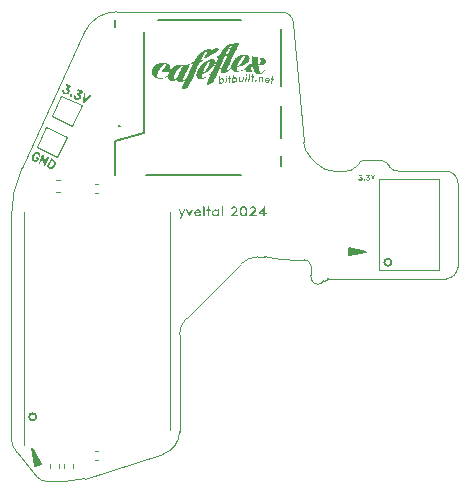
<source format=gbr>
%TF.GenerationSoftware,KiCad,Pcbnew,8.0.0-rc1-4-g5bc78f7d9f*%
%TF.CreationDate,2024-02-16T20:23:17-05:00*%
%TF.ProjectId,cafeFlex,63616665-466c-4657-982e-6b696361645f,3*%
%TF.SameCoordinates,Original*%
%TF.FileFunction,Legend,Top*%
%TF.FilePolarity,Positive*%
%FSLAX46Y46*%
G04 Gerber Fmt 4.6, Leading zero omitted, Abs format (unit mm)*
G04 Created by KiCad (PCBNEW 8.0.0-rc1-4-g5bc78f7d9f) date 2024-02-16 20:23:17*
%MOMM*%
%LPD*%
G01*
G04 APERTURE LIST*
%ADD10C,0.000000*%
%ADD11C,0.150000*%
%ADD12C,0.090000*%
%ADD13C,0.250000*%
%ADD14C,0.120000*%
%ADD15C,0.200000*%
%TA.AperFunction,Profile*%
%ADD16C,0.010000*%
%TD*%
G04 APERTURE END LIST*
D10*
G36*
X203305033Y-62460410D02*
G01*
X203307918Y-62460714D01*
X203310803Y-62461178D01*
X203313692Y-62461803D01*
X203316582Y-62462590D01*
X203319478Y-62463538D01*
X203322378Y-62464648D01*
X203325283Y-62465918D01*
X203328196Y-62467350D01*
X203331116Y-62468943D01*
X203334044Y-62470698D01*
X203336980Y-62472613D01*
X203342886Y-62476929D01*
X203348837Y-62481890D01*
X203353214Y-62486098D01*
X203357071Y-62490506D01*
X203360422Y-62495091D01*
X203363277Y-62499829D01*
X203365649Y-62504697D01*
X203367549Y-62509673D01*
X203368987Y-62514734D01*
X203369976Y-62519857D01*
X203370527Y-62525017D01*
X203370652Y-62530194D01*
X203370362Y-62535362D01*
X203369670Y-62540501D01*
X203368586Y-62545585D01*
X203367121Y-62550593D01*
X203365288Y-62555501D01*
X203363098Y-62560286D01*
X203360563Y-62564927D01*
X203357694Y-62569398D01*
X203354503Y-62573677D01*
X203351000Y-62577742D01*
X203347198Y-62581568D01*
X203343109Y-62585134D01*
X203338744Y-62588417D01*
X203334113Y-62591392D01*
X203329230Y-62594038D01*
X203324106Y-62596331D01*
X203318751Y-62598247D01*
X203313178Y-62599765D01*
X203307398Y-62600862D01*
X203301423Y-62601513D01*
X203295263Y-62601695D01*
X203288931Y-62601387D01*
X203282916Y-62600657D01*
X203277174Y-62599557D01*
X203271708Y-62598101D01*
X203266524Y-62596308D01*
X203261628Y-62594196D01*
X203257023Y-62591783D01*
X203252715Y-62589084D01*
X203248707Y-62586118D01*
X203245005Y-62582902D01*
X203241615Y-62579453D01*
X203238540Y-62575789D01*
X203235786Y-62571927D01*
X203233356Y-62567885D01*
X203231258Y-62563679D01*
X203229493Y-62559329D01*
X203228070Y-62554849D01*
X203226989Y-62550259D01*
X203226258Y-62545575D01*
X203225881Y-62540815D01*
X203225863Y-62535996D01*
X203226209Y-62531135D01*
X203226924Y-62526250D01*
X203228011Y-62521359D01*
X203229477Y-62516479D01*
X203231325Y-62511626D01*
X203233562Y-62506819D01*
X203236190Y-62502075D01*
X203239216Y-62497411D01*
X203242644Y-62492844D01*
X203246479Y-62488392D01*
X203250725Y-62484073D01*
X203255388Y-62479904D01*
X203261358Y-62475195D01*
X203267276Y-62471130D01*
X203270221Y-62469339D01*
X203273154Y-62467710D01*
X203276079Y-62466241D01*
X203278996Y-62464933D01*
X203281906Y-62463786D01*
X203284810Y-62462800D01*
X203287709Y-62461975D01*
X203290602Y-62461312D01*
X203293493Y-62460809D01*
X203296379Y-62460468D01*
X203299265Y-62460288D01*
X203302149Y-62460268D01*
X203305033Y-62460410D01*
G37*
D11*
X184508284Y-94063074D02*
X184974157Y-94904479D01*
D10*
G36*
X204691606Y-62134603D02*
G01*
X204694948Y-62134952D01*
X204698280Y-62135411D01*
X204701579Y-62135973D01*
X204704826Y-62136628D01*
X204708001Y-62137371D01*
X204711080Y-62138193D01*
X204714045Y-62139088D01*
X204716874Y-62140047D01*
X204719546Y-62141064D01*
X204722041Y-62142131D01*
X204724337Y-62143240D01*
X204726416Y-62144384D01*
X204728253Y-62145556D01*
X204729831Y-62146748D01*
X204730515Y-62147349D01*
X204731125Y-62147952D01*
X204731662Y-62148558D01*
X204732119Y-62149163D01*
X204732919Y-62150811D01*
X204733643Y-62153302D01*
X204734290Y-62156588D01*
X204734858Y-62160617D01*
X204735752Y-62170698D01*
X204736314Y-62183140D01*
X204736532Y-62197534D01*
X204736394Y-62213475D01*
X204735888Y-62230555D01*
X204735002Y-62248367D01*
X204729765Y-62335846D01*
X204760247Y-62341090D01*
X204767160Y-62342437D01*
X204773425Y-62344007D01*
X204776320Y-62344882D01*
X204779059Y-62345822D01*
X204781645Y-62346829D01*
X204784080Y-62347907D01*
X204786364Y-62349058D01*
X204788502Y-62350285D01*
X204790494Y-62351593D01*
X204792342Y-62352981D01*
X204794050Y-62354456D01*
X204795618Y-62356019D01*
X204797049Y-62357673D01*
X204798345Y-62359422D01*
X204799507Y-62361267D01*
X204800538Y-62363213D01*
X204801441Y-62365263D01*
X204802216Y-62367419D01*
X204802867Y-62369683D01*
X204803395Y-62372061D01*
X204803803Y-62374553D01*
X204804090Y-62377164D01*
X204804262Y-62379895D01*
X204804319Y-62382751D01*
X204804097Y-62388848D01*
X204803440Y-62395478D01*
X204802366Y-62402664D01*
X204796940Y-62434359D01*
X204757526Y-62429564D01*
X204718104Y-62424767D01*
X204700384Y-62601415D01*
X204682655Y-62778062D01*
X204659854Y-62778695D01*
X204657448Y-62778703D01*
X204654942Y-62778602D01*
X204652359Y-62778399D01*
X204649716Y-62778096D01*
X204647035Y-62777701D01*
X204644335Y-62777217D01*
X204641637Y-62776649D01*
X204638960Y-62776005D01*
X204636326Y-62775287D01*
X204633753Y-62774501D01*
X204631261Y-62773653D01*
X204628871Y-62772748D01*
X204626604Y-62771790D01*
X204624477Y-62770785D01*
X204622513Y-62769737D01*
X204620730Y-62768653D01*
X204617978Y-62766728D01*
X204615590Y-62764627D01*
X204613564Y-62762114D01*
X204611902Y-62758952D01*
X204610597Y-62754904D01*
X204609653Y-62749734D01*
X204609065Y-62743204D01*
X204608834Y-62735077D01*
X204609433Y-62713088D01*
X204611436Y-62681872D01*
X204619614Y-62584176D01*
X204634820Y-62410364D01*
X204595793Y-62399228D01*
X204556766Y-62388082D01*
X204563347Y-62312865D01*
X204603268Y-62313789D01*
X204643189Y-62314713D01*
X204659194Y-62131768D01*
X204691606Y-62134603D01*
G37*
D11*
X211906056Y-77004973D02*
X211256056Y-77004972D01*
D10*
G36*
X202496733Y-62159830D02*
G01*
X202499463Y-62159973D01*
X202502141Y-62160205D01*
X202504749Y-62160524D01*
X202507265Y-62160928D01*
X202509671Y-62161413D01*
X202511946Y-62161979D01*
X202514071Y-62162622D01*
X202516025Y-62163343D01*
X202517787Y-62164137D01*
X202519340Y-62165004D01*
X202521574Y-62166668D01*
X202523498Y-62168825D01*
X202525104Y-62171709D01*
X202526390Y-62175553D01*
X202527350Y-62180589D01*
X202527980Y-62187050D01*
X202528234Y-62205184D01*
X202527113Y-62231816D01*
X202524582Y-62268815D01*
X202515147Y-62381371D01*
X202508669Y-62454783D01*
X202505906Y-62484386D01*
X202503325Y-62509717D01*
X202502074Y-62520891D01*
X202500830Y-62531126D01*
X202499582Y-62540468D01*
X202498318Y-62548959D01*
X202497025Y-62556644D01*
X202495691Y-62563565D01*
X202494302Y-62569767D01*
X202492848Y-62575292D01*
X202491315Y-62580185D01*
X202489690Y-62584488D01*
X202487962Y-62588245D01*
X202486117Y-62591501D01*
X202484142Y-62594297D01*
X202483104Y-62595537D01*
X202482028Y-62596678D01*
X202480914Y-62597727D01*
X202479760Y-62598688D01*
X202477325Y-62600369D01*
X202474712Y-62601766D01*
X202471907Y-62602922D01*
X202468899Y-62603879D01*
X202465675Y-62604683D01*
X202462222Y-62605376D01*
X202458528Y-62606003D01*
X202450367Y-62607227D01*
X202442089Y-62608339D01*
X202434858Y-62608856D01*
X202428635Y-62608483D01*
X202423382Y-62606923D01*
X202421107Y-62605605D01*
X202419061Y-62603879D01*
X202417237Y-62601707D01*
X202415632Y-62599055D01*
X202413060Y-62592154D01*
X202411304Y-62582880D01*
X202410328Y-62570936D01*
X202410091Y-62556026D01*
X202410558Y-62537853D01*
X202411688Y-62516121D01*
X202415788Y-62460794D01*
X202422087Y-62387672D01*
X202425817Y-62346958D01*
X202429605Y-62308572D01*
X202433344Y-62273386D01*
X202436932Y-62242266D01*
X202440262Y-62216082D01*
X202443231Y-62195704D01*
X202445732Y-62181999D01*
X202446774Y-62177920D01*
X202447660Y-62175835D01*
X202448584Y-62174772D01*
X202449736Y-62173690D01*
X202451099Y-62172598D01*
X202452657Y-62171503D01*
X202454392Y-62170415D01*
X202456288Y-62169337D01*
X202458328Y-62168280D01*
X202460496Y-62167252D01*
X202462774Y-62166259D01*
X202465146Y-62165309D01*
X202467596Y-62164410D01*
X202470104Y-62163570D01*
X202472658Y-62162797D01*
X202475236Y-62162097D01*
X202477826Y-62161478D01*
X202480408Y-62160948D01*
X202483023Y-62160516D01*
X202485707Y-62160185D01*
X202488440Y-62159952D01*
X202491202Y-62159817D01*
X202493973Y-62159777D01*
X202496733Y-62159830D01*
G37*
D11*
X184610890Y-94344982D02*
X184833203Y-94955782D01*
D10*
G36*
X202756064Y-61958301D02*
G01*
X202759391Y-61958449D01*
X202762814Y-61958735D01*
X202766330Y-61959157D01*
X202769935Y-61959716D01*
X202800017Y-61964900D01*
X202775170Y-62274320D01*
X202767485Y-62369050D01*
X202764215Y-62408263D01*
X202761269Y-62442505D01*
X202758602Y-62472128D01*
X202756170Y-62497480D01*
X202753931Y-62518910D01*
X202751838Y-62536769D01*
X202750833Y-62544467D01*
X202749850Y-62551403D01*
X202748881Y-62557621D01*
X202747922Y-62563165D01*
X202746967Y-62568077D01*
X202746010Y-62572401D01*
X202745046Y-62576182D01*
X202744070Y-62579463D01*
X202743077Y-62582287D01*
X202742060Y-62584698D01*
X202741014Y-62586741D01*
X202739933Y-62588457D01*
X202738813Y-62589892D01*
X202737647Y-62591088D01*
X202736431Y-62592089D01*
X202735159Y-62592941D01*
X202733304Y-62593993D01*
X202731353Y-62594960D01*
X202729317Y-62595842D01*
X202727201Y-62596640D01*
X202722763Y-62597987D01*
X202718100Y-62599004D01*
X202713276Y-62599699D01*
X202708350Y-62600074D01*
X202703388Y-62600137D01*
X202698449Y-62599891D01*
X202693596Y-62599341D01*
X202688891Y-62598492D01*
X202684395Y-62597351D01*
X202680172Y-62595922D01*
X202678181Y-62595100D01*
X202676282Y-62594208D01*
X202674481Y-62593247D01*
X202672788Y-62592217D01*
X202671208Y-62591118D01*
X202669752Y-62589952D01*
X202668424Y-62588718D01*
X202667235Y-62587419D01*
X202666096Y-62585041D01*
X202665224Y-62580869D01*
X202664306Y-62566742D01*
X202664525Y-62544236D01*
X202665924Y-62512549D01*
X202672442Y-62418412D01*
X202684207Y-62277907D01*
X202692070Y-62189072D01*
X202695452Y-62151952D01*
X202698518Y-62119298D01*
X202701309Y-62090812D01*
X202703864Y-62066193D01*
X202706223Y-62045143D01*
X202708424Y-62027363D01*
X202710507Y-62012553D01*
X202712512Y-62000414D01*
X202713497Y-61995254D01*
X202714478Y-61990647D01*
X202715458Y-61986559D01*
X202716443Y-61982952D01*
X202717438Y-61979789D01*
X202718448Y-61977032D01*
X202719477Y-61974643D01*
X202720532Y-61972585D01*
X202721615Y-61970821D01*
X202722733Y-61969314D01*
X202723890Y-61968025D01*
X202725092Y-61966917D01*
X202726956Y-61965480D01*
X202728963Y-61964172D01*
X202731110Y-61962993D01*
X202733392Y-61961943D01*
X202735807Y-61961024D01*
X202738348Y-61960236D01*
X202741014Y-61959580D01*
X202743799Y-61959057D01*
X202746702Y-61958666D01*
X202749715Y-61958410D01*
X202752837Y-61958288D01*
X202756064Y-61958301D01*
G37*
G36*
X201105819Y-62073444D02*
G01*
X201112053Y-62074065D01*
X201118149Y-62075040D01*
X201123976Y-62076354D01*
X201129405Y-62077988D01*
X201134301Y-62079925D01*
X201136510Y-62081001D01*
X201138537Y-62082147D01*
X201140365Y-62083361D01*
X201141978Y-62084640D01*
X201143360Y-62085982D01*
X201144494Y-62087385D01*
X201145364Y-62088847D01*
X201145953Y-62090365D01*
X201146316Y-62092165D01*
X201146600Y-62094719D01*
X201146930Y-62101889D01*
X201146958Y-62111498D01*
X201146694Y-62123165D01*
X201146152Y-62136513D01*
X201145343Y-62151161D01*
X201144280Y-62166730D01*
X201142974Y-62182842D01*
X201136079Y-62261653D01*
X201169689Y-62259245D01*
X201175095Y-62258890D01*
X201179922Y-62258652D01*
X201184216Y-62258552D01*
X201186176Y-62258561D01*
X201188018Y-62258612D01*
X201189749Y-62258710D01*
X201191375Y-62258854D01*
X201192900Y-62259050D01*
X201194328Y-62259299D01*
X201195668Y-62259604D01*
X201196924Y-62259969D01*
X201198100Y-62260394D01*
X201199204Y-62260884D01*
X201200239Y-62261440D01*
X201201212Y-62262067D01*
X201202128Y-62262765D01*
X201202993Y-62263538D01*
X201203813Y-62264390D01*
X201204591Y-62265321D01*
X201205335Y-62266335D01*
X201206049Y-62267435D01*
X201206739Y-62268623D01*
X201207411Y-62269903D01*
X201208070Y-62271276D01*
X201208721Y-62272746D01*
X201210023Y-62275984D01*
X201211359Y-62279642D01*
X201212309Y-62282555D01*
X201213093Y-62285459D01*
X201213714Y-62288349D01*
X201214176Y-62291221D01*
X201214481Y-62294070D01*
X201214631Y-62296891D01*
X201214630Y-62299679D01*
X201214480Y-62302430D01*
X201214184Y-62305141D01*
X201213744Y-62307804D01*
X201213164Y-62310416D01*
X201212445Y-62312972D01*
X201211592Y-62315468D01*
X201210605Y-62317899D01*
X201209489Y-62320260D01*
X201208245Y-62322547D01*
X201206877Y-62324754D01*
X201205388Y-62326877D01*
X201203779Y-62328912D01*
X201202054Y-62330854D01*
X201200216Y-62332697D01*
X201198267Y-62334438D01*
X201196208Y-62336072D01*
X201194045Y-62337594D01*
X201191780Y-62338999D01*
X201189414Y-62340284D01*
X201186951Y-62341442D01*
X201184394Y-62342470D01*
X201181744Y-62343362D01*
X201179005Y-62344114D01*
X201176180Y-62344722D01*
X201173271Y-62345181D01*
X201163217Y-62346555D01*
X201153374Y-62348025D01*
X201144867Y-62349417D01*
X201141469Y-62350029D01*
X201138828Y-62350555D01*
X201137329Y-62351352D01*
X201135864Y-62353137D01*
X201134428Y-62355973D01*
X201133006Y-62359928D01*
X201130171Y-62371458D01*
X201127282Y-62388255D01*
X201124259Y-62410846D01*
X201121022Y-62439761D01*
X201113592Y-62518671D01*
X201110653Y-62551858D01*
X201107942Y-62581056D01*
X201105366Y-62606515D01*
X201102831Y-62628483D01*
X201101549Y-62638237D01*
X201100242Y-62647212D01*
X201098898Y-62655440D01*
X201097506Y-62662953D01*
X201096054Y-62669781D01*
X201094530Y-62675955D01*
X201092921Y-62681507D01*
X201091218Y-62686469D01*
X201089406Y-62690872D01*
X201087477Y-62694745D01*
X201085416Y-62698123D01*
X201083213Y-62701034D01*
X201080856Y-62703511D01*
X201078333Y-62705586D01*
X201075632Y-62707288D01*
X201072742Y-62708649D01*
X201069651Y-62709703D01*
X201066347Y-62710477D01*
X201062817Y-62711005D01*
X201059052Y-62711318D01*
X201055038Y-62711447D01*
X201050765Y-62711423D01*
X201041391Y-62711042D01*
X201008494Y-62709259D01*
X201021493Y-62534581D01*
X201034503Y-62359896D01*
X201003429Y-62362189D01*
X200996488Y-62362540D01*
X200993232Y-62362577D01*
X200990119Y-62362521D01*
X200987146Y-62362369D01*
X200984313Y-62362120D01*
X200981616Y-62361774D01*
X200979055Y-62361328D01*
X200976628Y-62360780D01*
X200974334Y-62360132D01*
X200972172Y-62359379D01*
X200970139Y-62358520D01*
X200968234Y-62357556D01*
X200966456Y-62356483D01*
X200964804Y-62355302D01*
X200963274Y-62354010D01*
X200961867Y-62352605D01*
X200960580Y-62351087D01*
X200959413Y-62349454D01*
X200958362Y-62347705D01*
X200957429Y-62345838D01*
X200956609Y-62343852D01*
X200955902Y-62341746D01*
X200955307Y-62339517D01*
X200954821Y-62337166D01*
X200954445Y-62334690D01*
X200954175Y-62332087D01*
X200954010Y-62329357D01*
X200953949Y-62326499D01*
X200953990Y-62323511D01*
X200954374Y-62317137D01*
X200955005Y-62311364D01*
X200955862Y-62306113D01*
X200956979Y-62301360D01*
X200957647Y-62299161D01*
X200958392Y-62297076D01*
X200959219Y-62295100D01*
X200960135Y-62293233D01*
X200961140Y-62291468D01*
X200962242Y-62289803D01*
X200963442Y-62288236D01*
X200964747Y-62286761D01*
X200966160Y-62285376D01*
X200967685Y-62284078D01*
X200969329Y-62282863D01*
X200971092Y-62281727D01*
X200972982Y-62280668D01*
X200975001Y-62279681D01*
X200977154Y-62278764D01*
X200979447Y-62277913D01*
X200984464Y-62276394D01*
X200990086Y-62275098D01*
X200996349Y-62273997D01*
X201003287Y-62273064D01*
X201010934Y-62272271D01*
X201042768Y-62269364D01*
X201050632Y-62179487D01*
X201051612Y-62168756D01*
X201052621Y-62158604D01*
X201053662Y-62149038D01*
X201054730Y-62140061D01*
X201055826Y-62131681D01*
X201056949Y-62123903D01*
X201058097Y-62116733D01*
X201059269Y-62110175D01*
X201060465Y-62104236D01*
X201061683Y-62098922D01*
X201062923Y-62094236D01*
X201064182Y-62090186D01*
X201065461Y-62086777D01*
X201066758Y-62084014D01*
X201067413Y-62082877D01*
X201068072Y-62081904D01*
X201068735Y-62081095D01*
X201069402Y-62080451D01*
X201071051Y-62079222D01*
X201072912Y-62078114D01*
X201074969Y-62077124D01*
X201077204Y-62076250D01*
X201079604Y-62075492D01*
X201082150Y-62074844D01*
X201084826Y-62074306D01*
X201087615Y-62073877D01*
X201093470Y-62073333D01*
X201099581Y-62073194D01*
X201105819Y-62073444D01*
G37*
G36*
X203602351Y-62174265D02*
G01*
X203606327Y-62174451D01*
X203610564Y-62174767D01*
X203616457Y-62175397D01*
X203621799Y-62176220D01*
X203626609Y-62177257D01*
X203628822Y-62177864D01*
X203630908Y-62178533D01*
X203632869Y-62179265D01*
X203634710Y-62180067D01*
X203636433Y-62180938D01*
X203638039Y-62181883D01*
X203639530Y-62182903D01*
X203640909Y-62184002D01*
X203642180Y-62185182D01*
X203643342Y-62186447D01*
X203644400Y-62187799D01*
X203645356Y-62189241D01*
X203646212Y-62190774D01*
X203646970Y-62192403D01*
X203647632Y-62194129D01*
X203648201Y-62195957D01*
X203648679Y-62197888D01*
X203649069Y-62199926D01*
X203649373Y-62202071D01*
X203649593Y-62204330D01*
X203649792Y-62209193D01*
X203649684Y-62214535D01*
X203649288Y-62220381D01*
X203649160Y-62222705D01*
X203649239Y-62224679D01*
X203649564Y-62226294D01*
X203649830Y-62226964D01*
X203650170Y-62227541D01*
X203650590Y-62228024D01*
X203651095Y-62228413D01*
X203651689Y-62228705D01*
X203652377Y-62228900D01*
X203653164Y-62228998D01*
X203654053Y-62228997D01*
X203656162Y-62228692D01*
X203658739Y-62227980D01*
X203661823Y-62226853D01*
X203665452Y-62225300D01*
X203669662Y-62223316D01*
X203674491Y-62220890D01*
X203679976Y-62218015D01*
X203693067Y-62210888D01*
X203707039Y-62203390D01*
X203713220Y-62200311D01*
X203719005Y-62197653D01*
X203724503Y-62195393D01*
X203729820Y-62193512D01*
X203735062Y-62191989D01*
X203740335Y-62190804D01*
X203745748Y-62189937D01*
X203751405Y-62189367D01*
X203757414Y-62189072D01*
X203763881Y-62189034D01*
X203770914Y-62189232D01*
X203778618Y-62189644D01*
X203796469Y-62191032D01*
X203805024Y-62191829D01*
X203812931Y-62192679D01*
X203820250Y-62193598D01*
X203827043Y-62194608D01*
X203833368Y-62195727D01*
X203839288Y-62196974D01*
X203844862Y-62198369D01*
X203850150Y-62199931D01*
X203855214Y-62201679D01*
X203860112Y-62203634D01*
X203864907Y-62205813D01*
X203869658Y-62208236D01*
X203874426Y-62210923D01*
X203879271Y-62213892D01*
X203884255Y-62217165D01*
X203889435Y-62220758D01*
X203898665Y-62227756D01*
X203906828Y-62235024D01*
X203913954Y-62242792D01*
X203920074Y-62251294D01*
X203925221Y-62260761D01*
X203929425Y-62271423D01*
X203932718Y-62283516D01*
X203935131Y-62297268D01*
X203936695Y-62312913D01*
X203937443Y-62330682D01*
X203937405Y-62350807D01*
X203936612Y-62373519D01*
X203935097Y-62399052D01*
X203932889Y-62427637D01*
X203926524Y-62494888D01*
X203910527Y-62651559D01*
X203882589Y-62651793D01*
X203873789Y-62651753D01*
X203866072Y-62651333D01*
X203859391Y-62650325D01*
X203853697Y-62648523D01*
X203851205Y-62647260D01*
X203848940Y-62645720D01*
X203846899Y-62643877D01*
X203845074Y-62641707D01*
X203843460Y-62639182D01*
X203842050Y-62636277D01*
X203839818Y-62629221D01*
X203838331Y-62620333D01*
X203837541Y-62609405D01*
X203837399Y-62596230D01*
X203837856Y-62580599D01*
X203840375Y-62541142D01*
X203844712Y-62489373D01*
X203847301Y-62457859D01*
X203849330Y-62429033D01*
X203850793Y-62403151D01*
X203851679Y-62380473D01*
X203851983Y-62361258D01*
X203851915Y-62353031D01*
X203851698Y-62345767D01*
X203851331Y-62339498D01*
X203850815Y-62334257D01*
X203850147Y-62330077D01*
X203849327Y-62326989D01*
X203848396Y-62324691D01*
X203847200Y-62322286D01*
X203845758Y-62319795D01*
X203844090Y-62317237D01*
X203842212Y-62314633D01*
X203840144Y-62312002D01*
X203837905Y-62309362D01*
X203835513Y-62306736D01*
X203832986Y-62304141D01*
X203830343Y-62301598D01*
X203827603Y-62299127D01*
X203824784Y-62296747D01*
X203821905Y-62294477D01*
X203818984Y-62292340D01*
X203816041Y-62290352D01*
X203813094Y-62288534D01*
X203807041Y-62285153D01*
X203801243Y-62282315D01*
X203795591Y-62280035D01*
X203789978Y-62278332D01*
X203784296Y-62277224D01*
X203778438Y-62276726D01*
X203772296Y-62276859D01*
X203765764Y-62277638D01*
X203758733Y-62279083D01*
X203751096Y-62281208D01*
X203742746Y-62284035D01*
X203733575Y-62287579D01*
X203723475Y-62291857D01*
X203712340Y-62296887D01*
X203686531Y-62309277D01*
X203639484Y-62332446D01*
X203627234Y-62472460D01*
X203625167Y-62495922D01*
X203623298Y-62516633D01*
X203621590Y-62534776D01*
X203620007Y-62550535D01*
X203619249Y-62557577D01*
X203618508Y-62564091D01*
X203617779Y-62570100D01*
X203617058Y-62575628D01*
X203616339Y-62580696D01*
X203615619Y-62585329D01*
X203614891Y-62589548D01*
X203614153Y-62593376D01*
X203613397Y-62596836D01*
X203612623Y-62599953D01*
X203611821Y-62602746D01*
X203610991Y-62605241D01*
X203610125Y-62607460D01*
X203609678Y-62608473D01*
X203609220Y-62609426D01*
X203608751Y-62610321D01*
X203608271Y-62611161D01*
X203607779Y-62611949D01*
X203607274Y-62612688D01*
X203606754Y-62613381D01*
X203606221Y-62614031D01*
X203605674Y-62614640D01*
X203605112Y-62615212D01*
X203604534Y-62615749D01*
X203603940Y-62616254D01*
X203602700Y-62617179D01*
X203601387Y-62618011D01*
X203599998Y-62618773D01*
X203598528Y-62619487D01*
X203596971Y-62620177D01*
X203594488Y-62621151D01*
X203591946Y-62621978D01*
X203589353Y-62622663D01*
X203586716Y-62623208D01*
X203584045Y-62623617D01*
X203581346Y-62623892D01*
X203578630Y-62624038D01*
X203575903Y-62624056D01*
X203573175Y-62623950D01*
X203570454Y-62623724D01*
X203567747Y-62623380D01*
X203565064Y-62622921D01*
X203562412Y-62622351D01*
X203559800Y-62621673D01*
X203557236Y-62620890D01*
X203554730Y-62620005D01*
X203552287Y-62619022D01*
X203549918Y-62617942D01*
X203547631Y-62616770D01*
X203545433Y-62615509D01*
X203543334Y-62614162D01*
X203541340Y-62612730D01*
X203539462Y-62611221D01*
X203537707Y-62609633D01*
X203536084Y-62607972D01*
X203534599Y-62606241D01*
X203533263Y-62604443D01*
X203532083Y-62602580D01*
X203531068Y-62600656D01*
X203530227Y-62598674D01*
X203529566Y-62596638D01*
X203529095Y-62594549D01*
X203528446Y-62584649D01*
X203528648Y-62568130D01*
X203531225Y-62519128D01*
X203536078Y-62455339D01*
X203542459Y-62384556D01*
X203549616Y-62314572D01*
X203556801Y-62253181D01*
X203563265Y-62208177D01*
X203565991Y-62194256D01*
X203568256Y-62187354D01*
X203569676Y-62185353D01*
X203571210Y-62183530D01*
X203572868Y-62181879D01*
X203574661Y-62180398D01*
X203576600Y-62179085D01*
X203578696Y-62177936D01*
X203580958Y-62176947D01*
X203583397Y-62176117D01*
X203586025Y-62175440D01*
X203588852Y-62174914D01*
X203591886Y-62174537D01*
X203595141Y-62174306D01*
X203598626Y-62174217D01*
X203602351Y-62174265D01*
G37*
D11*
X184974157Y-94904479D02*
X184692249Y-95007085D01*
D10*
G36*
X202521341Y-61962696D02*
G01*
X202522357Y-61962952D01*
X202523572Y-61963404D01*
X202524968Y-61964043D01*
X202526532Y-61964859D01*
X202528247Y-61965841D01*
X202530099Y-61966978D01*
X202532073Y-61968261D01*
X202536320Y-61971222D01*
X202540869Y-61974644D01*
X202545596Y-61978443D01*
X202550378Y-61982538D01*
X202553663Y-61985526D01*
X202556627Y-61988407D01*
X202559281Y-61991213D01*
X202561635Y-61993971D01*
X202563703Y-61996712D01*
X202565496Y-61999462D01*
X202567024Y-62002253D01*
X202568301Y-62005113D01*
X202569336Y-62008071D01*
X202570141Y-62011156D01*
X202570730Y-62014397D01*
X202571111Y-62017824D01*
X202571298Y-62021464D01*
X202571301Y-62025348D01*
X202571135Y-62029504D01*
X202570806Y-62033962D01*
X202570364Y-62037769D01*
X202569710Y-62041559D01*
X202568853Y-62045323D01*
X202567799Y-62049056D01*
X202566557Y-62052749D01*
X202565135Y-62056394D01*
X202563540Y-62059985D01*
X202561780Y-62063514D01*
X202559862Y-62066974D01*
X202557795Y-62070358D01*
X202555587Y-62073657D01*
X202553245Y-62076865D01*
X202550777Y-62079974D01*
X202548191Y-62082977D01*
X202545494Y-62085867D01*
X202542695Y-62088635D01*
X202539800Y-62091275D01*
X202536819Y-62093779D01*
X202533758Y-62096140D01*
X202530626Y-62098351D01*
X202527430Y-62100403D01*
X202524177Y-62102290D01*
X202520877Y-62104004D01*
X202517537Y-62105539D01*
X202514163Y-62106886D01*
X202510766Y-62108038D01*
X202507350Y-62108987D01*
X202503927Y-62109727D01*
X202500501Y-62110250D01*
X202497081Y-62110548D01*
X202493676Y-62110615D01*
X202490293Y-62110442D01*
X202486822Y-62110054D01*
X202483405Y-62109506D01*
X202480045Y-62108803D01*
X202476746Y-62107947D01*
X202473512Y-62106945D01*
X202470349Y-62105802D01*
X202467260Y-62104522D01*
X202464251Y-62103110D01*
X202461324Y-62101570D01*
X202458485Y-62099907D01*
X202455738Y-62098126D01*
X202453086Y-62096230D01*
X202450536Y-62094228D01*
X202448090Y-62092120D01*
X202445753Y-62089913D01*
X202443530Y-62087613D01*
X202441426Y-62085221D01*
X202439443Y-62082745D01*
X202437587Y-62080189D01*
X202435862Y-62077556D01*
X202434272Y-62074852D01*
X202432822Y-62072082D01*
X202431516Y-62069252D01*
X202430358Y-62066363D01*
X202429353Y-62063423D01*
X202428505Y-62060435D01*
X202427818Y-62057404D01*
X202427298Y-62054335D01*
X202426947Y-62051233D01*
X202426770Y-62048103D01*
X202426772Y-62044948D01*
X202426957Y-62041774D01*
X202427322Y-62038696D01*
X202427876Y-62035576D01*
X202428612Y-62032426D01*
X202429521Y-62029250D01*
X202430596Y-62026059D01*
X202431831Y-62022862D01*
X202433218Y-62019665D01*
X202434748Y-62016480D01*
X202436415Y-62013312D01*
X202438210Y-62010172D01*
X202442157Y-62004007D01*
X202446528Y-61998053D01*
X202451264Y-61992377D01*
X202456303Y-61987049D01*
X202461585Y-61982135D01*
X202464298Y-61979855D01*
X202467050Y-61977704D01*
X202469832Y-61975690D01*
X202472638Y-61973824D01*
X202475459Y-61972111D01*
X202478287Y-61970563D01*
X202481116Y-61969185D01*
X202483937Y-61967987D01*
X202486745Y-61966979D01*
X202489529Y-61966168D01*
X202492284Y-61965563D01*
X202495002Y-61965171D01*
X202510274Y-61963620D01*
X202520538Y-61962647D01*
X202521341Y-61962696D01*
G37*
G36*
X204264996Y-62250763D02*
G01*
X204270563Y-62251163D01*
X204276459Y-62251806D01*
X204282763Y-62252683D01*
X204289554Y-62253788D01*
X204296909Y-62255111D01*
X204310999Y-62258129D01*
X204324573Y-62261826D01*
X204337619Y-62266194D01*
X204350131Y-62271227D01*
X204362098Y-62276915D01*
X204367875Y-62280005D01*
X204373513Y-62283255D01*
X204379012Y-62286667D01*
X204384368Y-62290238D01*
X204389582Y-62293969D01*
X204394653Y-62297857D01*
X204399579Y-62301903D01*
X204404359Y-62306106D01*
X204408993Y-62310464D01*
X204413479Y-62314977D01*
X204417815Y-62319645D01*
X204422001Y-62324465D01*
X204426037Y-62329438D01*
X204429920Y-62334561D01*
X204433651Y-62339835D01*
X204437226Y-62345259D01*
X204440646Y-62350832D01*
X204443910Y-62356553D01*
X204449963Y-62368434D01*
X204455378Y-62380896D01*
X204457701Y-62388119D01*
X204459554Y-62396773D01*
X204460952Y-62406617D01*
X204461913Y-62417404D01*
X204462451Y-62428896D01*
X204462584Y-62440845D01*
X204462329Y-62453010D01*
X204461701Y-62465149D01*
X204460716Y-62477015D01*
X204459391Y-62488368D01*
X204457743Y-62498962D01*
X204455787Y-62508556D01*
X204453541Y-62516905D01*
X204451019Y-62523768D01*
X204449660Y-62526565D01*
X204448239Y-62528900D01*
X204446758Y-62530740D01*
X204445218Y-62532057D01*
X204443345Y-62532873D01*
X204440530Y-62533455D01*
X204436770Y-62533806D01*
X204432064Y-62533923D01*
X204419808Y-62533456D01*
X204403750Y-62532055D01*
X204383878Y-62529718D01*
X204360180Y-62526442D01*
X204332644Y-62522227D01*
X204301259Y-62517071D01*
X204249518Y-62508511D01*
X204206797Y-62501784D01*
X204190204Y-62499317D01*
X204177528Y-62497562D01*
X204169326Y-62496600D01*
X204167074Y-62496443D01*
X204166149Y-62496517D01*
X204165927Y-62496848D01*
X204165743Y-62497444D01*
X204165595Y-62498289D01*
X204165481Y-62499371D01*
X204165362Y-62502180D01*
X204165381Y-62505753D01*
X204165537Y-62509973D01*
X204165829Y-62514719D01*
X204166252Y-62519877D01*
X204166804Y-62525326D01*
X204168079Y-62533241D01*
X204170094Y-62540882D01*
X204172807Y-62548237D01*
X204176174Y-62555294D01*
X204180153Y-62562041D01*
X204184700Y-62568464D01*
X204189772Y-62574551D01*
X204195327Y-62580290D01*
X204201321Y-62585668D01*
X204207712Y-62590674D01*
X204214455Y-62595294D01*
X204221509Y-62599517D01*
X204228829Y-62603329D01*
X204236374Y-62606719D01*
X204244099Y-62609674D01*
X204251963Y-62612182D01*
X204259921Y-62614231D01*
X204267931Y-62615807D01*
X204275949Y-62616899D01*
X204283934Y-62617494D01*
X204291840Y-62617579D01*
X204299626Y-62617143D01*
X204307249Y-62616174D01*
X204314665Y-62614657D01*
X204321831Y-62612582D01*
X204328705Y-62609935D01*
X204335243Y-62606706D01*
X204341402Y-62602879D01*
X204347139Y-62598444D01*
X204352411Y-62593388D01*
X204357175Y-62587700D01*
X204361388Y-62581366D01*
X204363271Y-62578266D01*
X204365153Y-62575367D01*
X204367038Y-62572669D01*
X204368923Y-62570171D01*
X204370814Y-62567873D01*
X204372710Y-62565775D01*
X204374613Y-62563878D01*
X204376525Y-62562181D01*
X204378445Y-62560685D01*
X204380379Y-62559390D01*
X204382325Y-62558293D01*
X204384285Y-62557398D01*
X204386261Y-62556703D01*
X204388255Y-62556208D01*
X204390267Y-62555914D01*
X204392299Y-62555820D01*
X204394354Y-62555926D01*
X204396432Y-62556234D01*
X204398534Y-62556741D01*
X204400663Y-62557448D01*
X204402819Y-62558356D01*
X204405004Y-62559464D01*
X204407220Y-62560773D01*
X204409468Y-62562282D01*
X204411750Y-62563991D01*
X204414066Y-62565901D01*
X204416419Y-62568011D01*
X204418811Y-62570323D01*
X204421241Y-62572833D01*
X204423713Y-62575545D01*
X204428785Y-62581569D01*
X204433775Y-62588094D01*
X204435973Y-62591229D01*
X204437972Y-62594285D01*
X204439768Y-62597268D01*
X204441363Y-62600182D01*
X204442754Y-62603031D01*
X204443942Y-62605821D01*
X204444923Y-62608557D01*
X204445698Y-62611242D01*
X204446264Y-62613881D01*
X204446622Y-62616480D01*
X204446770Y-62619044D01*
X204446706Y-62621576D01*
X204446430Y-62624081D01*
X204445940Y-62626566D01*
X204445236Y-62629033D01*
X204444315Y-62631488D01*
X204443179Y-62633936D01*
X204441823Y-62636380D01*
X204440248Y-62638827D01*
X204438453Y-62641281D01*
X204436436Y-62643745D01*
X204434197Y-62646227D01*
X204431734Y-62648728D01*
X204429045Y-62651256D01*
X204426131Y-62653814D01*
X204422989Y-62656407D01*
X204416020Y-62661718D01*
X204408128Y-62667227D01*
X204398276Y-62673666D01*
X204388766Y-62679493D01*
X204379541Y-62684717D01*
X204370546Y-62689357D01*
X204361725Y-62693426D01*
X204353021Y-62696936D01*
X204344377Y-62699902D01*
X204335740Y-62702340D01*
X204327051Y-62704262D01*
X204318256Y-62705684D01*
X204309297Y-62706618D01*
X204300121Y-62707079D01*
X204290669Y-62707081D01*
X204280886Y-62706639D01*
X204270717Y-62705766D01*
X204260104Y-62704477D01*
X204251665Y-62703122D01*
X204243316Y-62701400D01*
X204235065Y-62699318D01*
X204226920Y-62696884D01*
X204218890Y-62694106D01*
X204210982Y-62690993D01*
X204203204Y-62687553D01*
X204195566Y-62683795D01*
X204188074Y-62679726D01*
X204180738Y-62675354D01*
X204173565Y-62670688D01*
X204166563Y-62665736D01*
X204159742Y-62660507D01*
X204153109Y-62655008D01*
X204140440Y-62643233D01*
X204128621Y-62630478D01*
X204117719Y-62616810D01*
X204107798Y-62602293D01*
X204098925Y-62586993D01*
X204094901Y-62579071D01*
X204091164Y-62570977D01*
X204087723Y-62562721D01*
X204084583Y-62554309D01*
X204081755Y-62545752D01*
X204079245Y-62537056D01*
X204077064Y-62528230D01*
X204075218Y-62519282D01*
X204073123Y-62507628D01*
X204071363Y-62496890D01*
X204069947Y-62486956D01*
X204068887Y-62477712D01*
X204068191Y-62469046D01*
X204067869Y-62460844D01*
X204067932Y-62452992D01*
X204068389Y-62445378D01*
X204069250Y-62437888D01*
X204070526Y-62430409D01*
X204072225Y-62422828D01*
X204074359Y-62415032D01*
X204076936Y-62406906D01*
X204079966Y-62398339D01*
X204080943Y-62395788D01*
X204182616Y-62395788D01*
X204182634Y-62396975D01*
X204182773Y-62398101D01*
X204182893Y-62398644D01*
X204183049Y-62399172D01*
X204183242Y-62399688D01*
X204183476Y-62400192D01*
X204183752Y-62400683D01*
X204184069Y-62401164D01*
X204184432Y-62401635D01*
X204184842Y-62402096D01*
X204185300Y-62402547D01*
X204185808Y-62402990D01*
X204186370Y-62403426D01*
X204186984Y-62403854D01*
X204188381Y-62404691D01*
X204190015Y-62405506D01*
X204191901Y-62406303D01*
X204194052Y-62407088D01*
X204196483Y-62407866D01*
X204199207Y-62408642D01*
X204202240Y-62409420D01*
X204205595Y-62410205D01*
X204209287Y-62411003D01*
X204213331Y-62411818D01*
X204217740Y-62412654D01*
X204222528Y-62413518D01*
X204233299Y-62415344D01*
X204245762Y-62417336D01*
X204260028Y-62419533D01*
X204276213Y-62421974D01*
X204314130Y-62427311D01*
X204345842Y-62431126D01*
X204358334Y-62432353D01*
X204368031Y-62433067D01*
X204374517Y-62433224D01*
X204376426Y-62433078D01*
X204377378Y-62432778D01*
X204378054Y-62432012D01*
X204378543Y-62431017D01*
X204378852Y-62429808D01*
X204378988Y-62428397D01*
X204378957Y-62426799D01*
X204378767Y-62425027D01*
X204378425Y-62423093D01*
X204377938Y-62421012D01*
X204376556Y-62416463D01*
X204374676Y-62411488D01*
X204372355Y-62406193D01*
X204369649Y-62400687D01*
X204366613Y-62395079D01*
X204363303Y-62389477D01*
X204359774Y-62383986D01*
X204356083Y-62378717D01*
X204352286Y-62373778D01*
X204348438Y-62369275D01*
X204344595Y-62365318D01*
X204342693Y-62363578D01*
X204340814Y-62362014D01*
X204338008Y-62359929D01*
X204335042Y-62357963D01*
X204328667Y-62354391D01*
X204321763Y-62351303D01*
X204314403Y-62348701D01*
X204306663Y-62346588D01*
X204298617Y-62344969D01*
X204290337Y-62343845D01*
X204281899Y-62343220D01*
X204273377Y-62343098D01*
X204264845Y-62343481D01*
X204256377Y-62344374D01*
X204248046Y-62345779D01*
X204239929Y-62347700D01*
X204232098Y-62350140D01*
X204224628Y-62353102D01*
X204217593Y-62356589D01*
X204214508Y-62358371D01*
X204211470Y-62360276D01*
X204208494Y-62362290D01*
X204205599Y-62364392D01*
X204202801Y-62366567D01*
X204200118Y-62368797D01*
X204197569Y-62371065D01*
X204195170Y-62373354D01*
X204192939Y-62375646D01*
X204190892Y-62377924D01*
X204189050Y-62380171D01*
X204187427Y-62382369D01*
X204186042Y-62384501D01*
X204184913Y-62386551D01*
X204184056Y-62388501D01*
X204183735Y-62389432D01*
X204183490Y-62390332D01*
X204183159Y-62391812D01*
X204182894Y-62393211D01*
X204182707Y-62394535D01*
X204182616Y-62395788D01*
X204080943Y-62395788D01*
X204083461Y-62389217D01*
X204084779Y-62385967D01*
X204087429Y-62379426D01*
X204091961Y-62369084D01*
X204096800Y-62359219D01*
X204101954Y-62349821D01*
X204107439Y-62340878D01*
X204113265Y-62332376D01*
X204119443Y-62324305D01*
X204125988Y-62316653D01*
X204132909Y-62309407D01*
X204140220Y-62302556D01*
X204147934Y-62296087D01*
X204156060Y-62289990D01*
X204164613Y-62284250D01*
X204173603Y-62278857D01*
X204183043Y-62273800D01*
X204192945Y-62269065D01*
X204203320Y-62264641D01*
X204210388Y-62261850D01*
X204216931Y-62259387D01*
X204223024Y-62257246D01*
X204228749Y-62255420D01*
X204234182Y-62253900D01*
X204239399Y-62252678D01*
X204244480Y-62251747D01*
X204249502Y-62251097D01*
X204254544Y-62250722D01*
X204259683Y-62250613D01*
X204264996Y-62250763D01*
G37*
G36*
X200816833Y-62285068D02*
G01*
X200817693Y-62285160D01*
X200818647Y-62285311D01*
X200819683Y-62285517D01*
X200820793Y-62285777D01*
X200823198Y-62286443D01*
X200825786Y-62287287D01*
X200828481Y-62288285D01*
X200831207Y-62289414D01*
X200833890Y-62290653D01*
X200835847Y-62291962D01*
X200837520Y-62293975D01*
X200838905Y-62296891D01*
X200839994Y-62300910D01*
X200840785Y-62306229D01*
X200841271Y-62313049D01*
X200841308Y-62331981D01*
X200840067Y-62359297D01*
X200837503Y-62396584D01*
X200828246Y-62507433D01*
X200823477Y-62560419D01*
X200819143Y-62605214D01*
X200815184Y-62642267D01*
X200813327Y-62658031D01*
X200811541Y-62672027D01*
X200809819Y-62684314D01*
X200808153Y-62694945D01*
X200806535Y-62703979D01*
X200804959Y-62711470D01*
X200803417Y-62717474D01*
X200801902Y-62722050D01*
X200801152Y-62723819D01*
X200800405Y-62725251D01*
X200799661Y-62726355D01*
X200798919Y-62727135D01*
X200797270Y-62728364D01*
X200795409Y-62729472D01*
X200793352Y-62730463D01*
X200791116Y-62731336D01*
X200788717Y-62732095D01*
X200786171Y-62732742D01*
X200783495Y-62733280D01*
X200780706Y-62733710D01*
X200774851Y-62734253D01*
X200768740Y-62734392D01*
X200762502Y-62734143D01*
X200756269Y-62733521D01*
X200750173Y-62732546D01*
X200744344Y-62731232D01*
X200738916Y-62729599D01*
X200734019Y-62727662D01*
X200731811Y-62726585D01*
X200729784Y-62725439D01*
X200727956Y-62724225D01*
X200726343Y-62722947D01*
X200724961Y-62721604D01*
X200723827Y-62720202D01*
X200722957Y-62718740D01*
X200722368Y-62717221D01*
X200721630Y-62709208D01*
X200721751Y-62694203D01*
X200724197Y-62647220D01*
X200728949Y-62584269D01*
X200735253Y-62513345D01*
X200742352Y-62442443D01*
X200749491Y-62379558D01*
X200755914Y-62332686D01*
X200758621Y-62317754D01*
X200760865Y-62309824D01*
X200761970Y-62307738D01*
X200763237Y-62305695D01*
X200764652Y-62303709D01*
X200766200Y-62301790D01*
X200767868Y-62299946D01*
X200769643Y-62298189D01*
X200771510Y-62296531D01*
X200773455Y-62294979D01*
X200775465Y-62293547D01*
X200777525Y-62292244D01*
X200779621Y-62291080D01*
X200781741Y-62290066D01*
X200783869Y-62289213D01*
X200785993Y-62288530D01*
X200788098Y-62288030D01*
X200789138Y-62287851D01*
X200790168Y-62287721D01*
X200805666Y-62286120D01*
X200815429Y-62285072D01*
X200816076Y-62285038D01*
X200816833Y-62285068D01*
G37*
D11*
X211256055Y-77154973D02*
X211256056Y-76854973D01*
X184585497Y-95152358D02*
X184354375Y-93640213D01*
X184585497Y-95152358D02*
X184508284Y-94063074D01*
X212206056Y-77004973D02*
X211256055Y-77154973D01*
X211156055Y-76704972D02*
X212206056Y-77004973D01*
D10*
G36*
X199986757Y-59766411D02*
G01*
X200001324Y-59767471D01*
X200015021Y-59769075D01*
X200027686Y-59771231D01*
X200039159Y-59773947D01*
X200049280Y-59777230D01*
X200052905Y-59778709D01*
X200056913Y-59780531D01*
X200065912Y-59785099D01*
X200075946Y-59790727D01*
X200086682Y-59797209D01*
X200097792Y-59804337D01*
X200108943Y-59811905D01*
X200119804Y-59819707D01*
X200130045Y-59827535D01*
X200137135Y-59833215D01*
X200143434Y-59838406D01*
X200148967Y-59843152D01*
X200151453Y-59845371D01*
X200153756Y-59847495D01*
X200155881Y-59849529D01*
X200157828Y-59851478D01*
X200159603Y-59853347D01*
X200161207Y-59855143D01*
X200162643Y-59856871D01*
X200163916Y-59858535D01*
X200165027Y-59860141D01*
X200165981Y-59861695D01*
X200166779Y-59863202D01*
X200167426Y-59864667D01*
X200167924Y-59866095D01*
X200168276Y-59867493D01*
X200168485Y-59868864D01*
X200168554Y-59870216D01*
X200168487Y-59871552D01*
X200168287Y-59872879D01*
X200167956Y-59874202D01*
X200167497Y-59875525D01*
X200166914Y-59876855D01*
X200166210Y-59878197D01*
X200165388Y-59879556D01*
X200164451Y-59880938D01*
X200163401Y-59882347D01*
X200162243Y-59883790D01*
X200154271Y-59891736D01*
X200140293Y-59903824D01*
X200097163Y-59938336D01*
X200038543Y-59983138D01*
X199970125Y-60034040D01*
X199897601Y-60086857D01*
X199826662Y-60137398D01*
X199762998Y-60181476D01*
X199712302Y-60214904D01*
X199689605Y-60229017D01*
X199665222Y-60243811D01*
X199614454Y-60273683D01*
X199589595Y-60287880D01*
X199566104Y-60300998D01*
X199544743Y-60312596D01*
X199526276Y-60322234D01*
X199508264Y-60331789D01*
X199488220Y-60343155D01*
X199466813Y-60355909D01*
X199444714Y-60369627D01*
X199422594Y-60383885D01*
X199401123Y-60398259D01*
X199380972Y-60412325D01*
X199362812Y-60425660D01*
X199343296Y-60440133D01*
X199323852Y-60453954D01*
X199304483Y-60467121D01*
X199285189Y-60479636D01*
X199265971Y-60491496D01*
X199246829Y-60502703D01*
X199227766Y-60513255D01*
X199208781Y-60523151D01*
X199189875Y-60532392D01*
X199171051Y-60540977D01*
X199152307Y-60548905D01*
X199133646Y-60556176D01*
X199115069Y-60562789D01*
X199096575Y-60568745D01*
X199078167Y-60574042D01*
X199059845Y-60578681D01*
X199045722Y-60581838D01*
X199031298Y-60584738D01*
X199016740Y-60587367D01*
X199002213Y-60589713D01*
X198987888Y-60591763D01*
X198973929Y-60593506D01*
X198960506Y-60594928D01*
X198947785Y-60596017D01*
X198935933Y-60596761D01*
X198925119Y-60597148D01*
X198915509Y-60597164D01*
X198907271Y-60596797D01*
X198900573Y-60596035D01*
X198897853Y-60595502D01*
X198895580Y-60594865D01*
X198893777Y-60594124D01*
X198892463Y-60593276D01*
X198891659Y-60592319D01*
X198891386Y-60591253D01*
X198891713Y-60590210D01*
X198892671Y-60588317D01*
X198896353Y-60582173D01*
X198902175Y-60573201D01*
X198909877Y-60561778D01*
X198929890Y-60533089D01*
X198954325Y-60499128D01*
X198966873Y-60481720D01*
X198978390Y-60465334D01*
X198988637Y-60450337D01*
X198997376Y-60437099D01*
X199001106Y-60431255D01*
X199004369Y-60425988D01*
X199007135Y-60421346D01*
X199009376Y-60417374D01*
X199011060Y-60414118D01*
X199012158Y-60411624D01*
X199012478Y-60410677D01*
X199012641Y-60409939D01*
X199012642Y-60409414D01*
X199012477Y-60409108D01*
X199008449Y-60406195D01*
X199001016Y-60401029D01*
X198991237Y-60394341D01*
X198980170Y-60386863D01*
X198971256Y-60380762D01*
X198967843Y-60378230D01*
X198965166Y-60375980D01*
X198964114Y-60374946D01*
X198963257Y-60373964D01*
X198962600Y-60373029D01*
X198962147Y-60372135D01*
X198961901Y-60371275D01*
X198961867Y-60370445D01*
X198962047Y-60369637D01*
X198962447Y-60368847D01*
X198963069Y-60368067D01*
X198963919Y-60367292D01*
X198964999Y-60366517D01*
X198966313Y-60365735D01*
X198969661Y-60364126D01*
X198973994Y-60362418D01*
X198979342Y-60360564D01*
X198985737Y-60358516D01*
X199001790Y-60353649D01*
X199012629Y-60349967D01*
X199022931Y-60345521D01*
X199032775Y-60340204D01*
X199042237Y-60333910D01*
X199051395Y-60326530D01*
X199060326Y-60317958D01*
X199069108Y-60308087D01*
X199077819Y-60296811D01*
X199086536Y-60284022D01*
X199095337Y-60269612D01*
X199104298Y-60253476D01*
X199113499Y-60235506D01*
X199123015Y-60215596D01*
X199132924Y-60193637D01*
X199154235Y-60143150D01*
X199163147Y-60120593D01*
X199171137Y-60098926D01*
X199178198Y-60078217D01*
X199184320Y-60058532D01*
X199189496Y-60039936D01*
X199193717Y-60022496D01*
X199196974Y-60006279D01*
X199198239Y-59998649D01*
X199199260Y-59991350D01*
X199200036Y-59984390D01*
X199200566Y-59977777D01*
X199200849Y-59971519D01*
X199200884Y-59965625D01*
X199200670Y-59960103D01*
X199200205Y-59954962D01*
X199199490Y-59950208D01*
X199198522Y-59945852D01*
X199197301Y-59941901D01*
X199195825Y-59938363D01*
X199194094Y-59935247D01*
X199192107Y-59932561D01*
X199189862Y-59930314D01*
X199187359Y-59928513D01*
X199184596Y-59927167D01*
X199181573Y-59926284D01*
X199176345Y-59925744D01*
X199170652Y-59926166D01*
X199164509Y-59927533D01*
X199157932Y-59929826D01*
X199143536Y-59937118D01*
X199127590Y-59947897D01*
X199110220Y-59962020D01*
X199091551Y-59979342D01*
X199071707Y-59999717D01*
X199050815Y-60023001D01*
X199029000Y-60049049D01*
X199006387Y-60077717D01*
X198983101Y-60108860D01*
X198959267Y-60142333D01*
X198935011Y-60177992D01*
X198910459Y-60215692D01*
X198885734Y-60255288D01*
X198860963Y-60296635D01*
X198826754Y-60356962D01*
X198788208Y-60428214D01*
X198748193Y-60504668D01*
X198709576Y-60580604D01*
X198675223Y-60650299D01*
X198648001Y-60708031D01*
X198630777Y-60748079D01*
X198626811Y-60759682D01*
X198626146Y-60763066D01*
X198626419Y-60764719D01*
X198627502Y-60765241D01*
X198629451Y-60765545D01*
X198632219Y-60765637D01*
X198635756Y-60765525D01*
X198644947Y-60764716D01*
X198656639Y-60763176D01*
X198670443Y-60760962D01*
X198685975Y-60758129D01*
X198702848Y-60754735D01*
X198720676Y-60750836D01*
X198738474Y-60746909D01*
X198755274Y-60743442D01*
X198770693Y-60740496D01*
X198784350Y-60738133D01*
X198795864Y-60736414D01*
X198800698Y-60735816D01*
X198804853Y-60735402D01*
X198808282Y-60735179D01*
X198810936Y-60735157D01*
X198812768Y-60735341D01*
X198813361Y-60735514D01*
X198813731Y-60735741D01*
X198814066Y-60736636D01*
X198814059Y-60738270D01*
X198813726Y-60740602D01*
X198813081Y-60743590D01*
X198810909Y-60751374D01*
X198807657Y-60761294D01*
X198803439Y-60773022D01*
X198798366Y-60786229D01*
X198792553Y-60800588D01*
X198786112Y-60815770D01*
X198779806Y-60830071D01*
X198773892Y-60842743D01*
X198768157Y-60853916D01*
X198762388Y-60863722D01*
X198756373Y-60872292D01*
X198753206Y-60876155D01*
X198749898Y-60879758D01*
X198746422Y-60883118D01*
X198742751Y-60886251D01*
X198738860Y-60889174D01*
X198734721Y-60891903D01*
X198730307Y-60894454D01*
X198725593Y-60896844D01*
X198715156Y-60901206D01*
X198703196Y-60905121D01*
X198689502Y-60908719D01*
X198673860Y-60912132D01*
X198656058Y-60915492D01*
X198613124Y-60922575D01*
X198607761Y-60923476D01*
X198602374Y-60924493D01*
X198596999Y-60925612D01*
X198591671Y-60926824D01*
X198586425Y-60928117D01*
X198581296Y-60929480D01*
X198576320Y-60930902D01*
X198571533Y-60932371D01*
X198566969Y-60933876D01*
X198562664Y-60935407D01*
X198558653Y-60936952D01*
X198554971Y-60938499D01*
X198551655Y-60940037D01*
X198548738Y-60941556D01*
X198546257Y-60943044D01*
X198544247Y-60944490D01*
X198541948Y-60947198D01*
X198538620Y-60952384D01*
X198529133Y-60969649D01*
X198516295Y-60995200D01*
X198500619Y-61027952D01*
X198462792Y-61110713D01*
X198419739Y-61209248D01*
X198221203Y-61662597D01*
X197937681Y-62300596D01*
X197680970Y-62872804D01*
X197562867Y-63128779D01*
X197537077Y-63135095D01*
X197471591Y-63148545D01*
X197274486Y-63186791D01*
X197077464Y-63223403D01*
X197012081Y-63234810D01*
X196986436Y-63238265D01*
X197000222Y-63205701D01*
X197039981Y-63119275D01*
X197172940Y-62837442D01*
X197323340Y-62521887D01*
X197346414Y-62472705D01*
X197364275Y-62433747D01*
X197377222Y-62404183D01*
X197385556Y-62383183D01*
X197388086Y-62375635D01*
X197389574Y-62369917D01*
X197390059Y-62365925D01*
X197389936Y-62364544D01*
X197389577Y-62363556D01*
X197388985Y-62362947D01*
X197388165Y-62362705D01*
X197385862Y-62363270D01*
X197382705Y-62365145D01*
X197378730Y-62368229D01*
X197368479Y-62377603D01*
X197355409Y-62390564D01*
X197322006Y-62423923D01*
X197294121Y-62449849D01*
X197265673Y-62473885D01*
X197236703Y-62496017D01*
X197207249Y-62516228D01*
X197177352Y-62534506D01*
X197147053Y-62550834D01*
X197116391Y-62565199D01*
X197085407Y-62577585D01*
X197054140Y-62587978D01*
X197022632Y-62596363D01*
X196990922Y-62602725D01*
X196959050Y-62607050D01*
X196927056Y-62609323D01*
X196894981Y-62609529D01*
X196862864Y-62607653D01*
X196830747Y-62603682D01*
X196808756Y-62599682D01*
X196788251Y-62594785D01*
X196769203Y-62588960D01*
X196760215Y-62585691D01*
X196751579Y-62582178D01*
X196743293Y-62578418D01*
X196735352Y-62574408D01*
X196727751Y-62570143D01*
X196720489Y-62565621D01*
X196713560Y-62560836D01*
X196706962Y-62555786D01*
X196700689Y-62550467D01*
X196694739Y-62544874D01*
X196689108Y-62539005D01*
X196683791Y-62532855D01*
X196678786Y-62526422D01*
X196674088Y-62519700D01*
X196669693Y-62512686D01*
X196665599Y-62505377D01*
X196661800Y-62497769D01*
X196658294Y-62489858D01*
X196655076Y-62481641D01*
X196652143Y-62473113D01*
X196649491Y-62464271D01*
X196647116Y-62455111D01*
X196643183Y-62435823D01*
X196640313Y-62415219D01*
X196632625Y-62345546D01*
X196605274Y-62382654D01*
X196602083Y-62386722D01*
X196598187Y-62391243D01*
X196593641Y-62396169D01*
X196588499Y-62401451D01*
X196576641Y-62412898D01*
X196563047Y-62425203D01*
X196548147Y-62437985D01*
X196532374Y-62450864D01*
X196516161Y-62463460D01*
X196499939Y-62475392D01*
X196482093Y-62487605D01*
X196463992Y-62498969D01*
X196445671Y-62509472D01*
X196427170Y-62519103D01*
X196408525Y-62527852D01*
X196389773Y-62535707D01*
X196370953Y-62542657D01*
X196352102Y-62548691D01*
X196333257Y-62553798D01*
X196314455Y-62557967D01*
X196295735Y-62561186D01*
X196277133Y-62563445D01*
X196258687Y-62564733D01*
X196240434Y-62565038D01*
X196222413Y-62564350D01*
X196204660Y-62562657D01*
X196192771Y-62560837D01*
X196180047Y-62558276D01*
X196166646Y-62555038D01*
X196152722Y-62551185D01*
X196138432Y-62546781D01*
X196123931Y-62541889D01*
X196109376Y-62536573D01*
X196094921Y-62530896D01*
X196080724Y-62524922D01*
X196066939Y-62518713D01*
X196053723Y-62512333D01*
X196041232Y-62505847D01*
X196029621Y-62499316D01*
X196019046Y-62492804D01*
X196009663Y-62486375D01*
X196001628Y-62480092D01*
X195987815Y-62467324D01*
X195974422Y-62452841D01*
X195961515Y-62436799D01*
X195949159Y-62419354D01*
X195937419Y-62400662D01*
X195926359Y-62380879D01*
X195916044Y-62360161D01*
X195906540Y-62338664D01*
X195899068Y-62319512D01*
X196333191Y-62319512D01*
X196333660Y-62331751D01*
X196334621Y-62342866D01*
X196336093Y-62352922D01*
X196338093Y-62361985D01*
X196340639Y-62370121D01*
X196343746Y-62377395D01*
X196347435Y-62383874D01*
X196351720Y-62389624D01*
X196356621Y-62394709D01*
X196362154Y-62399195D01*
X196368337Y-62403149D01*
X196375187Y-62406637D01*
X196382309Y-62409437D01*
X196389610Y-62411423D01*
X196397096Y-62412589D01*
X196404772Y-62412930D01*
X196412643Y-62412439D01*
X196420716Y-62411113D01*
X196428995Y-62408944D01*
X196437487Y-62405929D01*
X196446197Y-62402060D01*
X196455130Y-62397333D01*
X196464291Y-62391742D01*
X196473688Y-62385281D01*
X196483324Y-62377946D01*
X196493206Y-62369730D01*
X196503339Y-62360629D01*
X196513729Y-62350636D01*
X196524381Y-62339746D01*
X196535301Y-62327954D01*
X196546494Y-62315254D01*
X196557966Y-62301640D01*
X196581768Y-62271651D01*
X196606753Y-62237942D01*
X196632964Y-62200470D01*
X196660446Y-62159190D01*
X196689244Y-62114058D01*
X196719400Y-62065031D01*
X196763749Y-61987091D01*
X196822563Y-61877407D01*
X196957938Y-61613861D01*
X197074229Y-61376491D01*
X197109187Y-61299530D01*
X197118064Y-61277064D01*
X197120138Y-61267401D01*
X197118839Y-61265651D01*
X197117114Y-61264090D01*
X197114981Y-61262715D01*
X197112457Y-61261523D01*
X197109561Y-61260511D01*
X197106312Y-61259677D01*
X197102727Y-61259017D01*
X197098825Y-61258530D01*
X197090143Y-61258061D01*
X197080410Y-61258249D01*
X197069774Y-61259071D01*
X197058380Y-61260507D01*
X197046374Y-61262534D01*
X197033902Y-61265130D01*
X197021111Y-61268276D01*
X197008146Y-61271948D01*
X196995154Y-61276125D01*
X196982279Y-61280785D01*
X196969670Y-61285907D01*
X196957470Y-61291470D01*
X196934919Y-61303487D01*
X196911731Y-61317982D01*
X196887990Y-61334824D01*
X196863780Y-61353883D01*
X196814286Y-61398130D01*
X196763922Y-61449679D01*
X196713358Y-61507487D01*
X196663265Y-61570510D01*
X196614315Y-61637705D01*
X196567179Y-61708027D01*
X196522526Y-61780435D01*
X196481030Y-61853883D01*
X196443360Y-61927329D01*
X196410189Y-61999729D01*
X196382186Y-62070040D01*
X196360022Y-62137217D01*
X196351341Y-62169305D01*
X196344370Y-62200218D01*
X196339196Y-62229826D01*
X196335900Y-62257999D01*
X196334571Y-62275393D01*
X196333664Y-62291399D01*
X196333199Y-62306084D01*
X196333191Y-62319512D01*
X195899068Y-62319512D01*
X195897911Y-62316545D01*
X195890222Y-62293958D01*
X195883537Y-62271062D01*
X195877923Y-62248010D01*
X195873443Y-62224960D01*
X195870163Y-62202067D01*
X195868148Y-62179487D01*
X195867461Y-62157377D01*
X195867461Y-62091549D01*
X195784824Y-62153557D01*
X195751468Y-62177770D01*
X195718189Y-62200288D01*
X195684932Y-62221128D01*
X195651647Y-62240310D01*
X195618280Y-62257851D01*
X195584778Y-62273770D01*
X195551091Y-62288087D01*
X195517164Y-62300818D01*
X195482945Y-62311982D01*
X195448383Y-62321598D01*
X195413424Y-62329684D01*
X195378016Y-62336259D01*
X195342107Y-62341340D01*
X195305644Y-62344947D01*
X195268574Y-62347098D01*
X195230846Y-62347811D01*
X195198070Y-62347260D01*
X195165662Y-62345622D01*
X195133652Y-62342915D01*
X195102071Y-62339159D01*
X195070948Y-62334373D01*
X195040314Y-62328578D01*
X195010200Y-62321792D01*
X194980635Y-62314034D01*
X194951650Y-62305326D01*
X194923275Y-62295685D01*
X194895541Y-62285132D01*
X194868478Y-62273686D01*
X194842116Y-62261366D01*
X194816486Y-62248192D01*
X194791617Y-62234183D01*
X194767541Y-62219360D01*
X194744287Y-62203741D01*
X194721886Y-62187346D01*
X194700368Y-62170194D01*
X194679763Y-62152305D01*
X194660102Y-62133699D01*
X194641415Y-62114394D01*
X194623733Y-62094411D01*
X194607085Y-62073769D01*
X194591502Y-62052487D01*
X194577014Y-62030585D01*
X194563652Y-62008083D01*
X194551446Y-61984999D01*
X194540427Y-61961354D01*
X194530623Y-61937167D01*
X194522067Y-61912457D01*
X194514788Y-61887244D01*
X194508442Y-61860442D01*
X194503385Y-61833684D01*
X194499621Y-61806939D01*
X194497154Y-61780182D01*
X194495987Y-61753384D01*
X194496124Y-61726518D01*
X194497567Y-61699555D01*
X194500322Y-61672469D01*
X194504390Y-61645230D01*
X194509775Y-61617812D01*
X194516482Y-61590187D01*
X194524513Y-61562327D01*
X194533872Y-61534203D01*
X194544563Y-61505790D01*
X194556589Y-61477057D01*
X194569953Y-61447979D01*
X194586750Y-61415030D01*
X194605012Y-61383131D01*
X194645767Y-61322551D01*
X194691892Y-61266378D01*
X194743058Y-61214749D01*
X194798940Y-61167802D01*
X194859210Y-61125676D01*
X194923542Y-61088508D01*
X194991608Y-61056436D01*
X195063082Y-61029599D01*
X195137637Y-61008134D01*
X195214947Y-60992179D01*
X195294683Y-60981872D01*
X195376520Y-60977352D01*
X195460130Y-60978755D01*
X195545186Y-60986221D01*
X195631363Y-60999887D01*
X195659276Y-61005579D01*
X195685835Y-61011566D01*
X195711092Y-61017871D01*
X195735103Y-61024517D01*
X195757919Y-61031530D01*
X195779594Y-61038933D01*
X195800183Y-61046749D01*
X195819738Y-61055003D01*
X195838314Y-61063719D01*
X195855963Y-61072919D01*
X195872740Y-61082629D01*
X195888698Y-61092872D01*
X195903890Y-61103671D01*
X195918371Y-61115051D01*
X195932193Y-61127036D01*
X195945410Y-61139649D01*
X195958564Y-61153106D01*
X195970585Y-61166080D01*
X195981524Y-61178677D01*
X195991431Y-61191001D01*
X196000357Y-61203159D01*
X196008350Y-61215256D01*
X196015462Y-61227397D01*
X196021741Y-61239688D01*
X196027239Y-61252234D01*
X196032005Y-61265140D01*
X196036090Y-61278513D01*
X196039543Y-61292458D01*
X196042414Y-61307079D01*
X196044754Y-61322484D01*
X196046613Y-61338776D01*
X196048040Y-61356062D01*
X196048712Y-61370508D01*
X196048747Y-61384981D01*
X196048157Y-61399464D01*
X196046952Y-61413940D01*
X196045144Y-61428389D01*
X196042743Y-61442795D01*
X196039761Y-61457140D01*
X196036208Y-61471404D01*
X196032097Y-61485572D01*
X196027437Y-61499624D01*
X196022239Y-61513543D01*
X196016516Y-61527311D01*
X196010278Y-61540910D01*
X196003535Y-61554323D01*
X195996300Y-61567530D01*
X195988582Y-61580516D01*
X195980394Y-61593261D01*
X195971746Y-61605748D01*
X195962649Y-61617959D01*
X195953114Y-61629875D01*
X195943153Y-61641480D01*
X195932775Y-61652756D01*
X195921994Y-61663683D01*
X195910818Y-61674245D01*
X195899261Y-61684424D01*
X195887332Y-61694202D01*
X195875042Y-61703561D01*
X195862403Y-61712482D01*
X195849426Y-61720949D01*
X195836121Y-61728943D01*
X195822500Y-61736447D01*
X195808574Y-61743442D01*
X195784689Y-61753858D01*
X195759785Y-61762760D01*
X195733943Y-61770150D01*
X195707245Y-61776030D01*
X195679770Y-61780402D01*
X195651601Y-61783270D01*
X195622816Y-61784636D01*
X195593498Y-61784501D01*
X195563726Y-61782869D01*
X195533582Y-61779742D01*
X195503146Y-61775122D01*
X195472499Y-61769012D01*
X195441722Y-61761414D01*
X195410895Y-61752331D01*
X195380099Y-61741765D01*
X195349415Y-61729718D01*
X195304387Y-61710902D01*
X195381760Y-61634532D01*
X195411467Y-61603617D01*
X195440714Y-61570123D01*
X195469259Y-61534514D01*
X195496860Y-61497254D01*
X195523272Y-61458809D01*
X195548254Y-61419643D01*
X195571562Y-61380221D01*
X195592955Y-61341008D01*
X195612187Y-61302468D01*
X195629018Y-61265067D01*
X195643204Y-61229269D01*
X195654502Y-61195539D01*
X195662670Y-61164341D01*
X195667464Y-61136141D01*
X195668520Y-61123310D01*
X195668642Y-61111403D01*
X195667798Y-61100478D01*
X195665960Y-61090593D01*
X195664652Y-61085629D01*
X195663334Y-61081240D01*
X195661954Y-61077402D01*
X195660459Y-61074088D01*
X195659653Y-61072621D01*
X195658798Y-61071276D01*
X195657889Y-61070050D01*
X195656919Y-61068940D01*
X195655882Y-61067943D01*
X195654770Y-61067055D01*
X195653578Y-61066275D01*
X195652299Y-61065598D01*
X195650926Y-61065022D01*
X195649454Y-61064544D01*
X195647875Y-61064160D01*
X195646183Y-61063868D01*
X195644371Y-61063664D01*
X195642434Y-61063545D01*
X195638155Y-61063552D01*
X195633294Y-61063863D01*
X195627799Y-61064454D01*
X195621619Y-61065300D01*
X195614700Y-61066377D01*
X195603723Y-61068803D01*
X195592032Y-61072611D01*
X195566658Y-61084212D01*
X195538872Y-61100862D01*
X195508969Y-61122242D01*
X195477245Y-61148033D01*
X195443994Y-61177915D01*
X195409511Y-61211571D01*
X195374090Y-61248680D01*
X195338027Y-61288925D01*
X195301615Y-61331985D01*
X195265151Y-61377542D01*
X195228927Y-61425277D01*
X195193241Y-61474871D01*
X195158385Y-61526006D01*
X195124655Y-61578361D01*
X195092345Y-61631618D01*
X195069617Y-61672028D01*
X195048729Y-61712684D01*
X195029728Y-61753359D01*
X195012662Y-61793829D01*
X194997579Y-61833869D01*
X194984526Y-61873253D01*
X194973551Y-61911756D01*
X194964702Y-61949152D01*
X194958026Y-61985217D01*
X194953570Y-62019724D01*
X194951383Y-62052450D01*
X194951512Y-62083168D01*
X194954004Y-62111653D01*
X194956151Y-62124987D01*
X194958907Y-62137680D01*
X194962278Y-62149701D01*
X194966270Y-62161023D01*
X194970888Y-62171618D01*
X194976138Y-62181458D01*
X194982523Y-62191571D01*
X194989453Y-62201149D01*
X194996951Y-62210204D01*
X195005039Y-62218751D01*
X195013740Y-62226802D01*
X195023076Y-62234370D01*
X195033071Y-62241469D01*
X195043746Y-62248112D01*
X195055125Y-62254311D01*
X195067230Y-62260081D01*
X195080084Y-62265433D01*
X195093709Y-62270382D01*
X195108128Y-62274940D01*
X195123363Y-62279121D01*
X195139438Y-62282937D01*
X195156374Y-62286402D01*
X195185003Y-62291214D01*
X195213910Y-62294860D01*
X195243015Y-62297349D01*
X195272236Y-62298692D01*
X195301493Y-62298899D01*
X195330707Y-62297980D01*
X195359797Y-62295947D01*
X195388682Y-62292808D01*
X195417282Y-62288575D01*
X195445518Y-62283257D01*
X195473307Y-62276865D01*
X195500572Y-62269409D01*
X195527230Y-62260900D01*
X195553201Y-62251348D01*
X195578406Y-62240763D01*
X195602764Y-62229155D01*
X195630008Y-62214933D01*
X195656710Y-62200183D01*
X195682702Y-62185038D01*
X195707818Y-62169629D01*
X195731888Y-62154088D01*
X195754746Y-62138546D01*
X195776223Y-62123135D01*
X195796151Y-62107986D01*
X195814364Y-62093230D01*
X195830692Y-62079001D01*
X195844969Y-62065428D01*
X195857026Y-62052643D01*
X195862170Y-62046588D01*
X195866696Y-62040779D01*
X195870583Y-62035233D01*
X195873811Y-62029966D01*
X195876358Y-62024995D01*
X195878203Y-62020336D01*
X195879325Y-62016006D01*
X195879704Y-62012021D01*
X195879837Y-62008820D01*
X195880228Y-62004913D01*
X195881728Y-61995198D01*
X195884101Y-61983311D01*
X195887239Y-61969684D01*
X195891039Y-61954750D01*
X195895395Y-61938943D01*
X195900201Y-61922695D01*
X195905352Y-61906440D01*
X195928413Y-61842771D01*
X195955125Y-61780959D01*
X195985356Y-61721135D01*
X196018977Y-61663427D01*
X196055857Y-61607963D01*
X196095865Y-61554873D01*
X196138871Y-61504284D01*
X196184744Y-61456327D01*
X196233353Y-61411129D01*
X196284569Y-61368820D01*
X196338260Y-61329527D01*
X196394295Y-61293381D01*
X196452545Y-61260509D01*
X196512878Y-61231041D01*
X196575164Y-61205104D01*
X196639272Y-61182828D01*
X196666659Y-61174665D01*
X196692222Y-61168163D01*
X196704813Y-61165481D01*
X196717540Y-61163147D01*
X196730603Y-61161141D01*
X196744197Y-61159439D01*
X196773774Y-61156863D01*
X196807853Y-61155241D01*
X196848014Y-61154398D01*
X196895841Y-61154156D01*
X196945887Y-61154338D01*
X196967119Y-61154610D01*
X196986135Y-61155042D01*
X197003167Y-61155663D01*
X197018447Y-61156504D01*
X197032208Y-61157594D01*
X197044682Y-61158963D01*
X197056102Y-61160640D01*
X197066700Y-61162655D01*
X197076710Y-61165038D01*
X197086363Y-61167817D01*
X197095893Y-61171024D01*
X197105531Y-61174687D01*
X197115510Y-61178837D01*
X197126063Y-61183502D01*
X197191010Y-61212848D01*
X197454201Y-61154573D01*
X197507192Y-61142983D01*
X197556852Y-61132396D01*
X197602079Y-61123028D01*
X197641769Y-61115093D01*
X197674820Y-61108808D01*
X197700129Y-61104388D01*
X197716594Y-61102047D01*
X197721165Y-61101725D01*
X197723111Y-61102003D01*
X197723367Y-61103278D01*
X197722978Y-61105874D01*
X197720376Y-61114749D01*
X197715540Y-61128056D01*
X197708704Y-61145225D01*
X197700101Y-61165687D01*
X197689966Y-61188869D01*
X197678533Y-61214202D01*
X197666035Y-61241116D01*
X197602737Y-61376695D01*
X197538712Y-61515313D01*
X197453586Y-61697461D01*
X197339537Y-61937683D01*
X197304779Y-62010787D01*
X197273779Y-62076936D01*
X197246440Y-62136439D01*
X197222667Y-62189606D01*
X197212088Y-62213910D01*
X197202363Y-62236745D01*
X197193481Y-62258151D01*
X197185430Y-62278166D01*
X197178197Y-62296828D01*
X197171771Y-62314176D01*
X197166140Y-62330248D01*
X197161291Y-62345084D01*
X197157212Y-62358722D01*
X197153892Y-62371200D01*
X197151317Y-62382557D01*
X197149477Y-62392831D01*
X197148358Y-62402062D01*
X197147949Y-62410288D01*
X197148238Y-62417547D01*
X197148640Y-62420826D01*
X197149213Y-62423878D01*
X197149953Y-62426708D01*
X197150860Y-62429320D01*
X197151933Y-62431720D01*
X197153170Y-62433911D01*
X197154569Y-62435900D01*
X197156128Y-62437690D01*
X197157847Y-62439287D01*
X197159724Y-62440695D01*
X197161757Y-62441920D01*
X197163945Y-62442965D01*
X197166286Y-62443837D01*
X197168779Y-62444539D01*
X197174213Y-62445455D01*
X197180237Y-62445752D01*
X197192716Y-62444716D01*
X197205990Y-62441622D01*
X197220032Y-62436493D01*
X197234818Y-62429352D01*
X197250324Y-62420220D01*
X197266523Y-62409120D01*
X197283392Y-62396074D01*
X197300904Y-62381105D01*
X197319036Y-62364234D01*
X197337761Y-62345484D01*
X197357056Y-62324878D01*
X197376895Y-62302438D01*
X197397253Y-62278185D01*
X197418105Y-62252143D01*
X197439426Y-62224333D01*
X197461192Y-62194778D01*
X197499466Y-62125844D01*
X197568160Y-61988438D01*
X197752251Y-61603202D01*
X197924355Y-61229046D01*
X197978065Y-61105491D01*
X197991961Y-61069983D01*
X197995362Y-61055947D01*
X197994404Y-61055423D01*
X197992764Y-61055056D01*
X197990481Y-61054842D01*
X197987593Y-61054777D01*
X197980158Y-61055077D01*
X197970768Y-61055922D01*
X197959733Y-61057279D01*
X197947361Y-61059114D01*
X197933964Y-61061395D01*
X197919849Y-61064088D01*
X197912718Y-61065477D01*
X197905718Y-61066760D01*
X197898890Y-61067933D01*
X197892273Y-61068992D01*
X197885905Y-61069933D01*
X197879827Y-61070752D01*
X197874076Y-61071446D01*
X197868692Y-61072010D01*
X197863714Y-61072442D01*
X197859182Y-61072737D01*
X197855134Y-61072891D01*
X197851609Y-61072901D01*
X197848648Y-61072762D01*
X197846287Y-61072472D01*
X197845345Y-61072269D01*
X197844568Y-61072026D01*
X197843961Y-61071744D01*
X197843529Y-61071421D01*
X197842967Y-61070318D01*
X197842799Y-61068565D01*
X197843557Y-61063281D01*
X197845636Y-61055912D01*
X197848866Y-61046797D01*
X197853077Y-61036279D01*
X197858100Y-61024700D01*
X197869907Y-60999719D01*
X197882934Y-60974586D01*
X197889481Y-60962815D01*
X197895826Y-60952030D01*
X197901800Y-60942572D01*
X197907232Y-60934783D01*
X197911954Y-60929003D01*
X197913996Y-60926974D01*
X197915797Y-60925574D01*
X197917507Y-60924662D01*
X197919952Y-60923628D01*
X197926866Y-60921239D01*
X197936169Y-60918500D01*
X197947495Y-60915505D01*
X197960473Y-60912347D01*
X197974736Y-60909120D01*
X197989917Y-60905915D01*
X198005645Y-60902828D01*
X198082652Y-60888308D01*
X198151332Y-60758010D01*
X198180208Y-60704641D01*
X198210024Y-60652259D01*
X198240690Y-60600981D01*
X198272115Y-60550924D01*
X198304208Y-60502203D01*
X198336877Y-60454936D01*
X198370033Y-60409238D01*
X198403584Y-60365226D01*
X198437439Y-60323016D01*
X198471506Y-60282724D01*
X198505696Y-60244467D01*
X198539917Y-60208362D01*
X198574078Y-60174523D01*
X198608088Y-60143069D01*
X198641856Y-60114114D01*
X198675292Y-60087776D01*
X198710577Y-60062720D01*
X198749182Y-60037993D01*
X198790632Y-60013772D01*
X198834455Y-59990236D01*
X198880177Y-59967561D01*
X198927324Y-59945925D01*
X198975423Y-59925507D01*
X199024001Y-59906483D01*
X199072585Y-59889032D01*
X199120700Y-59873331D01*
X199167875Y-59859558D01*
X199213635Y-59847891D01*
X199257506Y-59838507D01*
X199299016Y-59831585D01*
X199337692Y-59827301D01*
X199373059Y-59825833D01*
X199387746Y-59826245D01*
X199402767Y-59827443D01*
X199417966Y-59829369D01*
X199433186Y-59831966D01*
X199448274Y-59835178D01*
X199463072Y-59838948D01*
X199477426Y-59843217D01*
X199491179Y-59847930D01*
X199504176Y-59853028D01*
X199516261Y-59858456D01*
X199527279Y-59864156D01*
X199537074Y-59870070D01*
X199541464Y-59873090D01*
X199545490Y-59876142D01*
X199549133Y-59879220D01*
X199552372Y-59882315D01*
X199555189Y-59885422D01*
X199557564Y-59888532D01*
X199559477Y-59891638D01*
X199560910Y-59894735D01*
X199562669Y-59898993D01*
X199564519Y-59902583D01*
X199566584Y-59905466D01*
X199567736Y-59906631D01*
X199568988Y-59907604D01*
X199570357Y-59908381D01*
X199571858Y-59908958D01*
X199573506Y-59909328D01*
X199575317Y-59909489D01*
X199577307Y-59909434D01*
X199579491Y-59909158D01*
X199584504Y-59907928D01*
X199590482Y-59905758D01*
X199597549Y-59902612D01*
X199605830Y-59898449D01*
X199615451Y-59893232D01*
X199639208Y-59879479D01*
X199669820Y-59861043D01*
X199687782Y-59850447D01*
X199706985Y-59839692D01*
X199726833Y-59829076D01*
X199746733Y-59818895D01*
X199766088Y-59809447D01*
X199784303Y-59801031D01*
X199800782Y-59793943D01*
X199814932Y-59788481D01*
X199828487Y-59784060D01*
X199842937Y-59780099D01*
X199858121Y-59776606D01*
X199873878Y-59773587D01*
X199890049Y-59771052D01*
X199906472Y-59769007D01*
X199922987Y-59767461D01*
X199939433Y-59766420D01*
X199955651Y-59765893D01*
X199971479Y-59765887D01*
X199986757Y-59766411D01*
G37*
G36*
X201392216Y-62048128D02*
G01*
X201395194Y-62048320D01*
X201401356Y-62048945D01*
X201406762Y-62049788D01*
X201411447Y-62051018D01*
X201415447Y-62052804D01*
X201417202Y-62053958D01*
X201418800Y-62055316D01*
X201420244Y-62056897D01*
X201421540Y-62058723D01*
X201423706Y-62063194D01*
X201425334Y-62068902D01*
X201426458Y-62076012D01*
X201427117Y-62084695D01*
X201427346Y-62095123D01*
X201427181Y-62107462D01*
X201425819Y-62138556D01*
X201423320Y-62179334D01*
X201417514Y-62269484D01*
X201450676Y-62250926D01*
X201460727Y-62245674D01*
X201470933Y-62241062D01*
X201481270Y-62237080D01*
X201491711Y-62233717D01*
X201502229Y-62230964D01*
X201512799Y-62228814D01*
X201523396Y-62227252D01*
X201533992Y-62226273D01*
X201544563Y-62225865D01*
X201555083Y-62226019D01*
X201565524Y-62226726D01*
X201575863Y-62227975D01*
X201586073Y-62229756D01*
X201596127Y-62232061D01*
X201606000Y-62234881D01*
X201615667Y-62238203D01*
X201625102Y-62242020D01*
X201634277Y-62246322D01*
X201643168Y-62251098D01*
X201651748Y-62256339D01*
X201659993Y-62262037D01*
X201667875Y-62268179D01*
X201675370Y-62274758D01*
X201682450Y-62281764D01*
X201689090Y-62289186D01*
X201695265Y-62297016D01*
X201700949Y-62305244D01*
X201706116Y-62313858D01*
X201710739Y-62322851D01*
X201714792Y-62332213D01*
X201718251Y-62341933D01*
X201721088Y-62352003D01*
X201723564Y-62363085D01*
X201725540Y-62374155D01*
X201727022Y-62385206D01*
X201728014Y-62396228D01*
X201728521Y-62407211D01*
X201728547Y-62418146D01*
X201728097Y-62429024D01*
X201727174Y-62439835D01*
X201725784Y-62450570D01*
X201723932Y-62461220D01*
X201721620Y-62471776D01*
X201718855Y-62482229D01*
X201715639Y-62492568D01*
X201711980Y-62502785D01*
X201707878Y-62512871D01*
X201703342Y-62522815D01*
X201698373Y-62532610D01*
X201692977Y-62542246D01*
X201687158Y-62551712D01*
X201680922Y-62561000D01*
X201674270Y-62570102D01*
X201667210Y-62579007D01*
X201659746Y-62587706D01*
X201651881Y-62596190D01*
X201643618Y-62604450D01*
X201634966Y-62612475D01*
X201625926Y-62620258D01*
X201616504Y-62627788D01*
X201606703Y-62635058D01*
X201596528Y-62642056D01*
X201585986Y-62648773D01*
X201575078Y-62655202D01*
X201568665Y-62658776D01*
X201562713Y-62661945D01*
X201557128Y-62664728D01*
X201551816Y-62667143D01*
X201546685Y-62669206D01*
X201541640Y-62670934D01*
X201536587Y-62672346D01*
X201531437Y-62673457D01*
X201526092Y-62674285D01*
X201520462Y-62674850D01*
X201514450Y-62675165D01*
X201507966Y-62675250D01*
X201500916Y-62675121D01*
X201493206Y-62674796D01*
X201475432Y-62673627D01*
X201463084Y-62672538D01*
X201450682Y-62671159D01*
X201438562Y-62669548D01*
X201427057Y-62667760D01*
X201416503Y-62665851D01*
X201407231Y-62663876D01*
X201403182Y-62662883D01*
X201399578Y-62661893D01*
X201396463Y-62660915D01*
X201393878Y-62659957D01*
X201390680Y-62658675D01*
X201387777Y-62657586D01*
X201386431Y-62657115D01*
X201385153Y-62656693D01*
X201383942Y-62656321D01*
X201382797Y-62655998D01*
X201381715Y-62655724D01*
X201380694Y-62655503D01*
X201379734Y-62655330D01*
X201378832Y-62655209D01*
X201377986Y-62655139D01*
X201377195Y-62655121D01*
X201376456Y-62655154D01*
X201375770Y-62655239D01*
X201375133Y-62655377D01*
X201374544Y-62655568D01*
X201374002Y-62655810D01*
X201373503Y-62656107D01*
X201373048Y-62656457D01*
X201372633Y-62656860D01*
X201372258Y-62657318D01*
X201371921Y-62657830D01*
X201371619Y-62658396D01*
X201371352Y-62659018D01*
X201371118Y-62659694D01*
X201370914Y-62660426D01*
X201370740Y-62661214D01*
X201370592Y-62662057D01*
X201370471Y-62662957D01*
X201370373Y-62663913D01*
X201370148Y-62665536D01*
X201369760Y-62667126D01*
X201369216Y-62668679D01*
X201368521Y-62670193D01*
X201367683Y-62671668D01*
X201366705Y-62673099D01*
X201365594Y-62674486D01*
X201364356Y-62675825D01*
X201362994Y-62677114D01*
X201361518Y-62678352D01*
X201358237Y-62680662D01*
X201354558Y-62682736D01*
X201350527Y-62684558D01*
X201346189Y-62686108D01*
X201341589Y-62687368D01*
X201336773Y-62688320D01*
X201331784Y-62688946D01*
X201326670Y-62689228D01*
X201321475Y-62689147D01*
X201316245Y-62688686D01*
X201311023Y-62687825D01*
X201288678Y-62683243D01*
X201299100Y-62553439D01*
X201388460Y-62553439D01*
X201410666Y-62564334D01*
X201419686Y-62568562D01*
X201428607Y-62572350D01*
X201437421Y-62575700D01*
X201446127Y-62578613D01*
X201454717Y-62581090D01*
X201463187Y-62583135D01*
X201471534Y-62584746D01*
X201479751Y-62585929D01*
X201487833Y-62586683D01*
X201495777Y-62587010D01*
X201503577Y-62586912D01*
X201511228Y-62586390D01*
X201518726Y-62585447D01*
X201526066Y-62584084D01*
X201533241Y-62582302D01*
X201540251Y-62580104D01*
X201547087Y-62577491D01*
X201553745Y-62574464D01*
X201560220Y-62571026D01*
X201566508Y-62567177D01*
X201572606Y-62562920D01*
X201578504Y-62558258D01*
X201584203Y-62553189D01*
X201589694Y-62547718D01*
X201594974Y-62541845D01*
X201600038Y-62535571D01*
X201604879Y-62528900D01*
X201609496Y-62521831D01*
X201613882Y-62514368D01*
X201618033Y-62506512D01*
X201621943Y-62498264D01*
X201625608Y-62489627D01*
X201631833Y-62473812D01*
X201634329Y-62467091D01*
X201636432Y-62461004D01*
X201638152Y-62455431D01*
X201639502Y-62450253D01*
X201640494Y-62445353D01*
X201641139Y-62440611D01*
X201641450Y-62435908D01*
X201641439Y-62431127D01*
X201641117Y-62426147D01*
X201640498Y-62420852D01*
X201639592Y-62415121D01*
X201638411Y-62408836D01*
X201635277Y-62394131D01*
X201633019Y-62384689D01*
X201630506Y-62375476D01*
X201627820Y-62366725D01*
X201625046Y-62358666D01*
X201622268Y-62351526D01*
X201620904Y-62348374D01*
X201619570Y-62345539D01*
X201618278Y-62343049D01*
X201617037Y-62340934D01*
X201615858Y-62339222D01*
X201614751Y-62337942D01*
X201613282Y-62336638D01*
X201611538Y-62335351D01*
X201607281Y-62332837D01*
X201602108Y-62330426D01*
X201596144Y-62328137D01*
X201589515Y-62325997D01*
X201582348Y-62324025D01*
X201574767Y-62322246D01*
X201566898Y-62320683D01*
X201558869Y-62319357D01*
X201550804Y-62318293D01*
X201542830Y-62317514D01*
X201535071Y-62317041D01*
X201527655Y-62316898D01*
X201520707Y-62317108D01*
X201514352Y-62317693D01*
X201508718Y-62318677D01*
X201506179Y-62319326D01*
X201503299Y-62320191D01*
X201500108Y-62321259D01*
X201496639Y-62322514D01*
X201488999Y-62325527D01*
X201480637Y-62329117D01*
X201471814Y-62333166D01*
X201462793Y-62337559D01*
X201453831Y-62342181D01*
X201445191Y-62346915D01*
X201404513Y-62369959D01*
X201388460Y-62553439D01*
X201299100Y-62553439D01*
X201299723Y-62545675D01*
X201313297Y-62376615D01*
X201320687Y-62285687D01*
X201326768Y-62214187D01*
X201329410Y-62184967D01*
X201331834Y-62159699D01*
X201334080Y-62138081D01*
X201336184Y-62119809D01*
X201338181Y-62104583D01*
X201340109Y-62092100D01*
X201341060Y-62086793D01*
X201342006Y-62082058D01*
X201342954Y-62077859D01*
X201343908Y-62074157D01*
X201344872Y-62070914D01*
X201345852Y-62068093D01*
X201346852Y-62065655D01*
X201347875Y-62063565D01*
X201348928Y-62061782D01*
X201350014Y-62060270D01*
X201351139Y-62058991D01*
X201352306Y-62057906D01*
X201353920Y-62056689D01*
X201355779Y-62055532D01*
X201357860Y-62054438D01*
X201360144Y-62053413D01*
X201362605Y-62052464D01*
X201365222Y-62051593D01*
X201367976Y-62050806D01*
X201370842Y-62050108D01*
X201373799Y-62049505D01*
X201376825Y-62048999D01*
X201379897Y-62048598D01*
X201382995Y-62048305D01*
X201386095Y-62048126D01*
X201389176Y-62048065D01*
X201392216Y-62048128D01*
G37*
G36*
X202234649Y-62173872D02*
G01*
X202237699Y-62174013D01*
X202240760Y-62174259D01*
X202243811Y-62174612D01*
X202246832Y-62175075D01*
X202275901Y-62180111D01*
X202259734Y-62390597D01*
X202256531Y-62431952D01*
X202253608Y-62468258D01*
X202250871Y-62499827D01*
X202248222Y-62526972D01*
X202246900Y-62538983D01*
X202245562Y-62550005D01*
X202244198Y-62560077D01*
X202242796Y-62569238D01*
X202241342Y-62577528D01*
X202239824Y-62584984D01*
X202238232Y-62591647D01*
X202236551Y-62597555D01*
X202234772Y-62602748D01*
X202232879Y-62607264D01*
X202230864Y-62611142D01*
X202229805Y-62612854D01*
X202228712Y-62614422D01*
X202227580Y-62615849D01*
X202226411Y-62617142D01*
X202225201Y-62618305D01*
X202223949Y-62619341D01*
X202222655Y-62620258D01*
X202221315Y-62621059D01*
X202219929Y-62621750D01*
X202218496Y-62622336D01*
X202215479Y-62623208D01*
X202212254Y-62623717D01*
X202208807Y-62623900D01*
X202205127Y-62623797D01*
X202201200Y-62623446D01*
X202197016Y-62622889D01*
X202187825Y-62621303D01*
X202183845Y-62620513D01*
X202180277Y-62619683D01*
X202177097Y-62618789D01*
X202174281Y-62617800D01*
X202173002Y-62617260D01*
X202171806Y-62616687D01*
X202170689Y-62616074D01*
X202169648Y-62615421D01*
X202168680Y-62614721D01*
X202167782Y-62613973D01*
X202166952Y-62613171D01*
X202166185Y-62612314D01*
X202165481Y-62611396D01*
X202164834Y-62610416D01*
X202164242Y-62609368D01*
X202163702Y-62608249D01*
X202163212Y-62607056D01*
X202162768Y-62605785D01*
X202162367Y-62604432D01*
X202162007Y-62602995D01*
X202161395Y-62599848D01*
X202160907Y-62596318D01*
X202160521Y-62592375D01*
X202160212Y-62587989D01*
X202158494Y-62559501D01*
X202141118Y-62575699D01*
X202135154Y-62581007D01*
X202128896Y-62586090D01*
X202115581Y-62595577D01*
X202101339Y-62604131D01*
X202086329Y-62611723D01*
X202070715Y-62618324D01*
X202054661Y-62623905D01*
X202038327Y-62628439D01*
X202021878Y-62631895D01*
X202005475Y-62634246D01*
X201989283Y-62635462D01*
X201973462Y-62635516D01*
X201958176Y-62634376D01*
X201943587Y-62632016D01*
X201936605Y-62630369D01*
X201929860Y-62628406D01*
X201923369Y-62626124D01*
X201917153Y-62623518D01*
X201911235Y-62620586D01*
X201905633Y-62617323D01*
X201897694Y-62611800D01*
X201890616Y-62605693D01*
X201884372Y-62598839D01*
X201878943Y-62591081D01*
X201874300Y-62582258D01*
X201870423Y-62572210D01*
X201867286Y-62560777D01*
X201864864Y-62547800D01*
X201863136Y-62533118D01*
X201862078Y-62516572D01*
X201861663Y-62498000D01*
X201861868Y-62477245D01*
X201862671Y-62454145D01*
X201864045Y-62428541D01*
X201868418Y-62369179D01*
X201871151Y-62338229D01*
X201874012Y-62309515D01*
X201876943Y-62283480D01*
X201879882Y-62260568D01*
X201882767Y-62241220D01*
X201884170Y-62233022D01*
X201885537Y-62225880D01*
X201886861Y-62219852D01*
X201888132Y-62214991D01*
X201889345Y-62211355D01*
X201890492Y-62208997D01*
X201891841Y-62207202D01*
X201893446Y-62205540D01*
X201895287Y-62204009D01*
X201897345Y-62202609D01*
X201899603Y-62201340D01*
X201902042Y-62200199D01*
X201904643Y-62199187D01*
X201907390Y-62198302D01*
X201910262Y-62197544D01*
X201913242Y-62196911D01*
X201919451Y-62196018D01*
X201925873Y-62195615D01*
X201932357Y-62195696D01*
X201938760Y-62196255D01*
X201944934Y-62197283D01*
X201947889Y-62197970D01*
X201950732Y-62198773D01*
X201953445Y-62199687D01*
X201956009Y-62200717D01*
X201958405Y-62201857D01*
X201960616Y-62203109D01*
X201962623Y-62204471D01*
X201964408Y-62205941D01*
X201965952Y-62207520D01*
X201967237Y-62209206D01*
X201968246Y-62211000D01*
X201968958Y-62212898D01*
X201969504Y-62218405D01*
X201969545Y-62228884D01*
X201969115Y-62243722D01*
X201968246Y-62262309D01*
X201965322Y-62308282D01*
X201961033Y-62361913D01*
X201958813Y-62388031D01*
X201957001Y-62411323D01*
X201955628Y-62431971D01*
X201954725Y-62450154D01*
X201954459Y-62458379D01*
X201954321Y-62466055D01*
X201954317Y-62473205D01*
X201954450Y-62479852D01*
X201954724Y-62486020D01*
X201955141Y-62491728D01*
X201955708Y-62497001D01*
X201956426Y-62501862D01*
X201957299Y-62506332D01*
X201958333Y-62510435D01*
X201959531Y-62514193D01*
X201960896Y-62517629D01*
X201962432Y-62520764D01*
X201964144Y-62523622D01*
X201966035Y-62526225D01*
X201968108Y-62528597D01*
X201970368Y-62530759D01*
X201972819Y-62532733D01*
X201975466Y-62534544D01*
X201978309Y-62536213D01*
X201981356Y-62537763D01*
X201984607Y-62539216D01*
X201988070Y-62540595D01*
X201991746Y-62541922D01*
X201994480Y-62542753D01*
X201997366Y-62543411D01*
X202003576Y-62544214D01*
X202010331Y-62544343D01*
X202017591Y-62543816D01*
X202025313Y-62542648D01*
X202033454Y-62540854D01*
X202041972Y-62538449D01*
X202050825Y-62535450D01*
X202059970Y-62531872D01*
X202069366Y-62527729D01*
X202078968Y-62523038D01*
X202088737Y-62517815D01*
X202098629Y-62512073D01*
X202108601Y-62505829D01*
X202118611Y-62499099D01*
X202128617Y-62491898D01*
X202171402Y-62460078D01*
X202183259Y-62324560D01*
X202186360Y-62290752D01*
X202189322Y-62261926D01*
X202190764Y-62249304D01*
X202192186Y-62237832D01*
X202193594Y-62227482D01*
X202194993Y-62218218D01*
X202196386Y-62210014D01*
X202197781Y-62202834D01*
X202199180Y-62196649D01*
X202200591Y-62191427D01*
X202202017Y-62187136D01*
X202203464Y-62183746D01*
X202204197Y-62182379D01*
X202204937Y-62181225D01*
X202205684Y-62180281D01*
X202206440Y-62179542D01*
X202207744Y-62178600D01*
X202209307Y-62177736D01*
X202211109Y-62176953D01*
X202213128Y-62176251D01*
X202215346Y-62175634D01*
X202217739Y-62175104D01*
X202220288Y-62174662D01*
X202222973Y-62174313D01*
X202225772Y-62174057D01*
X202228665Y-62173896D01*
X202231630Y-62173834D01*
X202234649Y-62173872D01*
G37*
G36*
X200287748Y-62121051D02*
G01*
X200290382Y-62122683D01*
X200292677Y-62125259D01*
X200294637Y-62128819D01*
X200296267Y-62133406D01*
X200297572Y-62139058D01*
X200298554Y-62145818D01*
X200299222Y-62153727D01*
X200299577Y-62162824D01*
X200299624Y-62173153D01*
X200299370Y-62184752D01*
X200297971Y-62211928D01*
X200295417Y-62244680D01*
X200286393Y-62347828D01*
X200325930Y-62329081D01*
X200335153Y-62325092D01*
X200344963Y-62321570D01*
X200355272Y-62318519D01*
X200365992Y-62315940D01*
X200377033Y-62313838D01*
X200388308Y-62312214D01*
X200399727Y-62311074D01*
X200411202Y-62310419D01*
X200422645Y-62310253D01*
X200433966Y-62310579D01*
X200445077Y-62311400D01*
X200455890Y-62312719D01*
X200466316Y-62314540D01*
X200476265Y-62316865D01*
X200485651Y-62319697D01*
X200494382Y-62323041D01*
X200506118Y-62328669D01*
X200517318Y-62335214D01*
X200527961Y-62342638D01*
X200538025Y-62350908D01*
X200547487Y-62359984D01*
X200556324Y-62369833D01*
X200564513Y-62380415D01*
X200572033Y-62391695D01*
X200578860Y-62403638D01*
X200584973Y-62416204D01*
X200590349Y-62429359D01*
X200594964Y-62443066D01*
X200598797Y-62457288D01*
X200601825Y-62471989D01*
X200604025Y-62487133D01*
X200605375Y-62502681D01*
X200605448Y-62512290D01*
X200604643Y-62522746D01*
X200603012Y-62533913D01*
X200600615Y-62545655D01*
X200597504Y-62557836D01*
X200593737Y-62570321D01*
X200589368Y-62582970D01*
X200584454Y-62595651D01*
X200579049Y-62608226D01*
X200573210Y-62620560D01*
X200566991Y-62632514D01*
X200560450Y-62643957D01*
X200553641Y-62654747D01*
X200546620Y-62664752D01*
X200539442Y-62673835D01*
X200532164Y-62681860D01*
X200519031Y-62694319D01*
X200505112Y-62705799D01*
X200490520Y-62716269D01*
X200475372Y-62725696D01*
X200459785Y-62734050D01*
X200443875Y-62741300D01*
X200427755Y-62747414D01*
X200411544Y-62752362D01*
X200395358Y-62756113D01*
X200379311Y-62758635D01*
X200363519Y-62759896D01*
X200348100Y-62759866D01*
X200340566Y-62759358D01*
X200333168Y-62758515D01*
X200325921Y-62757334D01*
X200318840Y-62755810D01*
X200311939Y-62753940D01*
X200305232Y-62751720D01*
X200298733Y-62749146D01*
X200292459Y-62746215D01*
X200287033Y-62743489D01*
X200282220Y-62741126D01*
X200277964Y-62739124D01*
X200276026Y-62738258D01*
X200274207Y-62737483D01*
X200272497Y-62736797D01*
X200270891Y-62736202D01*
X200269381Y-62735695D01*
X200267960Y-62735280D01*
X200266620Y-62734953D01*
X200265355Y-62734717D01*
X200264157Y-62734569D01*
X200263020Y-62734511D01*
X200261935Y-62734542D01*
X200260897Y-62734663D01*
X200259898Y-62734873D01*
X200258929Y-62735172D01*
X200257984Y-62735560D01*
X200257058Y-62736037D01*
X200256142Y-62736603D01*
X200255227Y-62737258D01*
X200254309Y-62738000D01*
X200253379Y-62738833D01*
X200252430Y-62739752D01*
X200251456Y-62740761D01*
X200249401Y-62743044D01*
X200247156Y-62745678D01*
X200245569Y-62747426D01*
X200243812Y-62749101D01*
X200241896Y-62750700D01*
X200239832Y-62752223D01*
X200237633Y-62753668D01*
X200235310Y-62755032D01*
X200230338Y-62757516D01*
X200225008Y-62759658D01*
X200219414Y-62761448D01*
X200213649Y-62762871D01*
X200207806Y-62763915D01*
X200201978Y-62764564D01*
X200196256Y-62764806D01*
X200190735Y-62764628D01*
X200185508Y-62764015D01*
X200183033Y-62763542D01*
X200180667Y-62762955D01*
X200178420Y-62762254D01*
X200176306Y-62761434D01*
X200174333Y-62760497D01*
X200172515Y-62759439D01*
X200170865Y-62758259D01*
X200169391Y-62756956D01*
X200167934Y-62754741D01*
X200166758Y-62751122D01*
X200165289Y-62738883D01*
X200165064Y-62718680D01*
X200166162Y-62688951D01*
X200169924Y-62634263D01*
X200265544Y-62634263D01*
X200308085Y-62652983D01*
X200323062Y-62658972D01*
X200337733Y-62663635D01*
X200352061Y-62666985D01*
X200359088Y-62668170D01*
X200366015Y-62669030D01*
X200372840Y-62669567D01*
X200379558Y-62669781D01*
X200386165Y-62669676D01*
X200392658Y-62669250D01*
X200399030Y-62668507D01*
X200405279Y-62667447D01*
X200411400Y-62666072D01*
X200417388Y-62664383D01*
X200423239Y-62662381D01*
X200428950Y-62660068D01*
X200434515Y-62657445D01*
X200439931Y-62654514D01*
X200445193Y-62651275D01*
X200450297Y-62647729D01*
X200455238Y-62643881D01*
X200460014Y-62639728D01*
X200464618Y-62635273D01*
X200469047Y-62630517D01*
X200473296Y-62625463D01*
X200477362Y-62620110D01*
X200481241Y-62614461D01*
X200484926Y-62608516D01*
X200488415Y-62602279D01*
X200491703Y-62595747D01*
X200496422Y-62585532D01*
X200500574Y-62575814D01*
X200504165Y-62566535D01*
X200507196Y-62557640D01*
X200509673Y-62549067D01*
X200511600Y-62540761D01*
X200512981Y-62532663D01*
X200513821Y-62524715D01*
X200514124Y-62516858D01*
X200513894Y-62509036D01*
X200513134Y-62501189D01*
X200511849Y-62493261D01*
X200510044Y-62485192D01*
X200507722Y-62476925D01*
X200504888Y-62468403D01*
X200501546Y-62459566D01*
X200499888Y-62455562D01*
X200498166Y-62451709D01*
X200496378Y-62448003D01*
X200494522Y-62444444D01*
X200492594Y-62441030D01*
X200490594Y-62437760D01*
X200488516Y-62434632D01*
X200486362Y-62431643D01*
X200484126Y-62428795D01*
X200481808Y-62426083D01*
X200479404Y-62423508D01*
X200476912Y-62421067D01*
X200474331Y-62418758D01*
X200471655Y-62416581D01*
X200468885Y-62414533D01*
X200466018Y-62412614D01*
X200463051Y-62410822D01*
X200459980Y-62409154D01*
X200456806Y-62407610D01*
X200453523Y-62406188D01*
X200450132Y-62404886D01*
X200446629Y-62403703D01*
X200443010Y-62402639D01*
X200439274Y-62401689D01*
X200435419Y-62400853D01*
X200431443Y-62400131D01*
X200427343Y-62399520D01*
X200423115Y-62399019D01*
X200418759Y-62398626D01*
X200414271Y-62398340D01*
X200404891Y-62398080D01*
X200401093Y-62398177D01*
X200397007Y-62398505D01*
X200392661Y-62399054D01*
X200388081Y-62399818D01*
X200383295Y-62400787D01*
X200378326Y-62401955D01*
X200373204Y-62403310D01*
X200367954Y-62404849D01*
X200362604Y-62406560D01*
X200357180Y-62408435D01*
X200351707Y-62410468D01*
X200346214Y-62412649D01*
X200340725Y-62414972D01*
X200335270Y-62417426D01*
X200329872Y-62420005D01*
X200324560Y-62422700D01*
X200277124Y-62447511D01*
X200271330Y-62540886D01*
X200265544Y-62634263D01*
X200169924Y-62634263D01*
X200172648Y-62594670D01*
X200185382Y-62443552D01*
X200185738Y-62439515D01*
X200194736Y-62337147D01*
X200198637Y-62294306D01*
X200202170Y-62257705D01*
X200203831Y-62241587D01*
X200205440Y-62226843D01*
X200207012Y-62213409D01*
X200208560Y-62201223D01*
X200210097Y-62190221D01*
X200211637Y-62180341D01*
X200213194Y-62171522D01*
X200214782Y-62163701D01*
X200216414Y-62156814D01*
X200218104Y-62150800D01*
X200219866Y-62145595D01*
X200220778Y-62143278D01*
X200221713Y-62141139D01*
X200222673Y-62139172D01*
X200223659Y-62137368D01*
X200224673Y-62135719D01*
X200225718Y-62134218D01*
X200226794Y-62132857D01*
X200227903Y-62131629D01*
X200229047Y-62130524D01*
X200230228Y-62129536D01*
X200231448Y-62128657D01*
X200232707Y-62127879D01*
X200234009Y-62127194D01*
X200235354Y-62126594D01*
X200238181Y-62125619D01*
X200241204Y-62124891D01*
X200244434Y-62124349D01*
X200247888Y-62123928D01*
X200255516Y-62123204D01*
X200264130Y-62122364D01*
X200271891Y-62121565D01*
X200277946Y-62120898D01*
X200280067Y-62120642D01*
X200281443Y-62120453D01*
X200284769Y-62120321D01*
X200287748Y-62121051D01*
G37*
G36*
X200827790Y-62092513D02*
G01*
X200829768Y-62092632D01*
X200831712Y-62092832D01*
X200833626Y-62093115D01*
X200835511Y-62093480D01*
X200837374Y-62093929D01*
X200839218Y-62094463D01*
X200841044Y-62095082D01*
X200842859Y-62095787D01*
X200844665Y-62096579D01*
X200846466Y-62097459D01*
X200848266Y-62098426D01*
X200850067Y-62099485D01*
X200853693Y-62101870D01*
X200857371Y-62104623D01*
X200861132Y-62107748D01*
X200865004Y-62111253D01*
X200867805Y-62113999D01*
X200870412Y-62116796D01*
X200872825Y-62119639D01*
X200875045Y-62122527D01*
X200877071Y-62125456D01*
X200878906Y-62128424D01*
X200880546Y-62131426D01*
X200881995Y-62134462D01*
X200883251Y-62137526D01*
X200884314Y-62140618D01*
X200885186Y-62143733D01*
X200885866Y-62146868D01*
X200886354Y-62150020D01*
X200886650Y-62153187D01*
X200886755Y-62156366D01*
X200886668Y-62159552D01*
X200886391Y-62162745D01*
X200885923Y-62165940D01*
X200885264Y-62169135D01*
X200884413Y-62172326D01*
X200883373Y-62175511D01*
X200882142Y-62178686D01*
X200880722Y-62181850D01*
X200879112Y-62184997D01*
X200877311Y-62188127D01*
X200875322Y-62191235D01*
X200873143Y-62194319D01*
X200870774Y-62197376D01*
X200868216Y-62200401D01*
X200865469Y-62203394D01*
X200862534Y-62206352D01*
X200859410Y-62209270D01*
X200855774Y-62212460D01*
X200852167Y-62215458D01*
X200848588Y-62218264D01*
X200845039Y-62220877D01*
X200841518Y-62223300D01*
X200838029Y-62225529D01*
X200834569Y-62227566D01*
X200831139Y-62229410D01*
X200827741Y-62231062D01*
X200824375Y-62232523D01*
X200821040Y-62233791D01*
X200817737Y-62234866D01*
X200814467Y-62235748D01*
X200811230Y-62236439D01*
X200808025Y-62236937D01*
X200804856Y-62237242D01*
X200801719Y-62237355D01*
X200798617Y-62237276D01*
X200795549Y-62237003D01*
X200792517Y-62236538D01*
X200789521Y-62235881D01*
X200786560Y-62235030D01*
X200783636Y-62233986D01*
X200780748Y-62232751D01*
X200777897Y-62231322D01*
X200775084Y-62229701D01*
X200772308Y-62227887D01*
X200769571Y-62225880D01*
X200766871Y-62223679D01*
X200764211Y-62221286D01*
X200761590Y-62218701D01*
X200759008Y-62215922D01*
X200756583Y-62213088D01*
X200754309Y-62210205D01*
X200752190Y-62207279D01*
X200750227Y-62204319D01*
X200748425Y-62201330D01*
X200746785Y-62198321D01*
X200745312Y-62195297D01*
X200744007Y-62192267D01*
X200742874Y-62189238D01*
X200741914Y-62186215D01*
X200741134Y-62183208D01*
X200740533Y-62180222D01*
X200740114Y-62177265D01*
X200739881Y-62174344D01*
X200739838Y-62171466D01*
X200739986Y-62168638D01*
X200740288Y-62166097D01*
X200740749Y-62163505D01*
X200741364Y-62160873D01*
X200742127Y-62158204D01*
X200743031Y-62155508D01*
X200744072Y-62152789D01*
X200745244Y-62150057D01*
X200746540Y-62147317D01*
X200749484Y-62141840D01*
X200752856Y-62136416D01*
X200756613Y-62131098D01*
X200760707Y-62125942D01*
X200765091Y-62121003D01*
X200769721Y-62116337D01*
X200774547Y-62111997D01*
X200779526Y-62108041D01*
X200782059Y-62106223D01*
X200784611Y-62104522D01*
X200787179Y-62102943D01*
X200789755Y-62101495D01*
X200792336Y-62100184D01*
X200794913Y-62099016D01*
X200797483Y-62097999D01*
X200800038Y-62097139D01*
X200805313Y-62095621D01*
X200810289Y-62094393D01*
X200814995Y-62093463D01*
X200819460Y-62092835D01*
X200823716Y-62092516D01*
X200825774Y-62092475D01*
X200827790Y-62092513D01*
G37*
D11*
X211256056Y-76854973D02*
X211906056Y-77004973D01*
D10*
G36*
X203036757Y-61957718D02*
G01*
X203039806Y-61957859D01*
X203042867Y-61958105D01*
X203045919Y-61958458D01*
X203048940Y-61958920D01*
X203078008Y-61963957D01*
X203072522Y-62054007D01*
X203067035Y-62144058D01*
X203095318Y-62146532D01*
X203103513Y-62147334D01*
X203110859Y-62148253D01*
X203117392Y-62149326D01*
X203120368Y-62149930D01*
X203123154Y-62150588D01*
X203125758Y-62151300D01*
X203128183Y-62152074D01*
X203130435Y-62152915D01*
X203132518Y-62153825D01*
X203134438Y-62154809D01*
X203136199Y-62155873D01*
X203137806Y-62157020D01*
X203139264Y-62158256D01*
X203140578Y-62159583D01*
X203141752Y-62161009D01*
X203142793Y-62162536D01*
X203143704Y-62164169D01*
X203144491Y-62165914D01*
X203145159Y-62167773D01*
X203145712Y-62169752D01*
X203146154Y-62171856D01*
X203146492Y-62174089D01*
X203146730Y-62176456D01*
X203146872Y-62178960D01*
X203146926Y-62181606D01*
X203146780Y-62187346D01*
X203146333Y-62193710D01*
X203145576Y-62200245D01*
X203144489Y-62206218D01*
X203143814Y-62208997D01*
X203143050Y-62211642D01*
X203142193Y-62214152D01*
X203141243Y-62216530D01*
X203140195Y-62218776D01*
X203139048Y-62220894D01*
X203137800Y-62222885D01*
X203136448Y-62224749D01*
X203134990Y-62226491D01*
X203133424Y-62228109D01*
X203131746Y-62229606D01*
X203129956Y-62230984D01*
X203128050Y-62232245D01*
X203126026Y-62233390D01*
X203123883Y-62234421D01*
X203121618Y-62235339D01*
X203119227Y-62236147D01*
X203116711Y-62236845D01*
X203114064Y-62237436D01*
X203111285Y-62237920D01*
X203108374Y-62238300D01*
X203105325Y-62238578D01*
X203098811Y-62238833D01*
X203091725Y-62238697D01*
X203084048Y-62238183D01*
X203058424Y-62235941D01*
X203027677Y-62587373D01*
X203004267Y-62593999D01*
X203001785Y-62594641D01*
X202999183Y-62595200D01*
X202996480Y-62595674D01*
X202993701Y-62596063D01*
X202990865Y-62596369D01*
X202987995Y-62596591D01*
X202985111Y-62596728D01*
X202982237Y-62596781D01*
X202979392Y-62596749D01*
X202976601Y-62596632D01*
X202973882Y-62596431D01*
X202971258Y-62596145D01*
X202968751Y-62595775D01*
X202966382Y-62595320D01*
X202964173Y-62594780D01*
X202962146Y-62594155D01*
X202943436Y-62587683D01*
X202974309Y-62234796D01*
X202943056Y-62237106D01*
X202936114Y-62237458D01*
X202932857Y-62237498D01*
X202929741Y-62237444D01*
X202926765Y-62237295D01*
X202923926Y-62237050D01*
X202921225Y-62236708D01*
X202918658Y-62236268D01*
X202916225Y-62235727D01*
X202913923Y-62235086D01*
X202911754Y-62234343D01*
X202909712Y-62233495D01*
X202907799Y-62232542D01*
X202906012Y-62231483D01*
X202904350Y-62230316D01*
X202902811Y-62229040D01*
X202901394Y-62227654D01*
X202900098Y-62226155D01*
X202898920Y-62224545D01*
X202897860Y-62222820D01*
X202896916Y-62220978D01*
X202896088Y-62219021D01*
X202895371Y-62216944D01*
X202894767Y-62214748D01*
X202894272Y-62212431D01*
X202893887Y-62209993D01*
X202893608Y-62207430D01*
X202893436Y-62204742D01*
X202893368Y-62201929D01*
X202893403Y-62198988D01*
X202893775Y-62192717D01*
X202894065Y-62189845D01*
X202894421Y-62187071D01*
X202894844Y-62184396D01*
X202895334Y-62181819D01*
X202895891Y-62179341D01*
X202896515Y-62176961D01*
X202897207Y-62174679D01*
X202897966Y-62172495D01*
X202898792Y-62170411D01*
X202899685Y-62168424D01*
X202900645Y-62166535D01*
X202901673Y-62164745D01*
X202902769Y-62163052D01*
X202903931Y-62161458D01*
X202905161Y-62159962D01*
X202906460Y-62158564D01*
X202907826Y-62157263D01*
X202909259Y-62156060D01*
X202910759Y-62154956D01*
X202912328Y-62153949D01*
X202913964Y-62153039D01*
X202915668Y-62152228D01*
X202917440Y-62151514D01*
X202919280Y-62150898D01*
X202921189Y-62150379D01*
X202923164Y-62149958D01*
X202925208Y-62149634D01*
X202927320Y-62149408D01*
X202929500Y-62149279D01*
X202931748Y-62149247D01*
X202934065Y-62149312D01*
X202936449Y-62149476D01*
X202944023Y-62150065D01*
X202950719Y-62150351D01*
X202956603Y-62150218D01*
X202961743Y-62149552D01*
X202964055Y-62148983D01*
X202966206Y-62148237D01*
X202968204Y-62147300D01*
X202970058Y-62146159D01*
X202971777Y-62144796D01*
X202973368Y-62143201D01*
X202974839Y-62141357D01*
X202976201Y-62139250D01*
X202977459Y-62136866D01*
X202978624Y-62134191D01*
X202980707Y-62127908D01*
X202982513Y-62120287D01*
X202984112Y-62111211D01*
X202985570Y-62100568D01*
X202986955Y-62088241D01*
X202989770Y-62058077D01*
X202990717Y-62047715D01*
X202991694Y-62037947D01*
X202992701Y-62028773D01*
X202993738Y-62020192D01*
X202994806Y-62012204D01*
X202995903Y-62004808D01*
X202997031Y-61998005D01*
X202998188Y-61991794D01*
X202999376Y-61986175D01*
X203000594Y-61981147D01*
X203001844Y-61976710D01*
X203003123Y-61972865D01*
X203004432Y-61969611D01*
X203005774Y-61966945D01*
X203006455Y-61965835D01*
X203007145Y-61964871D01*
X203007843Y-61964056D01*
X203008548Y-61963387D01*
X203009851Y-61962446D01*
X203011415Y-61961582D01*
X203013217Y-61960798D01*
X203015237Y-61960096D01*
X203017453Y-61959480D01*
X203019846Y-61958949D01*
X203022396Y-61958508D01*
X203025080Y-61958159D01*
X203027879Y-61957902D01*
X203030772Y-61957742D01*
X203033738Y-61957679D01*
X203036757Y-61957718D01*
G37*
D11*
X185149313Y-94947145D02*
X184585497Y-95152358D01*
X211156055Y-76704972D02*
X212656055Y-77004973D01*
X211156056Y-77304973D02*
X211156055Y-76704972D01*
X184354375Y-93640213D02*
X185149313Y-94947145D01*
D10*
G36*
X201914672Y-59276534D02*
G01*
X201916807Y-59277949D01*
X201917959Y-59280739D01*
X201918059Y-59285075D01*
X201917036Y-59291127D01*
X201914820Y-59299065D01*
X201906530Y-59321285D01*
X201892629Y-59353097D01*
X201872556Y-59395866D01*
X201845751Y-59450956D01*
X201811653Y-59519731D01*
X201796154Y-59551344D01*
X201781373Y-59582505D01*
X201767658Y-59612412D01*
X201755353Y-59640264D01*
X201744807Y-59665260D01*
X201736364Y-59686599D01*
X201730373Y-59703479D01*
X201728405Y-59709996D01*
X201727179Y-59715099D01*
X201726099Y-59719791D01*
X201724560Y-59725105D01*
X201722590Y-59730981D01*
X201720219Y-59737360D01*
X201714385Y-59751387D01*
X201707289Y-59766709D01*
X201699162Y-59782849D01*
X201690234Y-59799329D01*
X201680736Y-59815673D01*
X201670899Y-59831404D01*
X201624638Y-59916608D01*
X201541640Y-60082161D01*
X201311678Y-60557389D01*
X201073510Y-61063236D01*
X200980254Y-61267064D01*
X200919631Y-61405852D01*
X200901577Y-61450870D01*
X200893372Y-61472242D01*
X200885743Y-61492763D01*
X200878712Y-61512361D01*
X200872300Y-61530967D01*
X200866528Y-61548510D01*
X200861418Y-61564919D01*
X200856991Y-61580124D01*
X200853268Y-61594054D01*
X200850270Y-61606640D01*
X200848019Y-61617809D01*
X200846537Y-61627493D01*
X200845844Y-61635620D01*
X200845961Y-61642119D01*
X200846331Y-61644737D01*
X200846911Y-61646921D01*
X200847677Y-61648792D01*
X200848621Y-61650534D01*
X200849740Y-61652148D01*
X200851028Y-61653633D01*
X200852480Y-61654990D01*
X200854092Y-61656219D01*
X200855858Y-61657320D01*
X200857774Y-61658294D01*
X200859835Y-61659140D01*
X200862035Y-61659859D01*
X200866836Y-61660916D01*
X200872138Y-61661466D01*
X200877902Y-61661510D01*
X200884089Y-61661050D01*
X200890660Y-61660087D01*
X200897576Y-61658622D01*
X200904798Y-61656657D01*
X200912286Y-61654194D01*
X200920002Y-61651233D01*
X200927908Y-61647776D01*
X200935963Y-61643824D01*
X200943475Y-61639469D01*
X200951683Y-61633845D01*
X200969940Y-61619110D01*
X200990242Y-61600263D01*
X201012101Y-61577948D01*
X201035026Y-61552809D01*
X201058528Y-61525489D01*
X201082116Y-61496631D01*
X201105301Y-61466880D01*
X201127593Y-61436880D01*
X201148502Y-61407273D01*
X201167538Y-61378703D01*
X201184212Y-61351816D01*
X201198033Y-61327253D01*
X201208511Y-61305658D01*
X201215158Y-61287676D01*
X201216891Y-61280241D01*
X201217482Y-61273950D01*
X201217503Y-61273582D01*
X201709311Y-61273582D01*
X201709348Y-61275918D01*
X201709892Y-61277244D01*
X201710201Y-61277435D01*
X201710666Y-61277549D01*
X201711282Y-61277589D01*
X201712045Y-61277555D01*
X201713996Y-61277275D01*
X201716486Y-61276719D01*
X201719480Y-61275901D01*
X201722944Y-61274834D01*
X201726845Y-61273528D01*
X201731148Y-61271998D01*
X201735821Y-61270254D01*
X201740827Y-61268310D01*
X201751710Y-61263870D01*
X201763525Y-61258775D01*
X201776002Y-61253126D01*
X201796315Y-61242947D01*
X201817146Y-61231031D01*
X201838432Y-61217458D01*
X201860111Y-61202310D01*
X201904397Y-61167615D01*
X201949507Y-61127601D01*
X201994941Y-61082919D01*
X202040201Y-61034224D01*
X202084788Y-60982169D01*
X202128204Y-60927407D01*
X202169949Y-60870591D01*
X202209527Y-60812374D01*
X202246437Y-60753410D01*
X202280181Y-60694353D01*
X202310261Y-60635854D01*
X202336177Y-60578569D01*
X202357432Y-60523149D01*
X202366156Y-60496343D01*
X202373527Y-60470248D01*
X202377933Y-60452271D01*
X202381286Y-60436311D01*
X202382571Y-60429045D01*
X202383596Y-60422233D01*
X202384362Y-60415858D01*
X202384870Y-60409902D01*
X202385122Y-60404350D01*
X202385118Y-60399185D01*
X202384861Y-60394389D01*
X202384350Y-60389946D01*
X202383586Y-60385840D01*
X202382572Y-60382052D01*
X202381308Y-60378567D01*
X202379796Y-60375368D01*
X202378220Y-60372528D01*
X202376634Y-60369885D01*
X202375028Y-60367441D01*
X202373394Y-60365196D01*
X202371724Y-60363152D01*
X202370007Y-60361310D01*
X202368235Y-60359671D01*
X202366400Y-60358235D01*
X202364493Y-60357005D01*
X202362503Y-60355981D01*
X202360424Y-60355165D01*
X202358245Y-60354557D01*
X202355958Y-60354158D01*
X202353555Y-60353971D01*
X202351025Y-60353995D01*
X202348360Y-60354232D01*
X202345552Y-60354683D01*
X202342592Y-60355350D01*
X202339470Y-60356233D01*
X202336177Y-60357333D01*
X202332706Y-60358652D01*
X202329046Y-60360190D01*
X202325190Y-60361950D01*
X202321128Y-60363931D01*
X202316850Y-60366135D01*
X202312350Y-60368563D01*
X202307617Y-60371217D01*
X202302642Y-60374097D01*
X202291934Y-60380541D01*
X202280153Y-60387904D01*
X202259038Y-60402808D01*
X202236185Y-60421752D01*
X202211792Y-60444474D01*
X202186056Y-60470710D01*
X202159175Y-60500201D01*
X202131348Y-60532683D01*
X202102773Y-60567894D01*
X202073646Y-60605573D01*
X202044167Y-60645457D01*
X202014533Y-60687285D01*
X201984942Y-60730795D01*
X201955592Y-60775724D01*
X201926681Y-60821811D01*
X201898407Y-60868793D01*
X201870968Y-60916409D01*
X201844561Y-60964396D01*
X201820661Y-61010562D01*
X201796214Y-61060673D01*
X201772503Y-61111746D01*
X201750810Y-61160803D01*
X201732420Y-61204861D01*
X201718614Y-61240941D01*
X201713832Y-61255058D01*
X201710677Y-61266062D01*
X201709311Y-61273582D01*
X201217503Y-61273582D01*
X201217979Y-61265209D01*
X201219403Y-61253589D01*
X201221655Y-61239591D01*
X201224633Y-61223719D01*
X201228239Y-61206474D01*
X201232372Y-61188358D01*
X201236933Y-61169874D01*
X201241821Y-61151524D01*
X201264607Y-61079516D01*
X201292568Y-61008742D01*
X201325401Y-60939512D01*
X201362803Y-60872134D01*
X201404468Y-60806918D01*
X201450094Y-60744174D01*
X201499376Y-60684211D01*
X201552011Y-60627339D01*
X201607695Y-60573867D01*
X201666125Y-60524104D01*
X201726995Y-60478361D01*
X201790004Y-60436947D01*
X201854846Y-60400170D01*
X201921218Y-60368342D01*
X201988817Y-60341770D01*
X202022981Y-60330553D01*
X202057338Y-60320765D01*
X202080387Y-60315400D01*
X202105872Y-60310724D01*
X202133411Y-60306738D01*
X202162623Y-60303445D01*
X202193124Y-60300846D01*
X202224534Y-60298943D01*
X202256471Y-60297738D01*
X202288551Y-60297233D01*
X202320394Y-60297430D01*
X202351618Y-60298330D01*
X202381840Y-60299936D01*
X202410678Y-60302249D01*
X202437752Y-60305271D01*
X202462677Y-60309004D01*
X202485074Y-60313450D01*
X202504559Y-60318610D01*
X202534162Y-60328765D01*
X202562271Y-60340481D01*
X202588825Y-60353687D01*
X202613765Y-60368313D01*
X202637031Y-60384287D01*
X202658562Y-60401538D01*
X202668659Y-60410619D01*
X202678299Y-60419993D01*
X202687476Y-60429651D01*
X202696182Y-60439583D01*
X202704409Y-60449780D01*
X202712150Y-60460235D01*
X202719398Y-60470937D01*
X202726145Y-60481878D01*
X202732383Y-60493049D01*
X202738104Y-60504441D01*
X202743303Y-60516045D01*
X202747970Y-60527852D01*
X202752099Y-60539854D01*
X202755681Y-60552041D01*
X202758710Y-60564405D01*
X202761178Y-60576936D01*
X202763078Y-60589625D01*
X202764401Y-60602465D01*
X202765141Y-60615445D01*
X202765290Y-60628557D01*
X202764526Y-60645745D01*
X202762646Y-60663481D01*
X202759692Y-60681669D01*
X202755703Y-60700214D01*
X202750722Y-60719020D01*
X202744788Y-60737992D01*
X202737943Y-60757035D01*
X202730227Y-60776054D01*
X202721682Y-60794954D01*
X202712347Y-60813638D01*
X202702264Y-60832013D01*
X202691474Y-60849983D01*
X202680018Y-60867452D01*
X202667935Y-60884325D01*
X202655268Y-60900507D01*
X202642057Y-60915903D01*
X202610984Y-60948073D01*
X202576110Y-60979832D01*
X202537655Y-61011073D01*
X202495841Y-61041688D01*
X202450889Y-61071568D01*
X202403021Y-61100605D01*
X202352457Y-61128692D01*
X202299421Y-61155719D01*
X202244132Y-61181579D01*
X202186813Y-61206164D01*
X202127685Y-61229366D01*
X202066969Y-61251076D01*
X202004886Y-61271187D01*
X201941659Y-61289589D01*
X201877508Y-61306176D01*
X201812656Y-61320839D01*
X201683031Y-61348042D01*
X201673764Y-61391896D01*
X201670857Y-61407232D01*
X201668485Y-61423113D01*
X201666640Y-61439389D01*
X201665312Y-61455906D01*
X201664493Y-61472514D01*
X201664174Y-61489059D01*
X201664347Y-61505391D01*
X201665003Y-61521358D01*
X201666133Y-61536807D01*
X201667729Y-61551588D01*
X201669783Y-61565547D01*
X201672285Y-61578533D01*
X201675227Y-61590394D01*
X201678600Y-61600979D01*
X201682396Y-61610135D01*
X201686606Y-61617711D01*
X201692071Y-61625521D01*
X201697820Y-61632645D01*
X201703925Y-61639110D01*
X201710457Y-61644940D01*
X201717486Y-61650160D01*
X201725084Y-61654795D01*
X201733322Y-61658870D01*
X201742271Y-61662410D01*
X201752001Y-61665440D01*
X201762585Y-61667985D01*
X201774092Y-61670070D01*
X201786594Y-61671720D01*
X201800163Y-61672959D01*
X201814869Y-61673814D01*
X201830783Y-61674308D01*
X201847976Y-61674467D01*
X201880123Y-61673733D01*
X201912453Y-61671533D01*
X201944946Y-61667875D01*
X201977584Y-61662765D01*
X202010346Y-61656211D01*
X202043214Y-61648218D01*
X202076168Y-61638794D01*
X202109189Y-61627945D01*
X202142259Y-61615678D01*
X202175358Y-61602000D01*
X202208466Y-61586917D01*
X202241564Y-61570437D01*
X202274634Y-61552565D01*
X202307656Y-61533308D01*
X202340610Y-61512674D01*
X202373479Y-61490669D01*
X202387836Y-61480663D01*
X202400785Y-61471431D01*
X202412447Y-61462839D01*
X202422942Y-61454755D01*
X202432390Y-61447044D01*
X202440913Y-61439572D01*
X202448632Y-61432207D01*
X202455666Y-61424815D01*
X202462137Y-61417261D01*
X202468166Y-61409414D01*
X202473873Y-61401138D01*
X202479378Y-61392301D01*
X202484804Y-61382769D01*
X202490270Y-61372408D01*
X202495896Y-61361086D01*
X202501805Y-61348667D01*
X202518440Y-61316560D01*
X202537611Y-61285742D01*
X202559148Y-61256322D01*
X202582879Y-61228406D01*
X202608633Y-61202102D01*
X202636237Y-61177520D01*
X202665520Y-61154767D01*
X202696312Y-61133950D01*
X202728439Y-61115178D01*
X202761731Y-61098559D01*
X202796015Y-61084200D01*
X202831121Y-61072210D01*
X202866877Y-61062696D01*
X202903111Y-61055767D01*
X202939652Y-61051531D01*
X202976328Y-61050094D01*
X203019998Y-61050094D01*
X203012163Y-60973578D01*
X203003057Y-60866305D01*
X202992731Y-60721007D01*
X202984228Y-60583394D01*
X202981611Y-60531754D01*
X202980589Y-60499177D01*
X202980393Y-60456328D01*
X203216076Y-60466073D01*
X203308587Y-60470186D01*
X203386251Y-60474179D01*
X203440919Y-60477596D01*
X203457083Y-60478946D01*
X203461927Y-60479506D01*
X203464442Y-60479981D01*
X203465923Y-60481796D01*
X203467471Y-60486242D01*
X203470736Y-60502716D01*
X203474181Y-60528787D01*
X203477749Y-60563839D01*
X203485029Y-60658426D01*
X203492122Y-60781553D01*
X203498450Y-60897519D01*
X203504573Y-60993432D01*
X203507340Y-61030754D01*
X203509796Y-61059325D01*
X203511853Y-61077899D01*
X203512705Y-61083048D01*
X203513424Y-61085231D01*
X203514513Y-61085983D01*
X203516018Y-61086502D01*
X203517917Y-61086796D01*
X203520183Y-61086876D01*
X203525722Y-61086427D01*
X203532441Y-61085229D01*
X203540144Y-61083356D01*
X203548637Y-61080883D01*
X203557724Y-61077882D01*
X203567210Y-61074430D01*
X203576901Y-61070598D01*
X203586600Y-61066463D01*
X203596114Y-61062097D01*
X203605246Y-61057575D01*
X203613802Y-61052970D01*
X203621587Y-61048358D01*
X203628405Y-61043812D01*
X203634062Y-61039407D01*
X203646552Y-61027012D01*
X203657822Y-61012451D01*
X203667857Y-60995868D01*
X203676640Y-60977405D01*
X203684153Y-60957205D01*
X203690380Y-60935412D01*
X203695305Y-60912168D01*
X203698910Y-60887616D01*
X203701179Y-60861901D01*
X203702095Y-60835163D01*
X203701642Y-60807548D01*
X203699802Y-60779198D01*
X203696560Y-60750255D01*
X203691897Y-60720864D01*
X203685798Y-60691166D01*
X203678246Y-60661306D01*
X203668739Y-60626361D01*
X203660954Y-60596538D01*
X203657958Y-60584535D01*
X203655693Y-60574999D01*
X203654261Y-60568325D01*
X203653888Y-60566184D01*
X203653761Y-60564908D01*
X203654216Y-60563844D01*
X203655551Y-60562951D01*
X203660675Y-60561660D01*
X203668763Y-60560990D01*
X203679446Y-60560902D01*
X203707120Y-60562301D01*
X203740740Y-60565523D01*
X203777353Y-60570233D01*
X203814001Y-60576098D01*
X203847730Y-60582783D01*
X203862577Y-60586329D01*
X203875585Y-60589956D01*
X203896775Y-60596781D01*
X203917252Y-60604091D01*
X203937007Y-60611869D01*
X203956027Y-60620101D01*
X203974301Y-60628771D01*
X203991818Y-60637861D01*
X204008568Y-60647358D01*
X204024538Y-60657245D01*
X204039719Y-60667506D01*
X204054098Y-60678126D01*
X204067664Y-60689089D01*
X204080407Y-60700378D01*
X204092315Y-60711980D01*
X204103377Y-60723877D01*
X204113582Y-60736053D01*
X204122918Y-60748494D01*
X204131375Y-60761184D01*
X204138942Y-60774106D01*
X204145607Y-60787245D01*
X204151359Y-60800585D01*
X204156187Y-60814111D01*
X204160079Y-60827806D01*
X204163026Y-60841655D01*
X204165015Y-60855642D01*
X204166035Y-60869752D01*
X204166075Y-60883969D01*
X204165125Y-60898276D01*
X204163172Y-60912659D01*
X204160207Y-60927101D01*
X204156216Y-60941587D01*
X204151190Y-60956101D01*
X204145118Y-60970627D01*
X204132588Y-60994817D01*
X204117594Y-61017664D01*
X204100151Y-61039164D01*
X204080273Y-61059310D01*
X204057972Y-61078096D01*
X204033264Y-61095514D01*
X204006162Y-61111559D01*
X203976680Y-61126225D01*
X203944832Y-61139505D01*
X203910632Y-61151392D01*
X203874094Y-61161881D01*
X203835232Y-61170965D01*
X203794060Y-61178638D01*
X203750592Y-61184893D01*
X203704841Y-61189724D01*
X203656821Y-61193125D01*
X203629158Y-61194786D01*
X203603351Y-61196627D01*
X203579967Y-61198585D01*
X203559570Y-61200600D01*
X203542725Y-61202612D01*
X203535811Y-61203597D01*
X203529997Y-61204558D01*
X203525354Y-61205488D01*
X203521952Y-61206378D01*
X203519862Y-61207222D01*
X203519330Y-61207624D01*
X203519154Y-61208012D01*
X203521606Y-61235983D01*
X203528030Y-61283130D01*
X203548680Y-61411040D01*
X203572878Y-61543913D01*
X203583738Y-61597264D01*
X203592401Y-61633920D01*
X203602773Y-61670007D01*
X203613141Y-61702450D01*
X203618354Y-61717332D01*
X203623603Y-61731333D01*
X203628900Y-61744466D01*
X203634258Y-61756740D01*
X203639690Y-61768167D01*
X203645207Y-61778755D01*
X203650823Y-61788517D01*
X203656549Y-61797463D01*
X203662398Y-61805603D01*
X203668382Y-61812947D01*
X203674514Y-61819507D01*
X203680806Y-61825292D01*
X203687271Y-61830313D01*
X203693921Y-61834581D01*
X203700769Y-61838107D01*
X203707826Y-61840900D01*
X203715106Y-61842971D01*
X203722620Y-61844332D01*
X203730382Y-61844991D01*
X203738403Y-61844961D01*
X203746696Y-61844251D01*
X203755273Y-61842871D01*
X203764147Y-61840833D01*
X203773331Y-61838147D01*
X203782836Y-61834824D01*
X203792675Y-61830874D01*
X203802860Y-61826307D01*
X203813405Y-61821134D01*
X203823737Y-61815151D01*
X203836087Y-61806789D01*
X203850207Y-61796279D01*
X203865847Y-61783856D01*
X203900691Y-61754203D01*
X203938624Y-61719693D01*
X203977652Y-61682193D01*
X204015782Y-61643568D01*
X204051020Y-61605684D01*
X204066931Y-61587602D01*
X204081371Y-61570405D01*
X204094251Y-61554669D01*
X204103657Y-61543344D01*
X204107107Y-61539315D01*
X204109749Y-61536363D01*
X204111603Y-61534481D01*
X204112242Y-61533939D01*
X204112691Y-61533660D01*
X204112953Y-61533645D01*
X204113031Y-61533892D01*
X204112928Y-61534400D01*
X204112645Y-61535168D01*
X204111553Y-61537480D01*
X204109774Y-61540819D01*
X204104241Y-61550547D01*
X204096209Y-61564284D01*
X204077939Y-61594209D01*
X204058238Y-61624292D01*
X204037295Y-61654328D01*
X204015300Y-61684116D01*
X203992441Y-61713452D01*
X203968907Y-61742133D01*
X203944888Y-61769957D01*
X203920574Y-61796721D01*
X203896152Y-61822221D01*
X203871812Y-61846255D01*
X203847743Y-61868620D01*
X203824135Y-61889113D01*
X203801177Y-61907532D01*
X203779057Y-61923673D01*
X203757964Y-61937333D01*
X203738089Y-61948310D01*
X203718629Y-61957248D01*
X203699082Y-61964673D01*
X203679357Y-61970573D01*
X203659362Y-61974938D01*
X203639006Y-61977755D01*
X203618197Y-61979016D01*
X203596843Y-61978707D01*
X203574852Y-61976819D01*
X203552133Y-61973340D01*
X203528594Y-61968259D01*
X203504143Y-61961566D01*
X203478689Y-61953250D01*
X203452140Y-61943298D01*
X203424405Y-61931701D01*
X203395391Y-61918448D01*
X203365008Y-61903527D01*
X203338224Y-61888344D01*
X203312542Y-61870484D01*
X203287947Y-61849917D01*
X203264423Y-61826617D01*
X203241956Y-61800553D01*
X203220531Y-61771698D01*
X203200133Y-61740024D01*
X203180747Y-61705502D01*
X203162358Y-61668104D01*
X203144951Y-61627801D01*
X203128511Y-61584565D01*
X203113024Y-61538368D01*
X203098474Y-61489181D01*
X203084847Y-61436976D01*
X203072127Y-61381724D01*
X203060300Y-61323398D01*
X203056118Y-61301871D01*
X203052215Y-61283000D01*
X203048511Y-61266723D01*
X203046709Y-61259539D01*
X203044927Y-61252980D01*
X203043156Y-61247040D01*
X203041385Y-61241710D01*
X203039605Y-61236983D01*
X203037806Y-61232852D01*
X203035977Y-61229308D01*
X203034110Y-61226344D01*
X203032194Y-61223953D01*
X203030219Y-61222127D01*
X203028175Y-61220859D01*
X203026053Y-61220140D01*
X203023843Y-61219963D01*
X203021534Y-61220321D01*
X203019117Y-61221206D01*
X203016582Y-61222610D01*
X203013920Y-61224526D01*
X203011119Y-61226946D01*
X203008171Y-61229863D01*
X203005066Y-61233269D01*
X203001793Y-61237156D01*
X202998343Y-61241516D01*
X202990871Y-61251628D01*
X202982572Y-61263544D01*
X202971277Y-61281357D01*
X202961109Y-61300041D01*
X202952071Y-61319579D01*
X202944164Y-61339954D01*
X202937391Y-61361151D01*
X202931753Y-61383153D01*
X202927252Y-61405945D01*
X202923891Y-61429508D01*
X202921671Y-61453828D01*
X202920593Y-61478887D01*
X202920661Y-61504670D01*
X202921876Y-61531159D01*
X202924239Y-61558340D01*
X202927754Y-61586194D01*
X202932421Y-61614707D01*
X202938242Y-61643861D01*
X202964098Y-61763471D01*
X202971334Y-61797383D01*
X202703477Y-61794078D01*
X202435622Y-61790772D01*
X202432023Y-61701927D01*
X202431537Y-61682768D01*
X202431547Y-61662361D01*
X202432017Y-61641336D01*
X202432916Y-61620320D01*
X202434210Y-61599940D01*
X202435865Y-61580824D01*
X202437848Y-61563599D01*
X202440127Y-61548895D01*
X202442410Y-61535933D01*
X202444416Y-61523715D01*
X202446109Y-61512515D01*
X202447454Y-61502610D01*
X202448416Y-61494277D01*
X202448742Y-61490787D01*
X202448959Y-61487793D01*
X202449063Y-61485330D01*
X202449049Y-61483434D01*
X202448912Y-61482137D01*
X202448797Y-61481725D01*
X202448649Y-61481475D01*
X202447890Y-61481440D01*
X202446294Y-61481980D01*
X202440773Y-61484680D01*
X202432443Y-61489357D01*
X202421665Y-61495793D01*
X202408795Y-61503769D01*
X202394192Y-61513067D01*
X202378216Y-61523468D01*
X202361223Y-61534755D01*
X202319213Y-61562164D01*
X202279201Y-61586580D01*
X202240084Y-61608535D01*
X202220517Y-61618756D01*
X202200761Y-61628560D01*
X202160130Y-61647189D01*
X202117089Y-61664953D01*
X202070537Y-61682386D01*
X202019373Y-61700018D01*
X201979436Y-61713084D01*
X201946189Y-61723018D01*
X201931002Y-61726946D01*
X201916200Y-61730255D01*
X201901355Y-61732999D01*
X201886035Y-61735232D01*
X201869814Y-61737010D01*
X201852261Y-61738386D01*
X201811443Y-61740154D01*
X201760148Y-61740971D01*
X201694943Y-61741275D01*
X201628725Y-61741362D01*
X201601568Y-61741248D01*
X201577864Y-61740961D01*
X201557224Y-61740451D01*
X201539261Y-61739668D01*
X201523589Y-61738561D01*
X201509820Y-61737081D01*
X201503528Y-61736185D01*
X201497567Y-61735176D01*
X201491888Y-61734049D01*
X201486443Y-61732797D01*
X201481182Y-61731413D01*
X201476059Y-61729892D01*
X201471025Y-61728228D01*
X201466031Y-61726413D01*
X201455969Y-61722308D01*
X201445487Y-61717527D01*
X201434197Y-61712019D01*
X201421713Y-61705735D01*
X201401471Y-61694761D01*
X201382109Y-61682797D01*
X201363660Y-61669889D01*
X201346155Y-61656079D01*
X201329629Y-61641413D01*
X201314114Y-61625934D01*
X201299642Y-61609686D01*
X201286247Y-61592714D01*
X201273961Y-61575062D01*
X201262817Y-61556774D01*
X201252847Y-61537893D01*
X201244085Y-61518465D01*
X201236563Y-61498532D01*
X201230314Y-61478140D01*
X201225371Y-61457332D01*
X201221766Y-61436153D01*
X201214262Y-61381391D01*
X201154641Y-61466294D01*
X201128777Y-61502005D01*
X201102328Y-61536325D01*
X201075332Y-61569222D01*
X201047825Y-61600666D01*
X201019843Y-61630628D01*
X200991423Y-61659075D01*
X200962601Y-61685979D01*
X200933413Y-61711308D01*
X200903895Y-61735033D01*
X200874085Y-61757122D01*
X200844018Y-61777546D01*
X200813732Y-61796273D01*
X200783261Y-61813274D01*
X200752643Y-61828518D01*
X200721914Y-61841975D01*
X200691111Y-61853613D01*
X200674510Y-61859223D01*
X200658246Y-61864389D01*
X200642323Y-61869112D01*
X200626749Y-61873393D01*
X200611527Y-61877231D01*
X200596664Y-61880629D01*
X200582164Y-61883586D01*
X200568034Y-61886103D01*
X200554279Y-61888180D01*
X200540904Y-61889819D01*
X200527915Y-61891020D01*
X200515317Y-61891783D01*
X200503116Y-61892109D01*
X200491317Y-61891999D01*
X200479926Y-61891452D01*
X200468947Y-61890471D01*
X200458388Y-61889056D01*
X200448252Y-61887206D01*
X200438546Y-61884923D01*
X200429275Y-61882207D01*
X200420444Y-61879060D01*
X200412059Y-61875480D01*
X200404126Y-61871470D01*
X200396649Y-61867030D01*
X200389635Y-61862160D01*
X200383088Y-61856861D01*
X200377015Y-61851133D01*
X200371420Y-61844978D01*
X200366309Y-61838395D01*
X200361688Y-61831386D01*
X200357562Y-61823951D01*
X200353937Y-61816090D01*
X200345614Y-61792595D01*
X200340047Y-61767404D01*
X200337556Y-61739572D01*
X200338465Y-61708153D01*
X200343094Y-61672202D01*
X200351767Y-61630774D01*
X200364806Y-61582924D01*
X200382531Y-61527706D01*
X200433333Y-61391387D01*
X200506749Y-61214254D01*
X200605357Y-60988746D01*
X200731731Y-60707301D01*
X200790643Y-60576314D01*
X200838446Y-60468544D01*
X200870238Y-60395150D01*
X200878597Y-60374830D01*
X200880625Y-60369374D01*
X200881116Y-60367287D01*
X200880032Y-60366843D01*
X200877885Y-60366714D01*
X200870680Y-60367327D01*
X200846592Y-60371550D01*
X200813340Y-60378824D01*
X200775411Y-60388019D01*
X200737289Y-60398002D01*
X200703462Y-60407644D01*
X200678416Y-60415812D01*
X200670588Y-60418990D01*
X200666637Y-60421375D01*
X200584701Y-60602170D01*
X200392683Y-61040736D01*
X199905185Y-62170293D01*
X199771686Y-62481338D01*
X199727773Y-62582514D01*
X199707723Y-62627456D01*
X199704952Y-62631743D01*
X199700729Y-62636346D01*
X199694918Y-62641332D01*
X199687382Y-62646767D01*
X199666589Y-62659254D01*
X199637260Y-62674338D01*
X199598300Y-62692553D01*
X199548617Y-62714431D01*
X199487119Y-62740505D01*
X199412713Y-62771307D01*
X199303421Y-62815669D01*
X199213240Y-62851319D01*
X199178239Y-62864743D01*
X199151525Y-62874628D01*
X199134266Y-62880521D01*
X199129548Y-62881829D01*
X199127632Y-62881968D01*
X199131628Y-62869596D01*
X199144835Y-62835891D01*
X199195016Y-62713775D01*
X199363375Y-62315747D01*
X199535057Y-61913648D01*
X199610456Y-61735681D01*
X199610946Y-61734096D01*
X199611013Y-61733116D01*
X199610893Y-61732847D01*
X199610674Y-61732723D01*
X199610358Y-61732740D01*
X199609947Y-61732897D01*
X199608849Y-61733620D01*
X199607396Y-61734873D01*
X199605606Y-61736638D01*
X199603496Y-61738894D01*
X199598384Y-61744809D01*
X199592196Y-61752466D01*
X199585070Y-61761716D01*
X199577143Y-61772408D01*
X199566166Y-61786381D01*
X199550297Y-61805035D01*
X199530287Y-61827559D01*
X199506885Y-61853144D01*
X199480842Y-61880978D01*
X199452907Y-61910253D01*
X199423830Y-61940157D01*
X199394361Y-61969882D01*
X199341864Y-62020496D01*
X199288836Y-62068091D01*
X199235404Y-62112604D01*
X199181697Y-62153970D01*
X199127843Y-62192126D01*
X199073970Y-62227008D01*
X199020208Y-62258553D01*
X198966684Y-62286697D01*
X198913527Y-62311377D01*
X198860864Y-62332529D01*
X198808826Y-62350090D01*
X198757539Y-62363996D01*
X198707132Y-62374183D01*
X198657733Y-62380588D01*
X198609472Y-62383147D01*
X198562476Y-62381796D01*
X198538090Y-62379369D01*
X198514694Y-62375658D01*
X198492286Y-62370663D01*
X198481453Y-62367684D01*
X198470866Y-62364384D01*
X198460527Y-62360763D01*
X198450434Y-62356820D01*
X198440588Y-62352556D01*
X198430988Y-62347970D01*
X198421635Y-62343063D01*
X198412528Y-62337835D01*
X198403667Y-62332284D01*
X198395052Y-62326412D01*
X198386684Y-62320219D01*
X198378561Y-62313703D01*
X198370684Y-62306866D01*
X198363053Y-62299706D01*
X198355668Y-62292225D01*
X198348528Y-62284421D01*
X198341634Y-62276296D01*
X198334985Y-62267848D01*
X198328581Y-62259078D01*
X198322423Y-62249985D01*
X198316510Y-62240570D01*
X198310841Y-62230833D01*
X198300240Y-62210390D01*
X198290617Y-62188657D01*
X198286260Y-62175686D01*
X198282545Y-62159927D01*
X198279466Y-62141715D01*
X198277019Y-62121384D01*
X198275200Y-62099267D01*
X198274004Y-62075699D01*
X198273427Y-62051014D01*
X198273465Y-62025546D01*
X198274112Y-61999628D01*
X198275365Y-61973596D01*
X198277220Y-61947783D01*
X198279671Y-61922522D01*
X198282714Y-61898149D01*
X198286345Y-61874998D01*
X198287079Y-61871241D01*
X198771184Y-61871241D01*
X198771512Y-61875617D01*
X198772755Y-61878233D01*
X198774378Y-61879230D01*
X198776582Y-61879589D01*
X198779340Y-61879331D01*
X198782626Y-61878478D01*
X198786415Y-61877051D01*
X198790680Y-61875073D01*
X198800539Y-61869549D01*
X198811993Y-61862078D01*
X198824838Y-61852834D01*
X198838865Y-61841990D01*
X198853869Y-61829719D01*
X198869641Y-61816196D01*
X198885975Y-61801592D01*
X198902665Y-61786083D01*
X198919502Y-61769841D01*
X198936281Y-61753039D01*
X198952795Y-61735851D01*
X198968836Y-61718450D01*
X198984197Y-61701010D01*
X199005009Y-61676371D01*
X199025388Y-61651391D01*
X199045379Y-61625999D01*
X199065026Y-61600128D01*
X199084375Y-61573707D01*
X199103470Y-61546669D01*
X199122354Y-61518943D01*
X199141074Y-61490461D01*
X199178197Y-61430953D01*
X199215194Y-61367591D01*
X199252422Y-61299823D01*
X199290238Y-61227098D01*
X199322593Y-61161950D01*
X199350480Y-61102847D01*
X199374145Y-61049142D01*
X199393833Y-61000187D01*
X199409791Y-60955334D01*
X199422264Y-60913936D01*
X199427270Y-60894329D01*
X199431497Y-60875343D01*
X199434976Y-60856897D01*
X199437737Y-60838909D01*
X199440106Y-60820590D01*
X199440925Y-60813081D01*
X199441466Y-60806576D01*
X199441702Y-60801005D01*
X199441609Y-60796294D01*
X199441161Y-60792373D01*
X199440795Y-60790686D01*
X199440331Y-60789169D01*
X199439765Y-60787814D01*
X199439094Y-60786611D01*
X199438315Y-60785552D01*
X199437425Y-60784627D01*
X199436419Y-60783828D01*
X199435296Y-60783146D01*
X199434052Y-60782571D01*
X199432684Y-60782094D01*
X199429561Y-60781401D01*
X199425903Y-60780996D01*
X199421683Y-60780805D01*
X199416875Y-60780757D01*
X199415051Y-60780825D01*
X199413154Y-60781029D01*
X199411182Y-60781370D01*
X199409137Y-60781846D01*
X199407019Y-60782458D01*
X199404828Y-60783206D01*
X199400227Y-60785108D01*
X199395337Y-60787551D01*
X199390158Y-60790533D01*
X199384692Y-60794053D01*
X199378942Y-60798111D01*
X199372908Y-60802704D01*
X199366592Y-60807833D01*
X199359996Y-60813495D01*
X199353121Y-60819690D01*
X199345969Y-60826415D01*
X199338541Y-60833671D01*
X199330839Y-60841456D01*
X199322865Y-60849769D01*
X199307700Y-60866388D01*
X199291794Y-60884942D01*
X199275204Y-60905349D01*
X199257985Y-60927523D01*
X199240192Y-60951383D01*
X199221881Y-60976843D01*
X199183929Y-61032231D01*
X199144575Y-61093017D01*
X199104264Y-61158532D01*
X199063441Y-61228105D01*
X199022553Y-61301068D01*
X198975310Y-61390396D01*
X198928408Y-61484599D01*
X198883966Y-61578787D01*
X198844100Y-61668064D01*
X198810929Y-61747541D01*
X198786569Y-61812323D01*
X198778356Y-61837674D01*
X198773139Y-61857518D01*
X198771184Y-61871241D01*
X198287079Y-61871241D01*
X198290560Y-61853402D01*
X198295354Y-61833695D01*
X198308318Y-61789693D01*
X198323246Y-61745616D01*
X198340116Y-61701499D01*
X198358906Y-61657380D01*
X198379592Y-61613294D01*
X198402154Y-61569278D01*
X198426567Y-61525368D01*
X198452810Y-61481601D01*
X198480859Y-61438012D01*
X198510693Y-61394638D01*
X198542289Y-61351516D01*
X198575623Y-61308681D01*
X198610675Y-61266170D01*
X198647420Y-61224020D01*
X198685837Y-61182267D01*
X198725903Y-61140947D01*
X198780013Y-61088664D01*
X198835757Y-61038849D01*
X198892836Y-60991652D01*
X198950955Y-60947226D01*
X199009816Y-60905720D01*
X199069123Y-60867286D01*
X199128580Y-60832075D01*
X199187888Y-60800238D01*
X199246752Y-60771926D01*
X199304876Y-60747290D01*
X199361961Y-60726482D01*
X199417712Y-60709651D01*
X199471832Y-60696949D01*
X199524024Y-60688528D01*
X199573991Y-60684538D01*
X199621437Y-60685130D01*
X199644170Y-60687352D01*
X199665527Y-60691010D01*
X199685506Y-60696065D01*
X199704105Y-60702481D01*
X199721323Y-60710219D01*
X199737155Y-60719244D01*
X199751602Y-60729517D01*
X199764660Y-60741001D01*
X199776327Y-60753658D01*
X199786601Y-60767452D01*
X199795480Y-60782344D01*
X199802962Y-60798298D01*
X199809045Y-60815276D01*
X199813726Y-60833240D01*
X199817004Y-60852154D01*
X199818875Y-60871980D01*
X199819339Y-60892680D01*
X199818393Y-60914217D01*
X199816034Y-60936554D01*
X199812261Y-60959654D01*
X199807072Y-60983478D01*
X199800463Y-61007990D01*
X199782982Y-61058927D01*
X199759800Y-61112166D01*
X199730899Y-61167408D01*
X199696264Y-61224354D01*
X199655876Y-61282704D01*
X199622027Y-61326973D01*
X199585823Y-61370793D01*
X199547356Y-61414092D01*
X199506721Y-61456793D01*
X199464009Y-61498825D01*
X199419315Y-61540111D01*
X199372732Y-61580579D01*
X199324353Y-61620155D01*
X199274272Y-61658763D01*
X199222581Y-61696331D01*
X199169375Y-61732783D01*
X199114746Y-61768047D01*
X199058787Y-61802047D01*
X199001593Y-61834710D01*
X198943255Y-61865962D01*
X198883869Y-61895728D01*
X198829040Y-61922471D01*
X198806947Y-61933760D01*
X198788065Y-61944138D01*
X198772144Y-61953961D01*
X198765214Y-61958776D01*
X198758930Y-61963586D01*
X198753260Y-61968435D01*
X198748173Y-61973369D01*
X198743636Y-61978432D01*
X198739619Y-61983668D01*
X198736090Y-61989123D01*
X198733018Y-61994840D01*
X198730370Y-62000864D01*
X198728117Y-62007240D01*
X198726225Y-62014013D01*
X198724664Y-62021227D01*
X198723402Y-62028927D01*
X198722407Y-62037157D01*
X198721096Y-62055387D01*
X198720476Y-62076273D01*
X198720308Y-62127444D01*
X198720892Y-62151229D01*
X198722657Y-62172648D01*
X198724005Y-62182485D01*
X198725673Y-62191747D01*
X198727670Y-62200440D01*
X198730006Y-62208568D01*
X198732689Y-62216139D01*
X198735727Y-62223156D01*
X198739128Y-62229626D01*
X198742902Y-62235554D01*
X198747057Y-62240946D01*
X198751602Y-62245807D01*
X198756544Y-62250142D01*
X198761893Y-62253957D01*
X198767657Y-62257258D01*
X198773845Y-62260050D01*
X198780465Y-62262338D01*
X198787526Y-62264128D01*
X198795036Y-62265426D01*
X198803004Y-62266236D01*
X198811438Y-62266565D01*
X198820348Y-62266418D01*
X198829741Y-62265800D01*
X198839626Y-62264717D01*
X198860907Y-62261177D01*
X198884258Y-62255842D01*
X198909750Y-62248756D01*
X198942442Y-62238292D01*
X198974870Y-62226522D01*
X199007055Y-62213432D01*
X199039016Y-62199011D01*
X199070773Y-62183244D01*
X199102346Y-62166119D01*
X199133754Y-62147623D01*
X199165018Y-62127742D01*
X199196157Y-62106464D01*
X199227190Y-62083775D01*
X199258139Y-62059663D01*
X199289022Y-62034113D01*
X199319860Y-62007114D01*
X199350672Y-61978652D01*
X199381477Y-61948714D01*
X199412297Y-61917287D01*
X199484892Y-61840978D01*
X199542404Y-61776708D01*
X199567287Y-61746008D01*
X199590540Y-61714622D01*
X199612876Y-61681319D01*
X199635010Y-61644868D01*
X199657655Y-61604035D01*
X199681524Y-61557591D01*
X199735791Y-61442937D01*
X199803520Y-61291054D01*
X199890420Y-61092086D01*
X199982471Y-60879143D01*
X200056873Y-60703786D01*
X200085080Y-60635879D01*
X200106021Y-60584180D01*
X200118748Y-60550960D01*
X200121733Y-60541988D01*
X200122307Y-60538488D01*
X200121290Y-60537903D01*
X200119606Y-60537490D01*
X200117293Y-60537245D01*
X200114389Y-60537164D01*
X200106962Y-60537472D01*
X200097634Y-60538379D01*
X200086711Y-60539850D01*
X200074500Y-60541847D01*
X200061308Y-60544335D01*
X200047444Y-60547278D01*
X200033590Y-60550228D01*
X200020428Y-60552745D01*
X200008266Y-60554790D01*
X200002654Y-60555624D01*
X199997406Y-60556325D01*
X199992561Y-60556890D01*
X199988156Y-60557312D01*
X199984229Y-60557587D01*
X199980819Y-60557711D01*
X199977963Y-60557679D01*
X199975700Y-60557485D01*
X199974803Y-60557326D01*
X199974069Y-60557125D01*
X199973502Y-60556882D01*
X199973106Y-60556595D01*
X199972496Y-60555342D01*
X199972365Y-60553334D01*
X199972686Y-60550623D01*
X199973431Y-60547259D01*
X199976091Y-60538778D01*
X199980129Y-60528298D01*
X199985331Y-60516228D01*
X199991482Y-60502977D01*
X200005773Y-60474562D01*
X200021283Y-60446318D01*
X200028960Y-60433281D01*
X200036297Y-60421511D01*
X200043080Y-60411418D01*
X200049095Y-60403408D01*
X200054126Y-60397891D01*
X200056206Y-60396194D01*
X200057960Y-60395274D01*
X200062363Y-60394024D01*
X200069226Y-60392316D01*
X200088941Y-60387832D01*
X200114324Y-60382432D01*
X200142593Y-60376726D01*
X200212388Y-60363014D01*
X200278529Y-60236304D01*
X200756166Y-60236304D01*
X200756634Y-60238287D01*
X200757672Y-60238883D01*
X200759395Y-60239312D01*
X200764742Y-60239690D01*
X200772365Y-60239475D01*
X200781955Y-60238720D01*
X200805802Y-60235804D01*
X200833809Y-60231370D01*
X200863505Y-60225842D01*
X200892419Y-60219649D01*
X200905809Y-60216435D01*
X200918077Y-60213216D01*
X200928912Y-60210043D01*
X200938007Y-60206970D01*
X200939704Y-60206065D01*
X200941661Y-60204502D01*
X200943883Y-60202277D01*
X200946372Y-60199384D01*
X200952165Y-60191566D01*
X200959066Y-60181001D01*
X200967100Y-60167640D01*
X200976292Y-60151434D01*
X200986667Y-60132334D01*
X200998250Y-60110292D01*
X201011067Y-60085259D01*
X201025143Y-60057187D01*
X201057171Y-59991728D01*
X201094536Y-59913528D01*
X201137440Y-59822197D01*
X201204916Y-59676251D01*
X201258989Y-59556742D01*
X201294164Y-59476003D01*
X201302946Y-59454024D01*
X201304836Y-59448307D01*
X201304943Y-59446361D01*
X201303950Y-59446483D01*
X201302610Y-59446833D01*
X201300948Y-59447398D01*
X201298985Y-59448168D01*
X201296744Y-59449129D01*
X201294249Y-59450272D01*
X201291523Y-59451583D01*
X201288587Y-59453052D01*
X201282181Y-59456415D01*
X201275214Y-59460269D01*
X201267870Y-59464518D01*
X201260331Y-59469071D01*
X201248583Y-59476926D01*
X201236016Y-59486471D01*
X201222707Y-59497616D01*
X201208733Y-59510274D01*
X201194170Y-59524355D01*
X201179098Y-59539772D01*
X201163592Y-59556435D01*
X201147729Y-59574257D01*
X201131588Y-59593148D01*
X201115246Y-59613019D01*
X201098778Y-59633783D01*
X201082264Y-59655350D01*
X201065779Y-59677633D01*
X201049402Y-59700542D01*
X201033209Y-59723988D01*
X201017278Y-59747885D01*
X200980093Y-59807503D01*
X200937491Y-59880271D01*
X200892837Y-59959855D01*
X200849498Y-60039918D01*
X200810842Y-60114128D01*
X200780234Y-60176149D01*
X200761043Y-60219647D01*
X200756780Y-60232470D01*
X200756166Y-60236304D01*
X200278529Y-60236304D01*
X200291451Y-60211549D01*
X200329755Y-60140225D01*
X200368457Y-60072267D01*
X200407558Y-60007671D01*
X200447064Y-59946431D01*
X200486979Y-59888545D01*
X200527305Y-59834007D01*
X200568047Y-59782813D01*
X200609209Y-59734959D01*
X200650795Y-59690441D01*
X200692809Y-59649254D01*
X200735253Y-59611395D01*
X200778133Y-59576858D01*
X200821452Y-59545639D01*
X200865214Y-59517734D01*
X200909422Y-59493140D01*
X200954082Y-59471850D01*
X200988851Y-59457822D01*
X201027723Y-59444335D01*
X201070433Y-59431457D01*
X201116712Y-59419253D01*
X201166293Y-59407790D01*
X201218910Y-59397132D01*
X201274296Y-59387347D01*
X201332183Y-59378501D01*
X201402000Y-59367794D01*
X201491360Y-59352909D01*
X201588761Y-59335813D01*
X201682701Y-59318475D01*
X201838326Y-59289292D01*
X201889023Y-59280090D01*
X201911625Y-59276324D01*
X201914672Y-59276534D01*
G37*
D11*
X184692249Y-95007085D02*
X184610890Y-94344982D01*
X184704253Y-90969587D02*
G75*
G02*
X184094663Y-90969587I-304795J0D01*
G01*
X184094663Y-90969587D02*
G75*
G02*
X184704253Y-90969587I304795J0D01*
G01*
X212656055Y-77004973D02*
X211156056Y-77304973D01*
X214789458Y-77879587D02*
G75*
G02*
X214179868Y-77879587I-304795J0D01*
G01*
X214179868Y-77879587D02*
G75*
G02*
X214789458Y-77879587I304795J0D01*
G01*
G36*
X212076073Y-70864453D02*
G01*
X212089555Y-70873686D01*
X212121649Y-70883797D01*
X212172354Y-70883797D01*
X212203568Y-70873832D01*
X212222912Y-70861229D01*
X212235661Y-70842032D01*
X212245773Y-70811111D01*
X212245773Y-70802025D01*
X212235661Y-70770224D01*
X212222912Y-70751906D01*
X212203568Y-70739450D01*
X212172354Y-70728459D01*
X212106408Y-70727726D01*
X212093805Y-70720985D01*
X212084573Y-70711020D01*
X212080323Y-70693434D01*
X212082814Y-70680099D01*
X212087943Y-70671746D01*
X212172354Y-70564914D01*
X212053212Y-70564914D01*
X212039730Y-70561397D01*
X212028006Y-70553483D01*
X212020386Y-70541906D01*
X212017894Y-70527691D01*
X212020386Y-70491494D01*
X212028006Y-70479038D01*
X212039730Y-70471125D01*
X212053212Y-70471125D01*
X212281237Y-70471125D01*
X212294719Y-70473616D01*
X212305710Y-70480357D01*
X212313330Y-70491348D01*
X212316701Y-70504097D01*
X212315822Y-70516700D01*
X212309960Y-70528570D01*
X212216171Y-70648445D01*
X212251635Y-70659436D01*
X212265264Y-70667789D01*
X212306589Y-70709994D01*
X212314942Y-70723623D01*
X212336045Y-70786051D01*
X212337804Y-70818145D01*
X212314942Y-70891564D01*
X212306589Y-70905046D01*
X212265264Y-70946372D01*
X212251635Y-70954872D01*
X212178215Y-70977587D01*
X212104796Y-70975828D01*
X212042367Y-70954286D01*
X212028006Y-70945786D01*
X212000895Y-70915598D01*
X211979792Y-70872806D01*
X211976422Y-70859324D01*
X211979060Y-70844963D01*
X211985801Y-70833239D01*
X211997524Y-70824739D01*
X212011886Y-70822248D01*
X212043979Y-70823860D01*
X212055850Y-70830601D01*
X212060832Y-70837342D01*
X212076073Y-70864453D01*
G37*
G36*
X212441265Y-70854928D02*
G01*
X212452989Y-70846282D01*
X212487573Y-70843790D01*
X212501202Y-70846282D01*
X212512046Y-70854928D01*
X212533149Y-70875591D01*
X212540769Y-70887754D01*
X212543407Y-70922339D01*
X212540769Y-70936993D01*
X212533149Y-70948277D01*
X212512046Y-70969820D01*
X212501202Y-70977587D01*
X212466617Y-70980078D01*
X212452989Y-70977587D01*
X212441265Y-70969820D01*
X212421042Y-70948277D01*
X212413421Y-70936993D01*
X212410051Y-70901529D01*
X212413421Y-70887754D01*
X212421042Y-70875591D01*
X212441265Y-70854928D01*
G37*
G36*
X212716185Y-70864453D02*
G01*
X212729667Y-70873686D01*
X212761760Y-70883797D01*
X212812465Y-70883797D01*
X212843679Y-70873832D01*
X212863023Y-70861229D01*
X212875773Y-70842032D01*
X212885885Y-70811111D01*
X212885885Y-70802025D01*
X212875773Y-70770224D01*
X212863023Y-70751906D01*
X212843679Y-70739450D01*
X212812465Y-70728459D01*
X212746520Y-70727726D01*
X212733917Y-70720985D01*
X212724684Y-70711020D01*
X212720434Y-70693434D01*
X212722926Y-70680099D01*
X212728055Y-70671746D01*
X212812465Y-70564914D01*
X212693324Y-70564914D01*
X212679841Y-70561397D01*
X212668118Y-70553483D01*
X212660497Y-70541906D01*
X212658006Y-70527691D01*
X212660497Y-70491494D01*
X212668118Y-70479038D01*
X212679841Y-70471125D01*
X212693324Y-70471125D01*
X212921349Y-70471125D01*
X212934831Y-70473616D01*
X212945822Y-70480357D01*
X212953442Y-70491348D01*
X212956813Y-70504097D01*
X212955933Y-70516700D01*
X212950072Y-70528570D01*
X212856282Y-70648445D01*
X212891746Y-70659436D01*
X212905375Y-70667789D01*
X212946701Y-70709994D01*
X212955054Y-70723623D01*
X212976157Y-70786051D01*
X212977915Y-70818145D01*
X212955054Y-70891564D01*
X212946701Y-70905046D01*
X212905375Y-70946372D01*
X212891746Y-70954872D01*
X212818327Y-70977587D01*
X212744908Y-70975828D01*
X212682479Y-70954286D01*
X212668118Y-70945786D01*
X212641007Y-70915598D01*
X212619904Y-70872806D01*
X212616534Y-70859324D01*
X212619171Y-70844963D01*
X212625912Y-70833239D01*
X212637636Y-70824739D01*
X212651998Y-70822248D01*
X212684091Y-70823860D01*
X212695961Y-70830601D01*
X212700944Y-70837342D01*
X212716185Y-70864453D01*
G37*
G36*
X213011328Y-70493106D02*
G01*
X213018802Y-70481236D01*
X213030672Y-70473616D01*
X213064377Y-70471125D01*
X213078006Y-70473616D01*
X213089730Y-70482115D01*
X213097350Y-70493986D01*
X213209604Y-70781801D01*
X213321858Y-70491494D01*
X213329478Y-70479624D01*
X213341349Y-70471125D01*
X213375933Y-70468633D01*
X213389416Y-70471125D01*
X213399527Y-70477866D01*
X213408027Y-70489736D01*
X213411397Y-70503365D01*
X213408906Y-70516993D01*
X213242577Y-70954725D01*
X213235836Y-70966596D01*
X213223966Y-70974216D01*
X213210483Y-70977587D01*
X213197001Y-70975095D01*
X213185131Y-70968354D01*
X213177511Y-70956484D01*
X213010448Y-70519192D01*
X213008690Y-70505709D01*
X213011328Y-70493106D01*
G37*
D12*
G36*
X196760337Y-73433142D02*
G01*
X196769740Y-73420442D01*
X196783442Y-73410672D01*
X196839325Y-73407741D01*
X196856251Y-73410672D01*
X196870221Y-73420442D01*
X196879625Y-73433142D01*
X197040556Y-73781921D01*
X197201488Y-73430455D01*
X197210623Y-73417755D01*
X197224593Y-73407741D01*
X197241519Y-73405054D01*
X197297402Y-73407741D01*
X197311373Y-73417511D01*
X197320508Y-73430211D01*
X197323732Y-73444377D01*
X197320508Y-73460009D01*
X196959956Y-74227908D01*
X196950553Y-74240609D01*
X196936851Y-74248913D01*
X196919656Y-74251844D01*
X196862430Y-74248913D01*
X196840937Y-74227908D01*
X196836101Y-74212521D01*
X196840937Y-74196890D01*
X196975539Y-73919918D01*
X196760337Y-73462696D01*
X196757113Y-73448529D01*
X196760337Y-73433142D01*
G37*
G36*
X197395466Y-73433142D02*
G01*
X197404869Y-73420442D01*
X197418571Y-73410672D01*
X197474454Y-73407741D01*
X197491380Y-73410672D01*
X197505351Y-73420442D01*
X197514754Y-73433142D01*
X197675685Y-73784852D01*
X197836617Y-73430700D01*
X197845752Y-73417755D01*
X197859722Y-73407741D01*
X197876649Y-73407741D01*
X197916949Y-73407741D01*
X197932531Y-73410672D01*
X197946502Y-73420442D01*
X197955637Y-73433142D01*
X197958861Y-73448774D01*
X197955637Y-73462940D01*
X197715717Y-73977559D01*
X197706582Y-73990504D01*
X197692612Y-73998809D01*
X197675685Y-74001740D01*
X197660103Y-73998809D01*
X197644520Y-73990504D01*
X197635385Y-73977559D01*
X197395466Y-73462940D01*
X197392242Y-73448774D01*
X197395466Y-73433142D01*
G37*
G36*
X198451596Y-73412137D02*
G01*
X198531928Y-73449751D01*
X198592378Y-73505927D01*
X198631066Y-73579688D01*
X198635633Y-73598495D01*
X198635633Y-73711091D01*
X198632678Y-73725745D01*
X198623274Y-73738690D01*
X198609304Y-73748704D01*
X198592378Y-73751635D01*
X198199318Y-73751635D01*
X198230214Y-73836876D01*
X198258156Y-73862521D01*
X198323173Y-73892319D01*
X198422043Y-73892319D01*
X198480881Y-73865452D01*
X198513390Y-73805124D01*
X198538107Y-73785340D01*
X198570616Y-73786806D01*
X198623274Y-73830281D01*
X198632678Y-73844447D01*
X198635633Y-73858369D01*
X198632678Y-73874000D01*
X198623274Y-73886701D01*
X198542943Y-73958753D01*
X198451596Y-74001740D01*
X198433058Y-74001740D01*
X198312158Y-74001740D01*
X198293620Y-73997343D01*
X198213288Y-73960218D01*
X198121942Y-73878885D01*
X198111195Y-73863254D01*
X198070895Y-73751879D01*
X198070895Y-73653449D01*
X198074960Y-73642214D01*
X198211676Y-73642214D01*
X198510434Y-73642214D01*
X198510434Y-73613393D01*
X198480881Y-73549158D01*
X198422043Y-73517162D01*
X198323173Y-73517162D01*
X198258156Y-73552577D01*
X198230214Y-73583107D01*
X198211676Y-73642214D01*
X198074960Y-73642214D01*
X198111195Y-73542074D01*
X198121942Y-73526199D01*
X198200930Y-73451949D01*
X198293620Y-73407741D01*
X198312158Y-73407741D01*
X198433058Y-73407741D01*
X198451596Y-73412137D01*
G37*
G36*
X198829611Y-73181572D02*
G01*
X198838745Y-73168871D01*
X198852716Y-73160567D01*
X198909942Y-73157636D01*
X198926868Y-73160567D01*
X198940839Y-73168871D01*
X198949974Y-73181572D01*
X198953198Y-73196959D01*
X198953198Y-73962416D01*
X198949974Y-73977804D01*
X198940839Y-73990504D01*
X198926868Y-73998809D01*
X198909942Y-74001740D01*
X198852716Y-73998809D01*
X198838745Y-73990504D01*
X198829611Y-73977804D01*
X198826387Y-73962416D01*
X198826387Y-73196959D01*
X198829611Y-73181572D01*
G37*
G36*
X199110099Y-73430211D02*
G01*
X199119234Y-73417511D01*
X199134817Y-73407741D01*
X199227776Y-73405054D01*
X199227776Y-73195982D01*
X199231000Y-73180839D01*
X199240134Y-73168627D01*
X199254105Y-73160323D01*
X199271031Y-73157636D01*
X199311331Y-73157636D01*
X199328257Y-73157636D01*
X199342228Y-73165940D01*
X199351362Y-73178641D01*
X199354586Y-73194028D01*
X199354586Y-73407741D01*
X199431963Y-73407741D01*
X199447277Y-73407741D01*
X199461247Y-73417511D01*
X199470651Y-73430211D01*
X199475218Y-73444133D01*
X199475218Y-73480770D01*
X199470651Y-73496157D01*
X199461247Y-73508857D01*
X199447277Y-73517162D01*
X199354586Y-73520093D01*
X199354586Y-73961684D01*
X199351362Y-73977559D01*
X199342228Y-73990260D01*
X199328257Y-73998809D01*
X199271031Y-74001740D01*
X199254105Y-73998809D01*
X199240134Y-73990260D01*
X199231000Y-73977559D01*
X199227776Y-73961684D01*
X199227776Y-73520093D01*
X199150399Y-73520093D01*
X199134817Y-73517162D01*
X199119234Y-73508857D01*
X199110099Y-73496157D01*
X199106875Y-73480770D01*
X199106875Y-73444133D01*
X199110099Y-73430211D01*
G37*
G36*
X200167036Y-73407741D02*
G01*
X200180738Y-73417755D01*
X200190141Y-73430700D01*
X200193365Y-73444866D01*
X200193365Y-73964615D01*
X200190141Y-73980246D01*
X200181006Y-73993191D01*
X200167036Y-74001740D01*
X200111153Y-74004670D01*
X200094227Y-74001740D01*
X200080256Y-73993191D01*
X200071122Y-73980490D01*
X200067898Y-73950937D01*
X200049360Y-73963882D01*
X199968759Y-74001740D01*
X199950221Y-74001740D01*
X199829590Y-74001740D01*
X199811052Y-73997343D01*
X199730720Y-73960218D01*
X199639374Y-73878885D01*
X199628627Y-73863254D01*
X199588327Y-73751879D01*
X199588327Y-73736492D01*
X199713526Y-73736492D01*
X199747646Y-73834922D01*
X199775319Y-73861544D01*
X199840337Y-73892319D01*
X199939475Y-73892319D01*
X200067898Y-73831991D01*
X200067898Y-73577490D01*
X199939475Y-73517162D01*
X199840337Y-73517162D01*
X199775319Y-73547936D01*
X199747646Y-73574559D01*
X199713526Y-73672989D01*
X199713526Y-73736492D01*
X199588327Y-73736492D01*
X199588327Y-73653449D01*
X199628627Y-73542074D01*
X199639374Y-73526199D01*
X199719705Y-73451949D01*
X199811052Y-73407741D01*
X199829590Y-73407741D01*
X199950221Y-73407741D01*
X199968759Y-73411649D01*
X200049360Y-73446576D01*
X200067898Y-73458543D01*
X200071122Y-73430211D01*
X200080256Y-73417511D01*
X200094227Y-73407741D01*
X200111153Y-73405054D01*
X200167036Y-73407741D01*
G37*
G36*
X200427643Y-73181572D02*
G01*
X200436778Y-73168871D01*
X200450748Y-73160567D01*
X200507974Y-73157636D01*
X200524900Y-73160567D01*
X200538871Y-73168871D01*
X200548006Y-73181572D01*
X200551230Y-73196959D01*
X200551230Y-73962416D01*
X200548006Y-73977804D01*
X200538871Y-73990504D01*
X200524900Y-73998809D01*
X200507974Y-74001740D01*
X200450748Y-73998809D01*
X200436778Y-73990504D01*
X200427643Y-73977804D01*
X200424419Y-73962416D01*
X200424419Y-73196959D01*
X200427643Y-73181572D01*
G37*
G36*
X201141760Y-73949227D02*
G01*
X201151164Y-73935061D01*
X201510103Y-73570651D01*
X201585867Y-73464161D01*
X201621600Y-73401879D01*
X201621600Y-73346436D01*
X201592046Y-73293924D01*
X201533208Y-73267057D01*
X201394039Y-73267057D01*
X201335200Y-73293924D01*
X201305916Y-73345947D01*
X201302692Y-73388201D01*
X201293288Y-73400902D01*
X201279586Y-73409206D01*
X201262392Y-73413358D01*
X201206778Y-73409206D01*
X201192807Y-73400902D01*
X201183672Y-73388201D01*
X201180448Y-73337399D01*
X201185016Y-73319081D01*
X201223704Y-73246296D01*
X201284154Y-73193540D01*
X201364485Y-73157636D01*
X201383292Y-73157636D01*
X201544224Y-73157636D01*
X201562762Y-73161788D01*
X201643362Y-73198669D01*
X201703543Y-73252647D01*
X201742231Y-73326408D01*
X201746799Y-73344970D01*
X201746799Y-73417266D01*
X201742231Y-73435585D01*
X201700319Y-73513742D01*
X201619988Y-73622919D01*
X201356963Y-73892319D01*
X201743575Y-73892319D01*
X201760769Y-73895005D01*
X201774740Y-73903310D01*
X201783875Y-73915522D01*
X201787099Y-73966080D01*
X201783875Y-73981223D01*
X201774740Y-73993435D01*
X201760769Y-74001740D01*
X201743575Y-74001740D01*
X201183672Y-74001740D01*
X201166478Y-73998809D01*
X201152507Y-73990504D01*
X201143372Y-73977559D01*
X201140148Y-73963393D01*
X201141760Y-73949227D01*
G37*
G36*
X202432437Y-73194273D02*
G01*
X202455542Y-73209660D01*
X202542053Y-73333735D01*
X202582353Y-73524000D01*
X202582353Y-73640993D01*
X202535874Y-73838341D01*
X202446139Y-73956555D01*
X202299178Y-74001740D01*
X202204876Y-74000274D01*
X202085588Y-73963638D01*
X202062482Y-73948250D01*
X201975703Y-73824175D01*
X201935403Y-73633910D01*
X201935403Y-73631223D01*
X202062482Y-73631223D01*
X202099558Y-73804880D01*
X202143083Y-73866429D01*
X202226638Y-73892319D01*
X202291387Y-73892319D01*
X202374942Y-73866429D01*
X202418466Y-73804880D01*
X202455542Y-73631223D01*
X202455542Y-73528153D01*
X202418466Y-73354496D01*
X202374942Y-73292947D01*
X202291387Y-73267057D01*
X202226638Y-73267057D01*
X202143083Y-73292947D01*
X202099558Y-73354496D01*
X202062482Y-73528153D01*
X202062482Y-73631223D01*
X201935403Y-73631223D01*
X201935403Y-73516917D01*
X201981882Y-73319813D01*
X202071617Y-73201356D01*
X202212399Y-73157636D01*
X202313149Y-73157636D01*
X202432437Y-73194273D01*
G37*
G36*
X202732270Y-73949227D02*
G01*
X202741673Y-73935061D01*
X203100612Y-73570651D01*
X203176376Y-73464161D01*
X203212109Y-73401879D01*
X203212109Y-73346436D01*
X203182556Y-73293924D01*
X203123718Y-73267057D01*
X202984548Y-73267057D01*
X202925710Y-73293924D01*
X202896425Y-73345947D01*
X202893201Y-73388201D01*
X202883798Y-73400902D01*
X202870096Y-73409206D01*
X202852901Y-73413358D01*
X202797287Y-73409206D01*
X202783316Y-73400902D01*
X202774182Y-73388201D01*
X202770958Y-73337399D01*
X202775525Y-73319081D01*
X202814213Y-73246296D01*
X202874663Y-73193540D01*
X202954995Y-73157636D01*
X202973801Y-73157636D01*
X203134733Y-73157636D01*
X203153271Y-73161788D01*
X203233871Y-73198669D01*
X203294053Y-73252647D01*
X203332741Y-73326408D01*
X203337308Y-73344970D01*
X203337308Y-73417266D01*
X203332741Y-73435585D01*
X203290829Y-73513742D01*
X203210497Y-73622919D01*
X202947472Y-73892319D01*
X203334084Y-73892319D01*
X203351279Y-73895005D01*
X203365249Y-73903310D01*
X203374384Y-73915522D01*
X203377608Y-73966080D01*
X203374384Y-73981223D01*
X203365249Y-73993435D01*
X203351279Y-74001740D01*
X203334084Y-74001740D01*
X202774182Y-74001740D01*
X202756987Y-73998809D01*
X202743016Y-73990504D01*
X202733882Y-73977559D01*
X202730658Y-73963393D01*
X202732270Y-73949227D01*
G37*
G36*
X204050619Y-73174733D02*
G01*
X204055187Y-73190365D01*
X204055187Y-73704740D01*
X204171251Y-73704740D01*
X204188445Y-73707427D01*
X204202147Y-73715487D01*
X204211551Y-73727699D01*
X204214506Y-73742598D01*
X204214506Y-73776303D01*
X204211551Y-73791202D01*
X204202147Y-73803414D01*
X204188445Y-73811474D01*
X204171251Y-73814161D01*
X204055187Y-73814161D01*
X204050619Y-73977315D01*
X204041216Y-73990260D01*
X204027245Y-73998809D01*
X203971631Y-74001740D01*
X203954705Y-73998809D01*
X203940734Y-73990260D01*
X203931600Y-73977315D01*
X203928376Y-73814161D01*
X203570780Y-73814161D01*
X203555466Y-73814161D01*
X203532092Y-73795843D01*
X203527524Y-73767999D01*
X203535316Y-73755298D01*
X203573508Y-73704984D01*
X203720965Y-73704984D01*
X203928376Y-73704740D01*
X203928376Y-73431921D01*
X203720965Y-73704984D01*
X203573508Y-73704984D01*
X203976198Y-73174489D01*
X203987214Y-73164719D01*
X204004140Y-73157636D01*
X204019722Y-73157636D01*
X204035036Y-73157636D01*
X204050619Y-73174733D01*
G37*
D13*
G36*
X184700046Y-68966198D02*
G01*
X184719903Y-68953090D01*
X184743303Y-68949719D01*
X184765527Y-68955231D01*
X184922470Y-69028415D01*
X184940977Y-69041896D01*
X184952108Y-69061369D01*
X184954949Y-69085331D01*
X184950234Y-69108734D01*
X184890056Y-69237787D01*
X184871869Y-69260028D01*
X184794067Y-69319957D01*
X184682706Y-69359387D01*
X184603575Y-69362641D01*
X184580554Y-69351906D01*
X184454379Y-69293070D01*
X184433732Y-69277244D01*
X184377181Y-69199131D01*
X184342523Y-69106434D01*
X184337714Y-69010409D01*
X184356384Y-68873858D01*
X184429361Y-68717357D01*
X184516020Y-68621673D01*
X184598719Y-68557021D01*
X184710701Y-68520306D01*
X184788091Y-68517318D01*
X184811112Y-68528053D01*
X184937287Y-68586889D01*
X184957934Y-68602715D01*
X185006512Y-68664983D01*
X185048302Y-68774750D01*
X185053332Y-68870879D01*
X185048927Y-68893618D01*
X185033810Y-68916212D01*
X185014041Y-68928554D01*
X184995642Y-68931023D01*
X184973715Y-68928344D01*
X184938076Y-68911726D01*
X184920573Y-68898982D01*
X184908719Y-68881058D01*
X184903224Y-68859901D01*
X184902038Y-68792514D01*
X184891657Y-68764497D01*
X184858608Y-68722675D01*
X184757889Y-68675709D01*
X184704491Y-68676950D01*
X184676458Y-68686785D01*
X184627468Y-68725385D01*
X184563007Y-68793691D01*
X184498391Y-68932262D01*
X184487499Y-69025548D01*
X184489421Y-69087888D01*
X184499906Y-69115684D01*
X184533279Y-69157387D01*
X184633998Y-69204353D01*
X184687382Y-69202566D01*
X184715620Y-69192289D01*
X184757751Y-69158575D01*
X184770964Y-69130241D01*
X184699465Y-69096901D01*
X184680958Y-69083420D01*
X184668498Y-69063327D01*
X184665157Y-69041018D01*
X184686255Y-68985370D01*
X184700046Y-68966198D01*
G37*
G36*
X185231478Y-68788211D02*
G01*
X185252438Y-68763490D01*
X185273505Y-68754719D01*
X185296774Y-68754521D01*
X185328740Y-68772660D01*
X185341302Y-68792532D01*
X185452109Y-69376719D01*
X185639250Y-68975394D01*
X185653941Y-68957182D01*
X185673916Y-68944398D01*
X185695885Y-68940629D01*
X185718005Y-68946362D01*
X185768491Y-68974486D01*
X185781053Y-68994357D01*
X185784203Y-69017655D01*
X185778367Y-69039996D01*
X185469528Y-69702303D01*
X185448568Y-69727024D01*
X185427500Y-69735795D01*
X185404231Y-69735994D01*
X185382538Y-69725878D01*
X185359703Y-69697982D01*
X185248675Y-69113692D01*
X185061534Y-69515017D01*
X185046843Y-69533229D01*
X185026869Y-69546013D01*
X185004899Y-69549782D01*
X184950904Y-69529185D01*
X184932293Y-69515925D01*
X184919952Y-69496157D01*
X184916802Y-69472859D01*
X184922639Y-69450518D01*
X185231478Y-68788211D01*
G37*
G36*
X185994056Y-69079668D02*
G01*
X186213201Y-69181858D01*
X186308000Y-69268104D01*
X186322481Y-69290218D01*
X186359594Y-69400768D01*
X186361183Y-69486938D01*
X186348599Y-69594257D01*
X186271540Y-69769336D01*
X186185294Y-69864134D01*
X186118262Y-69918305D01*
X186009720Y-69960936D01*
X185983472Y-69964057D01*
X185856468Y-69946875D01*
X185637322Y-69844686D01*
X185615629Y-69834570D01*
X185604395Y-69815318D01*
X185601348Y-69791799D01*
X185607185Y-69769458D01*
X185619877Y-69742240D01*
X185787501Y-69742240D01*
X185913675Y-69801076D01*
X185998757Y-69811645D01*
X186021669Y-69802387D01*
X186071988Y-69764407D01*
X186136449Y-69696101D01*
X186201065Y-69557530D01*
X186211957Y-69464244D01*
X186208707Y-69401284D01*
X186201071Y-69377781D01*
X186138285Y-69319399D01*
X186012111Y-69260562D01*
X185787501Y-69742240D01*
X185619877Y-69742240D01*
X185917056Y-69104937D01*
X185930418Y-69086106D01*
X185950393Y-69073322D01*
X185972363Y-69069553D01*
X185994056Y-69079668D01*
G37*
G36*
X187072244Y-63413808D02*
G01*
X187086106Y-63437250D01*
X187127461Y-63475130D01*
X187204052Y-63510844D01*
X187258220Y-63517778D01*
X187296317Y-63512366D01*
X187329097Y-63492348D01*
X187366151Y-63452764D01*
X187372550Y-63439040D01*
X187379676Y-63383882D01*
X187373320Y-63347232D01*
X187352874Y-63314792D01*
X187313466Y-63276203D01*
X187214371Y-63228647D01*
X187200082Y-63209587D01*
X187193156Y-63188032D01*
X187199123Y-63158475D01*
X187212279Y-63140087D01*
X187225910Y-63131082D01*
X187428662Y-63029167D01*
X187248697Y-62945247D01*
X187230809Y-62930439D01*
X187218674Y-62910227D01*
X187215318Y-62887372D01*
X187221567Y-62864146D01*
X187250826Y-62811225D01*
X187271111Y-62797777D01*
X187294393Y-62794081D01*
X187314758Y-62803578D01*
X187659193Y-62964190D01*
X187677804Y-62977450D01*
X187689657Y-62995374D01*
X187693426Y-63017343D01*
X187689537Y-63038976D01*
X187679332Y-63057393D01*
X187662117Y-63071194D01*
X187436012Y-63186205D01*
X187481839Y-63227786D01*
X187496542Y-63250003D01*
X187529237Y-63342863D01*
X187532255Y-63369333D01*
X187520159Y-63478496D01*
X187500209Y-63528212D01*
X187413963Y-63623011D01*
X187391850Y-63637492D01*
X187300318Y-63670807D01*
X187273745Y-63674046D01*
X187146844Y-63656643D01*
X187037182Y-63602273D01*
X186958057Y-63525760D01*
X186942350Y-63502806D01*
X186922662Y-63438110D01*
X186920927Y-63358609D01*
X186925332Y-63335870D01*
X186939433Y-63316035D01*
X186957873Y-63303074D01*
X186981568Y-63298493D01*
X187005016Y-63304846D01*
X187052359Y-63329886D01*
X187065541Y-63348430D01*
X187068319Y-63362122D01*
X187072244Y-63413808D01*
G37*
G36*
X187630580Y-63656648D02*
G01*
X187654379Y-63651845D01*
X187708375Y-63672443D01*
X187727206Y-63685805D01*
X187737497Y-63706504D01*
X187754818Y-63752579D01*
X187757762Y-63776320D01*
X187737386Y-63830418D01*
X187723079Y-63850696D01*
X187703621Y-63862374D01*
X187656571Y-63880049D01*
X187634720Y-63884143D01*
X187580724Y-63863546D01*
X187561893Y-63850183D01*
X187549655Y-63830193D01*
X187534281Y-63783409D01*
X187530718Y-63760997D01*
X187550607Y-63705054D01*
X187565401Y-63686620D01*
X187585479Y-63673615D01*
X187630580Y-63656648D01*
G37*
G36*
X188039141Y-63864680D02*
G01*
X188053003Y-63888122D01*
X188094358Y-63926001D01*
X188170949Y-63961716D01*
X188225117Y-63968649D01*
X188263214Y-63963238D01*
X188295994Y-63943220D01*
X188333047Y-63903635D01*
X188339447Y-63889911D01*
X188346572Y-63834754D01*
X188340217Y-63798104D01*
X188319771Y-63765663D01*
X188280363Y-63727075D01*
X188181268Y-63679518D01*
X188166979Y-63660459D01*
X188160053Y-63638903D01*
X188166020Y-63609347D01*
X188179176Y-63590958D01*
X188192807Y-63581953D01*
X188395559Y-63480038D01*
X188215594Y-63396119D01*
X188197706Y-63381310D01*
X188185571Y-63361099D01*
X188182215Y-63338244D01*
X188188464Y-63315017D01*
X188217723Y-63262096D01*
X188238008Y-63248648D01*
X188261290Y-63244953D01*
X188281655Y-63254449D01*
X188626090Y-63415062D01*
X188644701Y-63428321D01*
X188656554Y-63446245D01*
X188660323Y-63468215D01*
X188656434Y-63489847D01*
X188646229Y-63508265D01*
X188629014Y-63522066D01*
X188402909Y-63637076D01*
X188448736Y-63678658D01*
X188463439Y-63700875D01*
X188496134Y-63793735D01*
X188499152Y-63820205D01*
X188487056Y-63929367D01*
X188467106Y-63979084D01*
X188380860Y-64073882D01*
X188358747Y-64088364D01*
X188267215Y-64121678D01*
X188240642Y-64124918D01*
X188113741Y-64107514D01*
X188004079Y-64053144D01*
X187924954Y-63976632D01*
X187909247Y-63953677D01*
X187889559Y-63888981D01*
X187887824Y-63809481D01*
X187892229Y-63786742D01*
X187906330Y-63766906D01*
X187924770Y-63753946D01*
X187948465Y-63749365D01*
X187971913Y-63755717D01*
X188019256Y-63780758D01*
X188032437Y-63799301D01*
X188035216Y-63812993D01*
X188039141Y-63864680D01*
G37*
G36*
X188746522Y-63511644D02*
G01*
X188766172Y-63498978D01*
X188789469Y-63495828D01*
X188842137Y-63515806D01*
X188860968Y-63529169D01*
X188872690Y-63550265D01*
X188875840Y-63573563D01*
X188842674Y-64087380D01*
X189216717Y-63727935D01*
X189236589Y-63715372D01*
X189260506Y-63710894D01*
X189314501Y-63731492D01*
X189333112Y-63744751D01*
X189343637Y-63762056D01*
X189348115Y-63785973D01*
X189343607Y-63808933D01*
X189330244Y-63827765D01*
X188770679Y-64371809D01*
X188752135Y-64384990D01*
X188728838Y-64388140D01*
X188706098Y-64383735D01*
X188687488Y-64370476D01*
X188674306Y-64351932D01*
X188671157Y-64328635D01*
X188726820Y-63550426D01*
X188733660Y-63528822D01*
X188746522Y-63511644D01*
G37*
D14*
X186032520Y-65514505D02*
X186835495Y-63792520D01*
X186835495Y-63792520D02*
X188557480Y-64595495D01*
X187754505Y-66317480D02*
X186032520Y-65514505D01*
X188557480Y-64595495D02*
X187754505Y-66317480D01*
D15*
X191380247Y-57368950D02*
X191380247Y-57994950D01*
X191380247Y-67619950D02*
X193800247Y-66914950D01*
X191380247Y-70468950D02*
X191380247Y-67619950D01*
X193800247Y-66914950D02*
X193800247Y-58359950D01*
X194030247Y-70468950D02*
X202028247Y-70468950D01*
X195030247Y-57368950D02*
X202030247Y-57368950D01*
X205430247Y-62968950D02*
X205430247Y-58168950D01*
X205430247Y-67318950D02*
X205430247Y-64668950D01*
X205430247Y-69728950D02*
X205430247Y-68868950D01*
X191790817Y-66352950D02*
G75*
G02*
X191681677Y-66352950I-54570J0D01*
G01*
X191681677Y-66352950D02*
G75*
G02*
X191790817Y-66352950I54570J0D01*
G01*
D14*
X185863980Y-95287224D02*
X185863980Y-94979942D01*
X186623980Y-95287224D02*
X186623980Y-94979942D01*
X184762520Y-68164506D02*
X185565494Y-66442520D01*
X185565494Y-66442520D02*
X187287480Y-67245494D01*
X186484506Y-68967480D02*
X184762520Y-68164506D01*
X187287480Y-67245494D02*
X186484506Y-68967480D01*
X183685247Y-82853950D02*
X183685247Y-73653950D01*
X183685247Y-82853950D02*
X183685247Y-93328950D01*
X196005247Y-82853950D02*
X196005247Y-73653950D01*
X196005247Y-82853950D02*
X196005247Y-92053950D01*
X189717411Y-93903950D02*
X189933083Y-93903950D01*
X189717411Y-94623950D02*
X189933083Y-94623950D01*
X187053980Y-95287224D02*
X187053980Y-94979942D01*
X187813980Y-95287224D02*
X187813980Y-94979942D01*
X186687679Y-71897558D02*
X186406518Y-71897557D01*
X186687680Y-70877557D02*
X186406519Y-70877556D01*
X189717411Y-71273950D02*
X189933083Y-71273950D01*
X189717411Y-71993950D02*
X189933083Y-71993950D01*
X213725000Y-70860000D02*
X218825000Y-70860000D01*
X213725000Y-74710000D02*
X213725000Y-70860000D01*
X213725000Y-78560000D02*
X213725000Y-74710000D01*
X213725000Y-78560000D02*
X218825000Y-78560000D01*
X218825000Y-74710000D02*
X218825000Y-70860000D01*
X218825000Y-78560000D02*
X218825000Y-74710000D01*
D16*
X208002264Y-79307523D02*
G75*
G02*
X207939804Y-78959627I937236J347823D01*
G01*
X202064585Y-77999201D02*
G75*
G02*
X203474064Y-77418111I1409415J-1418699D01*
G01*
X182589797Y-74103596D02*
X182589797Y-92694033D01*
X211728382Y-69824893D02*
G75*
G02*
X210974324Y-70168108I-754082J656793D01*
G01*
X196839797Y-92217931D02*
G75*
G02*
X195435260Y-94127197I-1999997J31D01*
G01*
X208501386Y-69566249D02*
X207901345Y-68952468D01*
X182589797Y-74103596D02*
G75*
G02*
X183501507Y-69931921I9999503J96D01*
G01*
X197430318Y-82602596D02*
X202064585Y-77999201D01*
X205482345Y-56687886D02*
G75*
G02*
X206477312Y-57603086I-1445J-1000014D01*
G01*
X209033092Y-79447078D02*
G75*
G02*
X208578364Y-79739249I-454792J207878D01*
G01*
X214630524Y-69824902D02*
X214278925Y-69421202D01*
X212079991Y-69421196D02*
G75*
G02*
X212457031Y-69249574I377109J-328504D01*
G01*
X215384616Y-70168133D02*
G75*
G02*
X214630506Y-69824917I-16J1000033D01*
G01*
X219398478Y-70168133D02*
G75*
G02*
X220398466Y-71169205I22J-999967D01*
G01*
X207338679Y-67723952D02*
X206477329Y-57603085D01*
X208002264Y-79307523D02*
X208066022Y-79447024D01*
X220390868Y-78269243D02*
X220398477Y-71169205D01*
X183053355Y-93974402D02*
G75*
G02*
X182589818Y-92694033I1536345J1280302D01*
G01*
X209033092Y-79447078D02*
X209367274Y-79291822D01*
X205482345Y-56687886D02*
X191513697Y-56668133D01*
X207901345Y-68952468D02*
G75*
G02*
X207338716Y-67723949I1430155J1398068D01*
G01*
X185558172Y-96418133D02*
G75*
G02*
X184789927Y-96058337I-72J999933D01*
G01*
X212079991Y-69421196D02*
X211728382Y-69824893D01*
X209367274Y-79291823D02*
G75*
G02*
X209472598Y-79268557I105326J-226777D01*
G01*
X219398478Y-70168133D02*
X215384616Y-70168133D01*
X188787208Y-58416630D02*
X183501502Y-69931919D01*
X196839797Y-84021528D02*
G75*
G02*
X197430303Y-82602581I2000003J28D01*
G01*
X220390867Y-78269243D02*
G75*
G02*
X219390906Y-79268168I-999967J1043D01*
G01*
X206187819Y-77668133D02*
G75*
G02*
X205415935Y-77608194I-19J4999833D01*
G01*
X185558172Y-96418133D02*
X187328188Y-96418133D01*
X208520777Y-79739183D02*
G75*
G02*
X208065997Y-79447035I23J500083D01*
G01*
X208520777Y-79739183D02*
X208578364Y-79739183D01*
X213901879Y-69249587D02*
G75*
G02*
X214278940Y-69421189I21J-500013D01*
G01*
X206187819Y-77668133D02*
X207439797Y-77668133D01*
X188787208Y-58416630D02*
G75*
G02*
X191513697Y-56668111I2726492J-1251470D01*
G01*
X183053355Y-93974402D02*
X184789951Y-96058317D01*
X210974324Y-70168110D02*
X209931516Y-70168133D01*
X207939797Y-78168133D02*
X207939797Y-78959627D01*
X188816869Y-96191378D02*
G75*
G02*
X187328188Y-96418132I-1488669J4773278D01*
G01*
X209931516Y-70168133D02*
G75*
G02*
X208501371Y-69566264I-16J2000033D01*
G01*
X204352996Y-77442109D02*
X205415935Y-77608193D01*
X212457031Y-69249587D02*
X213901879Y-69249587D01*
X203474064Y-77418133D02*
X204044242Y-77418133D01*
X196839797Y-92217931D02*
X196839797Y-84021528D01*
X209472598Y-79268548D02*
X219390906Y-79268171D01*
X207439797Y-77668133D02*
G75*
G02*
X207939767Y-78168133I3J-499967D01*
G01*
X204044242Y-77418133D02*
G75*
G02*
X204352995Y-77442116I-42J-1999967D01*
G01*
X188816867Y-96191375D02*
X195435269Y-94127227D01*
M02*

</source>
